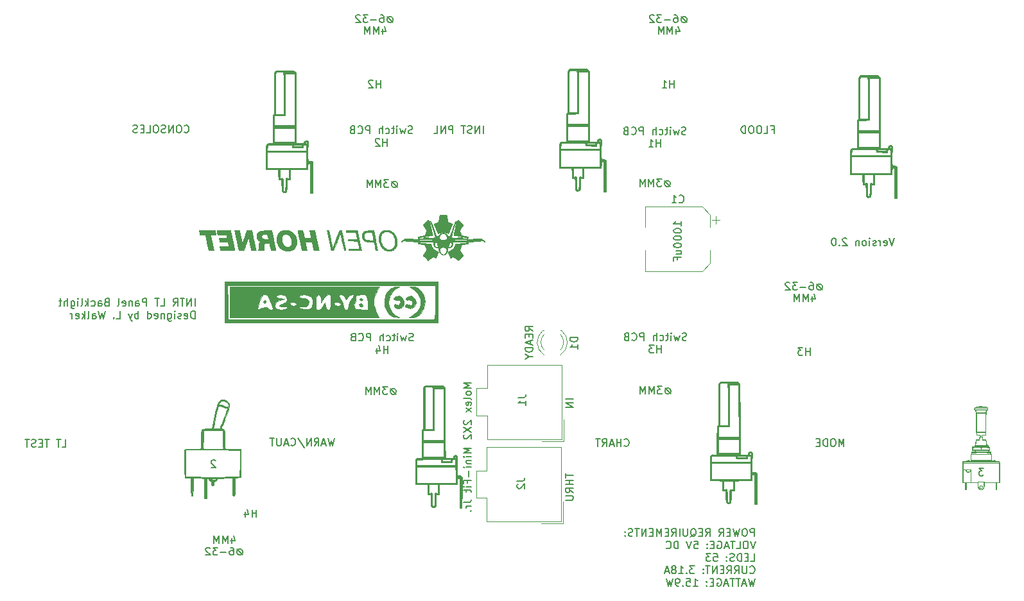
<source format=gbr>
G04 #@! TF.GenerationSoftware,KiCad,Pcbnew,(5.1.6)-1*
G04 #@! TF.CreationDate,2021-02-10T22:50:21+11:00*
G04 #@! TF.ProjectId,INTR LT Panel PCB V2,494e5452-204c-4542-9050-616e656c2050,rev?*
G04 #@! TF.SameCoordinates,Original*
G04 #@! TF.FileFunction,Legend,Bot*
G04 #@! TF.FilePolarity,Positive*
%FSLAX46Y46*%
G04 Gerber Fmt 4.6, Leading zero omitted, Abs format (unit mm)*
G04 Created by KiCad (PCBNEW (5.1.6)-1) date 2021-02-10 22:50:21*
%MOMM*%
%LPD*%
G01*
G04 APERTURE LIST*
%ADD10C,0.150000*%
%ADD11C,0.010000*%
%ADD12C,0.120000*%
%ADD13C,0.100000*%
G04 APERTURE END LIST*
D10*
X95567285Y-100858676D02*
X95376809Y-100858676D01*
X95186333Y-100953914D01*
X95091095Y-101144390D01*
X95091095Y-101334866D01*
X95186333Y-101525342D01*
X95376809Y-101620580D01*
X95567285Y-101620580D01*
X95757761Y-101525342D01*
X95853000Y-101334866D01*
X95853000Y-101144390D01*
X95757761Y-100953914D01*
X95567285Y-100858676D01*
X95091095Y-100858676D02*
X95853000Y-101620580D01*
X94710142Y-100620580D02*
X94091095Y-100620580D01*
X94424428Y-101001533D01*
X94281571Y-101001533D01*
X94186333Y-101049152D01*
X94138714Y-101096771D01*
X94091095Y-101192009D01*
X94091095Y-101430104D01*
X94138714Y-101525342D01*
X94186333Y-101572961D01*
X94281571Y-101620580D01*
X94567285Y-101620580D01*
X94662523Y-101572961D01*
X94710142Y-101525342D01*
X93662523Y-101620580D02*
X93662523Y-100620580D01*
X93329190Y-101334866D01*
X92995857Y-100620580D01*
X92995857Y-101620580D01*
X92519666Y-101620580D02*
X92519666Y-100620580D01*
X92186333Y-101334866D01*
X91853000Y-100620580D01*
X91853000Y-101620580D01*
X131762285Y-100833276D02*
X131571809Y-100833276D01*
X131381333Y-100928514D01*
X131286095Y-101118990D01*
X131286095Y-101309466D01*
X131381333Y-101499942D01*
X131571809Y-101595180D01*
X131762285Y-101595180D01*
X131952761Y-101499942D01*
X132048000Y-101309466D01*
X132048000Y-101118990D01*
X131952761Y-100928514D01*
X131762285Y-100833276D01*
X131286095Y-100833276D02*
X132048000Y-101595180D01*
X130905142Y-100595180D02*
X130286095Y-100595180D01*
X130619428Y-100976133D01*
X130476571Y-100976133D01*
X130381333Y-101023752D01*
X130333714Y-101071371D01*
X130286095Y-101166609D01*
X130286095Y-101404704D01*
X130333714Y-101499942D01*
X130381333Y-101547561D01*
X130476571Y-101595180D01*
X130762285Y-101595180D01*
X130857523Y-101547561D01*
X130905142Y-101499942D01*
X129857523Y-101595180D02*
X129857523Y-100595180D01*
X129524190Y-101309466D01*
X129190857Y-100595180D01*
X129190857Y-101595180D01*
X128714666Y-101595180D02*
X128714666Y-100595180D01*
X128381333Y-101309466D01*
X128048000Y-100595180D01*
X128048000Y-101595180D01*
X131711485Y-73426676D02*
X131521009Y-73426676D01*
X131330533Y-73521914D01*
X131235295Y-73712390D01*
X131235295Y-73902866D01*
X131330533Y-74093342D01*
X131521009Y-74188580D01*
X131711485Y-74188580D01*
X131901961Y-74093342D01*
X131997200Y-73902866D01*
X131997200Y-73712390D01*
X131901961Y-73521914D01*
X131711485Y-73426676D01*
X131235295Y-73426676D02*
X131997200Y-74188580D01*
X130854342Y-73188580D02*
X130235295Y-73188580D01*
X130568628Y-73569533D01*
X130425771Y-73569533D01*
X130330533Y-73617152D01*
X130282914Y-73664771D01*
X130235295Y-73760009D01*
X130235295Y-73998104D01*
X130282914Y-74093342D01*
X130330533Y-74140961D01*
X130425771Y-74188580D01*
X130711485Y-74188580D01*
X130806723Y-74140961D01*
X130854342Y-74093342D01*
X129806723Y-74188580D02*
X129806723Y-73188580D01*
X129473390Y-73902866D01*
X129140057Y-73188580D01*
X129140057Y-74188580D01*
X128663866Y-74188580D02*
X128663866Y-73188580D01*
X128330533Y-73902866D01*
X127997200Y-73188580D01*
X127997200Y-74188580D01*
X95719685Y-73553676D02*
X95529209Y-73553676D01*
X95338733Y-73648914D01*
X95243495Y-73839390D01*
X95243495Y-74029866D01*
X95338733Y-74220342D01*
X95529209Y-74315580D01*
X95719685Y-74315580D01*
X95910161Y-74220342D01*
X96005400Y-74029866D01*
X96005400Y-73839390D01*
X95910161Y-73648914D01*
X95719685Y-73553676D01*
X95243495Y-73553676D02*
X96005400Y-74315580D01*
X94862542Y-73315580D02*
X94243495Y-73315580D01*
X94576828Y-73696533D01*
X94433971Y-73696533D01*
X94338733Y-73744152D01*
X94291114Y-73791771D01*
X94243495Y-73887009D01*
X94243495Y-74125104D01*
X94291114Y-74220342D01*
X94338733Y-74267961D01*
X94433971Y-74315580D01*
X94719685Y-74315580D01*
X94814923Y-74267961D01*
X94862542Y-74220342D01*
X93814923Y-74315580D02*
X93814923Y-73315580D01*
X93481590Y-74029866D01*
X93148257Y-73315580D01*
X93148257Y-74315580D01*
X92672066Y-74315580D02*
X92672066Y-73315580D01*
X92338733Y-74029866D01*
X92005400Y-73315580D01*
X92005400Y-74315580D01*
X134143238Y-94474161D02*
X134000380Y-94521780D01*
X133762285Y-94521780D01*
X133667047Y-94474161D01*
X133619428Y-94426542D01*
X133571809Y-94331304D01*
X133571809Y-94236066D01*
X133619428Y-94140828D01*
X133667047Y-94093209D01*
X133762285Y-94045590D01*
X133952761Y-93997971D01*
X134048000Y-93950352D01*
X134095619Y-93902733D01*
X134143238Y-93807495D01*
X134143238Y-93712257D01*
X134095619Y-93617019D01*
X134048000Y-93569400D01*
X133952761Y-93521780D01*
X133714666Y-93521780D01*
X133571809Y-93569400D01*
X133238476Y-93855114D02*
X133048000Y-94521780D01*
X132857523Y-94045590D01*
X132667047Y-94521780D01*
X132476571Y-93855114D01*
X132095619Y-94521780D02*
X132095619Y-93855114D01*
X132095619Y-93521780D02*
X132143238Y-93569400D01*
X132095619Y-93617019D01*
X132048000Y-93569400D01*
X132095619Y-93521780D01*
X132095619Y-93617019D01*
X131762285Y-93855114D02*
X131381333Y-93855114D01*
X131619428Y-93521780D02*
X131619428Y-94378923D01*
X131571809Y-94474161D01*
X131476571Y-94521780D01*
X131381333Y-94521780D01*
X130619428Y-94474161D02*
X130714666Y-94521780D01*
X130905142Y-94521780D01*
X131000380Y-94474161D01*
X131048000Y-94426542D01*
X131095619Y-94331304D01*
X131095619Y-94045590D01*
X131048000Y-93950352D01*
X131000380Y-93902733D01*
X130905142Y-93855114D01*
X130714666Y-93855114D01*
X130619428Y-93902733D01*
X130190857Y-94521780D02*
X130190857Y-93521780D01*
X129762285Y-94521780D02*
X129762285Y-93997971D01*
X129809904Y-93902733D01*
X129905142Y-93855114D01*
X130048000Y-93855114D01*
X130143238Y-93902733D01*
X130190857Y-93950352D01*
X128524190Y-94521780D02*
X128524190Y-93521780D01*
X128143238Y-93521780D01*
X128048000Y-93569400D01*
X128000380Y-93617019D01*
X127952761Y-93712257D01*
X127952761Y-93855114D01*
X128000380Y-93950352D01*
X128048000Y-93997971D01*
X128143238Y-94045590D01*
X128524190Y-94045590D01*
X126952761Y-94426542D02*
X127000380Y-94474161D01*
X127143238Y-94521780D01*
X127238476Y-94521780D01*
X127381333Y-94474161D01*
X127476571Y-94378923D01*
X127524190Y-94283685D01*
X127571809Y-94093209D01*
X127571809Y-93950352D01*
X127524190Y-93759876D01*
X127476571Y-93664638D01*
X127381333Y-93569400D01*
X127238476Y-93521780D01*
X127143238Y-93521780D01*
X127000380Y-93569400D01*
X126952761Y-93617019D01*
X126190857Y-93997971D02*
X126048000Y-94045590D01*
X126000380Y-94093209D01*
X125952761Y-94188447D01*
X125952761Y-94331304D01*
X126000380Y-94426542D01*
X126048000Y-94474161D01*
X126143238Y-94521780D01*
X126524190Y-94521780D01*
X126524190Y-93521780D01*
X126190857Y-93521780D01*
X126095619Y-93569400D01*
X126048000Y-93617019D01*
X126000380Y-93712257D01*
X126000380Y-93807495D01*
X126048000Y-93902733D01*
X126095619Y-93950352D01*
X126190857Y-93997971D01*
X126524190Y-93997971D01*
X130809904Y-96171780D02*
X130809904Y-95171780D01*
X130809904Y-95647971D02*
X130238476Y-95647971D01*
X130238476Y-96171780D02*
X130238476Y-95171780D01*
X129857523Y-95171780D02*
X129238476Y-95171780D01*
X129571809Y-95552733D01*
X129428952Y-95552733D01*
X129333714Y-95600352D01*
X129286095Y-95647971D01*
X129238476Y-95743209D01*
X129238476Y-95981304D01*
X129286095Y-96076542D01*
X129333714Y-96124161D01*
X129428952Y-96171780D01*
X129714666Y-96171780D01*
X129809904Y-96124161D01*
X129857523Y-96076542D01*
X98100638Y-94524961D02*
X97957780Y-94572580D01*
X97719685Y-94572580D01*
X97624447Y-94524961D01*
X97576828Y-94477342D01*
X97529209Y-94382104D01*
X97529209Y-94286866D01*
X97576828Y-94191628D01*
X97624447Y-94144009D01*
X97719685Y-94096390D01*
X97910161Y-94048771D01*
X98005400Y-94001152D01*
X98053019Y-93953533D01*
X98100638Y-93858295D01*
X98100638Y-93763057D01*
X98053019Y-93667819D01*
X98005400Y-93620200D01*
X97910161Y-93572580D01*
X97672066Y-93572580D01*
X97529209Y-93620200D01*
X97195876Y-93905914D02*
X97005400Y-94572580D01*
X96814923Y-94096390D01*
X96624447Y-94572580D01*
X96433971Y-93905914D01*
X96053019Y-94572580D02*
X96053019Y-93905914D01*
X96053019Y-93572580D02*
X96100638Y-93620200D01*
X96053019Y-93667819D01*
X96005400Y-93620200D01*
X96053019Y-93572580D01*
X96053019Y-93667819D01*
X95719685Y-93905914D02*
X95338733Y-93905914D01*
X95576828Y-93572580D02*
X95576828Y-94429723D01*
X95529209Y-94524961D01*
X95433971Y-94572580D01*
X95338733Y-94572580D01*
X94576828Y-94524961D02*
X94672066Y-94572580D01*
X94862542Y-94572580D01*
X94957780Y-94524961D01*
X95005400Y-94477342D01*
X95053019Y-94382104D01*
X95053019Y-94096390D01*
X95005400Y-94001152D01*
X94957780Y-93953533D01*
X94862542Y-93905914D01*
X94672066Y-93905914D01*
X94576828Y-93953533D01*
X94148257Y-94572580D02*
X94148257Y-93572580D01*
X93719685Y-94572580D02*
X93719685Y-94048771D01*
X93767304Y-93953533D01*
X93862542Y-93905914D01*
X94005400Y-93905914D01*
X94100638Y-93953533D01*
X94148257Y-94001152D01*
X92481590Y-94572580D02*
X92481590Y-93572580D01*
X92100638Y-93572580D01*
X92005400Y-93620200D01*
X91957780Y-93667819D01*
X91910161Y-93763057D01*
X91910161Y-93905914D01*
X91957780Y-94001152D01*
X92005400Y-94048771D01*
X92100638Y-94096390D01*
X92481590Y-94096390D01*
X90910161Y-94477342D02*
X90957780Y-94524961D01*
X91100638Y-94572580D01*
X91195876Y-94572580D01*
X91338733Y-94524961D01*
X91433971Y-94429723D01*
X91481590Y-94334485D01*
X91529209Y-94144009D01*
X91529209Y-94001152D01*
X91481590Y-93810676D01*
X91433971Y-93715438D01*
X91338733Y-93620200D01*
X91195876Y-93572580D01*
X91100638Y-93572580D01*
X90957780Y-93620200D01*
X90910161Y-93667819D01*
X90148257Y-94048771D02*
X90005400Y-94096390D01*
X89957780Y-94144009D01*
X89910161Y-94239247D01*
X89910161Y-94382104D01*
X89957780Y-94477342D01*
X90005400Y-94524961D01*
X90100638Y-94572580D01*
X90481590Y-94572580D01*
X90481590Y-93572580D01*
X90148257Y-93572580D01*
X90053019Y-93620200D01*
X90005400Y-93667819D01*
X89957780Y-93763057D01*
X89957780Y-93858295D01*
X90005400Y-93953533D01*
X90053019Y-94001152D01*
X90148257Y-94048771D01*
X90481590Y-94048771D01*
X94767304Y-96222580D02*
X94767304Y-95222580D01*
X94767304Y-95698771D02*
X94195876Y-95698771D01*
X94195876Y-96222580D02*
X94195876Y-95222580D01*
X93291114Y-95555914D02*
X93291114Y-96222580D01*
X93529209Y-95174961D02*
X93767304Y-95889247D01*
X93148257Y-95889247D01*
X97999038Y-67169161D02*
X97856180Y-67216780D01*
X97618085Y-67216780D01*
X97522847Y-67169161D01*
X97475228Y-67121542D01*
X97427609Y-67026304D01*
X97427609Y-66931066D01*
X97475228Y-66835828D01*
X97522847Y-66788209D01*
X97618085Y-66740590D01*
X97808561Y-66692971D01*
X97903800Y-66645352D01*
X97951419Y-66597733D01*
X97999038Y-66502495D01*
X97999038Y-66407257D01*
X97951419Y-66312019D01*
X97903800Y-66264400D01*
X97808561Y-66216780D01*
X97570466Y-66216780D01*
X97427609Y-66264400D01*
X97094276Y-66550114D02*
X96903800Y-67216780D01*
X96713323Y-66740590D01*
X96522847Y-67216780D01*
X96332371Y-66550114D01*
X95951419Y-67216780D02*
X95951419Y-66550114D01*
X95951419Y-66216780D02*
X95999038Y-66264400D01*
X95951419Y-66312019D01*
X95903800Y-66264400D01*
X95951419Y-66216780D01*
X95951419Y-66312019D01*
X95618085Y-66550114D02*
X95237133Y-66550114D01*
X95475228Y-66216780D02*
X95475228Y-67073923D01*
X95427609Y-67169161D01*
X95332371Y-67216780D01*
X95237133Y-67216780D01*
X94475228Y-67169161D02*
X94570466Y-67216780D01*
X94760942Y-67216780D01*
X94856180Y-67169161D01*
X94903800Y-67121542D01*
X94951419Y-67026304D01*
X94951419Y-66740590D01*
X94903800Y-66645352D01*
X94856180Y-66597733D01*
X94760942Y-66550114D01*
X94570466Y-66550114D01*
X94475228Y-66597733D01*
X94046657Y-67216780D02*
X94046657Y-66216780D01*
X93618085Y-67216780D02*
X93618085Y-66692971D01*
X93665704Y-66597733D01*
X93760942Y-66550114D01*
X93903800Y-66550114D01*
X93999038Y-66597733D01*
X94046657Y-66645352D01*
X92379990Y-67216780D02*
X92379990Y-66216780D01*
X91999038Y-66216780D01*
X91903800Y-66264400D01*
X91856180Y-66312019D01*
X91808561Y-66407257D01*
X91808561Y-66550114D01*
X91856180Y-66645352D01*
X91903800Y-66692971D01*
X91999038Y-66740590D01*
X92379990Y-66740590D01*
X90808561Y-67121542D02*
X90856180Y-67169161D01*
X90999038Y-67216780D01*
X91094276Y-67216780D01*
X91237133Y-67169161D01*
X91332371Y-67073923D01*
X91379990Y-66978685D01*
X91427609Y-66788209D01*
X91427609Y-66645352D01*
X91379990Y-66454876D01*
X91332371Y-66359638D01*
X91237133Y-66264400D01*
X91094276Y-66216780D01*
X90999038Y-66216780D01*
X90856180Y-66264400D01*
X90808561Y-66312019D01*
X90046657Y-66692971D02*
X89903800Y-66740590D01*
X89856180Y-66788209D01*
X89808561Y-66883447D01*
X89808561Y-67026304D01*
X89856180Y-67121542D01*
X89903800Y-67169161D01*
X89999038Y-67216780D01*
X90379990Y-67216780D01*
X90379990Y-66216780D01*
X90046657Y-66216780D01*
X89951419Y-66264400D01*
X89903800Y-66312019D01*
X89856180Y-66407257D01*
X89856180Y-66502495D01*
X89903800Y-66597733D01*
X89951419Y-66645352D01*
X90046657Y-66692971D01*
X90379990Y-66692971D01*
X94665704Y-68866780D02*
X94665704Y-67866780D01*
X94665704Y-68342971D02*
X94094276Y-68342971D01*
X94094276Y-68866780D02*
X94094276Y-67866780D01*
X93665704Y-67962019D02*
X93618085Y-67914400D01*
X93522847Y-67866780D01*
X93284752Y-67866780D01*
X93189514Y-67914400D01*
X93141895Y-67962019D01*
X93094276Y-68057257D01*
X93094276Y-68152495D01*
X93141895Y-68295352D01*
X93713323Y-68866780D01*
X93094276Y-68866780D01*
X134067038Y-67296161D02*
X133924180Y-67343780D01*
X133686085Y-67343780D01*
X133590847Y-67296161D01*
X133543228Y-67248542D01*
X133495609Y-67153304D01*
X133495609Y-67058066D01*
X133543228Y-66962828D01*
X133590847Y-66915209D01*
X133686085Y-66867590D01*
X133876561Y-66819971D01*
X133971800Y-66772352D01*
X134019419Y-66724733D01*
X134067038Y-66629495D01*
X134067038Y-66534257D01*
X134019419Y-66439019D01*
X133971800Y-66391400D01*
X133876561Y-66343780D01*
X133638466Y-66343780D01*
X133495609Y-66391400D01*
X133162276Y-66677114D02*
X132971800Y-67343780D01*
X132781323Y-66867590D01*
X132590847Y-67343780D01*
X132400371Y-66677114D01*
X132019419Y-67343780D02*
X132019419Y-66677114D01*
X132019419Y-66343780D02*
X132067038Y-66391400D01*
X132019419Y-66439019D01*
X131971800Y-66391400D01*
X132019419Y-66343780D01*
X132019419Y-66439019D01*
X131686085Y-66677114D02*
X131305133Y-66677114D01*
X131543228Y-66343780D02*
X131543228Y-67200923D01*
X131495609Y-67296161D01*
X131400371Y-67343780D01*
X131305133Y-67343780D01*
X130543228Y-67296161D02*
X130638466Y-67343780D01*
X130828942Y-67343780D01*
X130924180Y-67296161D01*
X130971800Y-67248542D01*
X131019419Y-67153304D01*
X131019419Y-66867590D01*
X130971800Y-66772352D01*
X130924180Y-66724733D01*
X130828942Y-66677114D01*
X130638466Y-66677114D01*
X130543228Y-66724733D01*
X130114657Y-67343780D02*
X130114657Y-66343780D01*
X129686085Y-67343780D02*
X129686085Y-66819971D01*
X129733704Y-66724733D01*
X129828942Y-66677114D01*
X129971800Y-66677114D01*
X130067038Y-66724733D01*
X130114657Y-66772352D01*
X128447990Y-67343780D02*
X128447990Y-66343780D01*
X128067038Y-66343780D01*
X127971800Y-66391400D01*
X127924180Y-66439019D01*
X127876561Y-66534257D01*
X127876561Y-66677114D01*
X127924180Y-66772352D01*
X127971800Y-66819971D01*
X128067038Y-66867590D01*
X128447990Y-66867590D01*
X126876561Y-67248542D02*
X126924180Y-67296161D01*
X127067038Y-67343780D01*
X127162276Y-67343780D01*
X127305133Y-67296161D01*
X127400371Y-67200923D01*
X127447990Y-67105685D01*
X127495609Y-66915209D01*
X127495609Y-66772352D01*
X127447990Y-66581876D01*
X127400371Y-66486638D01*
X127305133Y-66391400D01*
X127162276Y-66343780D01*
X127067038Y-66343780D01*
X126924180Y-66391400D01*
X126876561Y-66439019D01*
X126114657Y-66819971D02*
X125971800Y-66867590D01*
X125924180Y-66915209D01*
X125876561Y-67010447D01*
X125876561Y-67153304D01*
X125924180Y-67248542D01*
X125971800Y-67296161D01*
X126067038Y-67343780D01*
X126447990Y-67343780D01*
X126447990Y-66343780D01*
X126114657Y-66343780D01*
X126019419Y-66391400D01*
X125971800Y-66439019D01*
X125924180Y-66534257D01*
X125924180Y-66629495D01*
X125971800Y-66724733D01*
X126019419Y-66772352D01*
X126114657Y-66819971D01*
X126447990Y-66819971D01*
X130733704Y-68993780D02*
X130733704Y-67993780D01*
X130733704Y-68469971D02*
X130162276Y-68469971D01*
X130162276Y-68993780D02*
X130162276Y-67993780D01*
X129162276Y-68993780D02*
X129733704Y-68993780D01*
X129447990Y-68993780D02*
X129447990Y-67993780D01*
X129543228Y-68136638D01*
X129638466Y-68231876D01*
X129733704Y-68279495D01*
X72010714Y-110397619D02*
X71963095Y-110350000D01*
X71867857Y-110302380D01*
X71629761Y-110302380D01*
X71534523Y-110350000D01*
X71486904Y-110397619D01*
X71439285Y-110492857D01*
X71439285Y-110588095D01*
X71486904Y-110730952D01*
X72058333Y-111302380D01*
X71439285Y-111302380D01*
X154895323Y-108503980D02*
X154895323Y-107503980D01*
X154561990Y-108218266D01*
X154228657Y-107503980D01*
X154228657Y-108503980D01*
X153561990Y-107503980D02*
X153371514Y-107503980D01*
X153276276Y-107551600D01*
X153181038Y-107646838D01*
X153133419Y-107837314D01*
X153133419Y-108170647D01*
X153181038Y-108361123D01*
X153276276Y-108456361D01*
X153371514Y-108503980D01*
X153561990Y-108503980D01*
X153657228Y-108456361D01*
X153752466Y-108361123D01*
X153800085Y-108170647D01*
X153800085Y-107837314D01*
X153752466Y-107646838D01*
X153657228Y-107551600D01*
X153561990Y-107503980D01*
X152704847Y-108503980D02*
X152704847Y-107503980D01*
X152466752Y-107503980D01*
X152323895Y-107551600D01*
X152228657Y-107646838D01*
X152181038Y-107742076D01*
X152133419Y-107932552D01*
X152133419Y-108075409D01*
X152181038Y-108265885D01*
X152228657Y-108361123D01*
X152323895Y-108456361D01*
X152466752Y-108503980D01*
X152704847Y-108503980D01*
X151704847Y-107980171D02*
X151371514Y-107980171D01*
X151228657Y-108503980D02*
X151704847Y-108503980D01*
X151704847Y-107503980D01*
X151228657Y-107503980D01*
X125933009Y-108408742D02*
X125980628Y-108456361D01*
X126123485Y-108503980D01*
X126218723Y-108503980D01*
X126361580Y-108456361D01*
X126456819Y-108361123D01*
X126504438Y-108265885D01*
X126552057Y-108075409D01*
X126552057Y-107932552D01*
X126504438Y-107742076D01*
X126456819Y-107646838D01*
X126361580Y-107551600D01*
X126218723Y-107503980D01*
X126123485Y-107503980D01*
X125980628Y-107551600D01*
X125933009Y-107599219D01*
X125504438Y-108503980D02*
X125504438Y-107503980D01*
X125504438Y-107980171D02*
X124933009Y-107980171D01*
X124933009Y-108503980D02*
X124933009Y-107503980D01*
X124504438Y-108218266D02*
X124028247Y-108218266D01*
X124599676Y-108503980D02*
X124266342Y-107503980D01*
X123933009Y-108503980D01*
X123028247Y-108503980D02*
X123361580Y-108027790D01*
X123599676Y-108503980D02*
X123599676Y-107503980D01*
X123218723Y-107503980D01*
X123123485Y-107551600D01*
X123075866Y-107599219D01*
X123028247Y-107694457D01*
X123028247Y-107837314D01*
X123075866Y-107932552D01*
X123123485Y-107980171D01*
X123218723Y-108027790D01*
X123599676Y-108027790D01*
X122742533Y-107503980D02*
X122171104Y-107503980D01*
X122456819Y-108503980D02*
X122456819Y-107503980D01*
X87727895Y-107427780D02*
X87489800Y-108427780D01*
X87299323Y-107713495D01*
X87108847Y-108427780D01*
X86870752Y-107427780D01*
X86537419Y-108142066D02*
X86061228Y-108142066D01*
X86632657Y-108427780D02*
X86299323Y-107427780D01*
X85965990Y-108427780D01*
X85061228Y-108427780D02*
X85394561Y-107951590D01*
X85632657Y-108427780D02*
X85632657Y-107427780D01*
X85251704Y-107427780D01*
X85156466Y-107475400D01*
X85108847Y-107523019D01*
X85061228Y-107618257D01*
X85061228Y-107761114D01*
X85108847Y-107856352D01*
X85156466Y-107903971D01*
X85251704Y-107951590D01*
X85632657Y-107951590D01*
X84632657Y-108427780D02*
X84632657Y-107427780D01*
X84061228Y-108427780D01*
X84061228Y-107427780D01*
X82870752Y-107380161D02*
X83727895Y-108665876D01*
X81965990Y-108332542D02*
X82013609Y-108380161D01*
X82156466Y-108427780D01*
X82251704Y-108427780D01*
X82394561Y-108380161D01*
X82489800Y-108284923D01*
X82537419Y-108189685D01*
X82585038Y-107999209D01*
X82585038Y-107856352D01*
X82537419Y-107665876D01*
X82489800Y-107570638D01*
X82394561Y-107475400D01*
X82251704Y-107427780D01*
X82156466Y-107427780D01*
X82013609Y-107475400D01*
X81965990Y-107523019D01*
X81585038Y-108142066D02*
X81108847Y-108142066D01*
X81680276Y-108427780D02*
X81346942Y-107427780D01*
X81013609Y-108427780D01*
X80680276Y-107427780D02*
X80680276Y-108237304D01*
X80632657Y-108332542D01*
X80585038Y-108380161D01*
X80489800Y-108427780D01*
X80299323Y-108427780D01*
X80204085Y-108380161D01*
X80156466Y-108332542D01*
X80108847Y-108237304D01*
X80108847Y-107427780D01*
X79775514Y-107427780D02*
X79204085Y-107427780D01*
X79489800Y-108427780D02*
X79489800Y-107427780D01*
X51799857Y-108580180D02*
X52276047Y-108580180D01*
X52276047Y-107580180D01*
X51609380Y-107580180D02*
X51037952Y-107580180D01*
X51323666Y-108580180D02*
X51323666Y-107580180D01*
X50085571Y-107580180D02*
X49514142Y-107580180D01*
X49799857Y-108580180D02*
X49799857Y-107580180D01*
X49180809Y-108056371D02*
X48847476Y-108056371D01*
X48704619Y-108580180D02*
X49180809Y-108580180D01*
X49180809Y-107580180D01*
X48704619Y-107580180D01*
X48323666Y-108532561D02*
X48180809Y-108580180D01*
X47942714Y-108580180D01*
X47847476Y-108532561D01*
X47799857Y-108484942D01*
X47752238Y-108389704D01*
X47752238Y-108294466D01*
X47799857Y-108199228D01*
X47847476Y-108151609D01*
X47942714Y-108103990D01*
X48133190Y-108056371D01*
X48228428Y-108008752D01*
X48276047Y-107961133D01*
X48323666Y-107865895D01*
X48323666Y-107770657D01*
X48276047Y-107675419D01*
X48228428Y-107627800D01*
X48133190Y-107580180D01*
X47895095Y-107580180D01*
X47752238Y-107627800D01*
X47466523Y-107580180D02*
X46895095Y-107580180D01*
X47180809Y-108580180D02*
X47180809Y-107580180D01*
X145344923Y-66654371D02*
X145678257Y-66654371D01*
X145678257Y-67178180D02*
X145678257Y-66178180D01*
X145202066Y-66178180D01*
X144344923Y-67178180D02*
X144821114Y-67178180D01*
X144821114Y-66178180D01*
X143821114Y-66178180D02*
X143630638Y-66178180D01*
X143535400Y-66225800D01*
X143440161Y-66321038D01*
X143392542Y-66511514D01*
X143392542Y-66844847D01*
X143440161Y-67035323D01*
X143535400Y-67130561D01*
X143630638Y-67178180D01*
X143821114Y-67178180D01*
X143916352Y-67130561D01*
X144011590Y-67035323D01*
X144059209Y-66844847D01*
X144059209Y-66511514D01*
X144011590Y-66321038D01*
X143916352Y-66225800D01*
X143821114Y-66178180D01*
X142773495Y-66178180D02*
X142583019Y-66178180D01*
X142487780Y-66225800D01*
X142392542Y-66321038D01*
X142344923Y-66511514D01*
X142344923Y-66844847D01*
X142392542Y-67035323D01*
X142487780Y-67130561D01*
X142583019Y-67178180D01*
X142773495Y-67178180D01*
X142868733Y-67130561D01*
X142963971Y-67035323D01*
X143011590Y-66844847D01*
X143011590Y-66511514D01*
X142963971Y-66321038D01*
X142868733Y-66225800D01*
X142773495Y-66178180D01*
X141916352Y-67178180D02*
X141916352Y-66178180D01*
X141678257Y-66178180D01*
X141535400Y-66225800D01*
X141440161Y-66321038D01*
X141392542Y-66416276D01*
X141344923Y-66606752D01*
X141344923Y-66749609D01*
X141392542Y-66940085D01*
X141440161Y-67035323D01*
X141535400Y-67130561D01*
X141678257Y-67178180D01*
X141916352Y-67178180D01*
X107330476Y-67178180D02*
X107330476Y-66178180D01*
X106854285Y-67178180D02*
X106854285Y-66178180D01*
X106282857Y-67178180D01*
X106282857Y-66178180D01*
X105854285Y-67130561D02*
X105711428Y-67178180D01*
X105473333Y-67178180D01*
X105378095Y-67130561D01*
X105330476Y-67082942D01*
X105282857Y-66987704D01*
X105282857Y-66892466D01*
X105330476Y-66797228D01*
X105378095Y-66749609D01*
X105473333Y-66701990D01*
X105663809Y-66654371D01*
X105759047Y-66606752D01*
X105806666Y-66559133D01*
X105854285Y-66463895D01*
X105854285Y-66368657D01*
X105806666Y-66273419D01*
X105759047Y-66225800D01*
X105663809Y-66178180D01*
X105425714Y-66178180D01*
X105282857Y-66225800D01*
X104997142Y-66178180D02*
X104425714Y-66178180D01*
X104711428Y-67178180D02*
X104711428Y-66178180D01*
X103330476Y-67178180D02*
X103330476Y-66178180D01*
X102949523Y-66178180D01*
X102854285Y-66225800D01*
X102806666Y-66273419D01*
X102759047Y-66368657D01*
X102759047Y-66511514D01*
X102806666Y-66606752D01*
X102854285Y-66654371D01*
X102949523Y-66701990D01*
X103330476Y-66701990D01*
X102330476Y-67178180D02*
X102330476Y-66178180D01*
X101759047Y-67178180D01*
X101759047Y-66178180D01*
X100806666Y-67178180D02*
X101282857Y-67178180D01*
X101282857Y-66178180D01*
X67917628Y-67006742D02*
X67965247Y-67054361D01*
X68108104Y-67101980D01*
X68203342Y-67101980D01*
X68346200Y-67054361D01*
X68441438Y-66959123D01*
X68489057Y-66863885D01*
X68536676Y-66673409D01*
X68536676Y-66530552D01*
X68489057Y-66340076D01*
X68441438Y-66244838D01*
X68346200Y-66149600D01*
X68203342Y-66101980D01*
X68108104Y-66101980D01*
X67965247Y-66149600D01*
X67917628Y-66197219D01*
X67298580Y-66101980D02*
X67108104Y-66101980D01*
X67012866Y-66149600D01*
X66917628Y-66244838D01*
X66870009Y-66435314D01*
X66870009Y-66768647D01*
X66917628Y-66959123D01*
X67012866Y-67054361D01*
X67108104Y-67101980D01*
X67298580Y-67101980D01*
X67393819Y-67054361D01*
X67489057Y-66959123D01*
X67536676Y-66768647D01*
X67536676Y-66435314D01*
X67489057Y-66244838D01*
X67393819Y-66149600D01*
X67298580Y-66101980D01*
X66441438Y-67101980D02*
X66441438Y-66101980D01*
X65870009Y-67101980D01*
X65870009Y-66101980D01*
X65441438Y-67054361D02*
X65298580Y-67101980D01*
X65060485Y-67101980D01*
X64965247Y-67054361D01*
X64917628Y-67006742D01*
X64870009Y-66911504D01*
X64870009Y-66816266D01*
X64917628Y-66721028D01*
X64965247Y-66673409D01*
X65060485Y-66625790D01*
X65250961Y-66578171D01*
X65346200Y-66530552D01*
X65393819Y-66482933D01*
X65441438Y-66387695D01*
X65441438Y-66292457D01*
X65393819Y-66197219D01*
X65346200Y-66149600D01*
X65250961Y-66101980D01*
X65012866Y-66101980D01*
X64870009Y-66149600D01*
X64250961Y-66101980D02*
X64060485Y-66101980D01*
X63965247Y-66149600D01*
X63870009Y-66244838D01*
X63822390Y-66435314D01*
X63822390Y-66768647D01*
X63870009Y-66959123D01*
X63965247Y-67054361D01*
X64060485Y-67101980D01*
X64250961Y-67101980D01*
X64346200Y-67054361D01*
X64441438Y-66959123D01*
X64489057Y-66768647D01*
X64489057Y-66435314D01*
X64441438Y-66244838D01*
X64346200Y-66149600D01*
X64250961Y-66101980D01*
X62917628Y-67101980D02*
X63393819Y-67101980D01*
X63393819Y-66101980D01*
X62584295Y-66578171D02*
X62250961Y-66578171D01*
X62108104Y-67101980D02*
X62584295Y-67101980D01*
X62584295Y-66101980D01*
X62108104Y-66101980D01*
X61727152Y-67054361D02*
X61584295Y-67101980D01*
X61346200Y-67101980D01*
X61250961Y-67054361D01*
X61203342Y-67006742D01*
X61155723Y-66911504D01*
X61155723Y-66816266D01*
X61203342Y-66721028D01*
X61250961Y-66673409D01*
X61346200Y-66625790D01*
X61536676Y-66578171D01*
X61631914Y-66530552D01*
X61679533Y-66482933D01*
X61727152Y-66387695D01*
X61727152Y-66292457D01*
X61679533Y-66197219D01*
X61631914Y-66149600D01*
X61536676Y-66101980D01*
X61298580Y-66101980D01*
X61155723Y-66149600D01*
X105752380Y-100107219D02*
X104752380Y-100107219D01*
X105466666Y-100440552D01*
X104752380Y-100773885D01*
X105752380Y-100773885D01*
X105752380Y-101392933D02*
X105704761Y-101297695D01*
X105657142Y-101250076D01*
X105561904Y-101202457D01*
X105276190Y-101202457D01*
X105180952Y-101250076D01*
X105133333Y-101297695D01*
X105085714Y-101392933D01*
X105085714Y-101535790D01*
X105133333Y-101631028D01*
X105180952Y-101678647D01*
X105276190Y-101726266D01*
X105561904Y-101726266D01*
X105657142Y-101678647D01*
X105704761Y-101631028D01*
X105752380Y-101535790D01*
X105752380Y-101392933D01*
X105752380Y-102297695D02*
X105704761Y-102202457D01*
X105609523Y-102154838D01*
X104752380Y-102154838D01*
X105704761Y-103059600D02*
X105752380Y-102964361D01*
X105752380Y-102773885D01*
X105704761Y-102678647D01*
X105609523Y-102631028D01*
X105228571Y-102631028D01*
X105133333Y-102678647D01*
X105085714Y-102773885D01*
X105085714Y-102964361D01*
X105133333Y-103059600D01*
X105228571Y-103107219D01*
X105323809Y-103107219D01*
X105419047Y-102631028D01*
X105752380Y-103440552D02*
X105085714Y-103964361D01*
X105085714Y-103440552D02*
X105752380Y-103964361D01*
X104847619Y-105059600D02*
X104800000Y-105107219D01*
X104752380Y-105202457D01*
X104752380Y-105440552D01*
X104800000Y-105535790D01*
X104847619Y-105583409D01*
X104942857Y-105631028D01*
X105038095Y-105631028D01*
X105180952Y-105583409D01*
X105752380Y-105011980D01*
X105752380Y-105631028D01*
X104752380Y-105964361D02*
X105752380Y-106631028D01*
X104752380Y-106631028D02*
X105752380Y-105964361D01*
X104847619Y-106964361D02*
X104800000Y-107011980D01*
X104752380Y-107107219D01*
X104752380Y-107345314D01*
X104800000Y-107440552D01*
X104847619Y-107488171D01*
X104942857Y-107535790D01*
X105038095Y-107535790D01*
X105180952Y-107488171D01*
X105752380Y-106916742D01*
X105752380Y-107535790D01*
X105752380Y-108726266D02*
X104752380Y-108726266D01*
X105466666Y-109059600D01*
X104752380Y-109392933D01*
X105752380Y-109392933D01*
X105752380Y-109869123D02*
X105085714Y-109869123D01*
X104752380Y-109869123D02*
X104800000Y-109821504D01*
X104847619Y-109869123D01*
X104800000Y-109916742D01*
X104752380Y-109869123D01*
X104847619Y-109869123D01*
X105085714Y-110345314D02*
X105752380Y-110345314D01*
X105180952Y-110345314D02*
X105133333Y-110392933D01*
X105085714Y-110488171D01*
X105085714Y-110631028D01*
X105133333Y-110726266D01*
X105228571Y-110773885D01*
X105752380Y-110773885D01*
X105752380Y-111250076D02*
X105085714Y-111250076D01*
X104752380Y-111250076D02*
X104800000Y-111202457D01*
X104847619Y-111250076D01*
X104800000Y-111297695D01*
X104752380Y-111250076D01*
X104847619Y-111250076D01*
X105371428Y-111726266D02*
X105371428Y-112488171D01*
X105228571Y-113297695D02*
X105228571Y-112964361D01*
X105752380Y-112964361D02*
X104752380Y-112964361D01*
X104752380Y-113440552D01*
X105752380Y-113821504D02*
X105085714Y-113821504D01*
X104752380Y-113821504D02*
X104800000Y-113773885D01*
X104847619Y-113821504D01*
X104800000Y-113869123D01*
X104752380Y-113821504D01*
X104847619Y-113821504D01*
X105085714Y-114154838D02*
X105085714Y-114535790D01*
X104752380Y-114297695D02*
X105609523Y-114297695D01*
X105704761Y-114345314D01*
X105752380Y-114440552D01*
X105752380Y-114535790D01*
X104752380Y-115916742D02*
X105466666Y-115916742D01*
X105609523Y-115869123D01*
X105704761Y-115773885D01*
X105752380Y-115631028D01*
X105752380Y-115535790D01*
X105752380Y-116392933D02*
X105085714Y-116392933D01*
X105276190Y-116392933D02*
X105180952Y-116440552D01*
X105133333Y-116488171D01*
X105085714Y-116583409D01*
X105085714Y-116678647D01*
X105657142Y-117011980D02*
X105704761Y-117059600D01*
X105752380Y-117011980D01*
X105704761Y-116964361D01*
X105657142Y-117011980D01*
X105752380Y-117011980D01*
X133446780Y-79383190D02*
X133446780Y-78811761D01*
X133446780Y-79097476D02*
X132446780Y-79097476D01*
X132589638Y-79002238D01*
X132684876Y-78907000D01*
X132732495Y-78811761D01*
X132446780Y-80002238D02*
X132446780Y-80097476D01*
X132494400Y-80192714D01*
X132542019Y-80240333D01*
X132637257Y-80287952D01*
X132827733Y-80335571D01*
X133065828Y-80335571D01*
X133256304Y-80287952D01*
X133351542Y-80240333D01*
X133399161Y-80192714D01*
X133446780Y-80097476D01*
X133446780Y-80002238D01*
X133399161Y-79907000D01*
X133351542Y-79859380D01*
X133256304Y-79811761D01*
X133065828Y-79764142D01*
X132827733Y-79764142D01*
X132637257Y-79811761D01*
X132542019Y-79859380D01*
X132494400Y-79907000D01*
X132446780Y-80002238D01*
X132446780Y-80954619D02*
X132446780Y-81049857D01*
X132494400Y-81145095D01*
X132542019Y-81192714D01*
X132637257Y-81240333D01*
X132827733Y-81287952D01*
X133065828Y-81287952D01*
X133256304Y-81240333D01*
X133351542Y-81192714D01*
X133399161Y-81145095D01*
X133446780Y-81049857D01*
X133446780Y-80954619D01*
X133399161Y-80859380D01*
X133351542Y-80811761D01*
X133256304Y-80764142D01*
X133065828Y-80716523D01*
X132827733Y-80716523D01*
X132637257Y-80764142D01*
X132542019Y-80811761D01*
X132494400Y-80859380D01*
X132446780Y-80954619D01*
X132446780Y-81907000D02*
X132446780Y-82002238D01*
X132494400Y-82097476D01*
X132542019Y-82145095D01*
X132637257Y-82192714D01*
X132827733Y-82240333D01*
X133065828Y-82240333D01*
X133256304Y-82192714D01*
X133351542Y-82145095D01*
X133399161Y-82097476D01*
X133446780Y-82002238D01*
X133446780Y-81907000D01*
X133399161Y-81811761D01*
X133351542Y-81764142D01*
X133256304Y-81716523D01*
X133065828Y-81668904D01*
X132827733Y-81668904D01*
X132637257Y-81716523D01*
X132542019Y-81764142D01*
X132494400Y-81811761D01*
X132446780Y-81907000D01*
X132780114Y-83097476D02*
X133446780Y-83097476D01*
X132780114Y-82668904D02*
X133303923Y-82668904D01*
X133399161Y-82716523D01*
X133446780Y-82811761D01*
X133446780Y-82954619D01*
X133399161Y-83049857D01*
X133351542Y-83097476D01*
X132922971Y-83907000D02*
X132922971Y-83573666D01*
X133446780Y-83573666D02*
X132446780Y-83573666D01*
X132446780Y-84049857D01*
X113863380Y-93292800D02*
X113387190Y-92959466D01*
X113863380Y-92721371D02*
X112863380Y-92721371D01*
X112863380Y-93102323D01*
X112911000Y-93197561D01*
X112958619Y-93245180D01*
X113053857Y-93292800D01*
X113196714Y-93292800D01*
X113291952Y-93245180D01*
X113339571Y-93197561D01*
X113387190Y-93102323D01*
X113387190Y-92721371D01*
X113339571Y-93721371D02*
X113339571Y-94054704D01*
X113863380Y-94197561D02*
X113863380Y-93721371D01*
X112863380Y-93721371D01*
X112863380Y-94197561D01*
X113577666Y-94578514D02*
X113577666Y-95054704D01*
X113863380Y-94483276D02*
X112863380Y-94816609D01*
X113863380Y-95149942D01*
X113863380Y-95483276D02*
X112863380Y-95483276D01*
X112863380Y-95721371D01*
X112911000Y-95864228D01*
X113006238Y-95959466D01*
X113101476Y-96007085D01*
X113291952Y-96054704D01*
X113434809Y-96054704D01*
X113625285Y-96007085D01*
X113720523Y-95959466D01*
X113815761Y-95864228D01*
X113863380Y-95721371D01*
X113863380Y-95483276D01*
X113387190Y-96673752D02*
X113863380Y-96673752D01*
X112863380Y-96340419D02*
X113387190Y-96673752D01*
X112863380Y-97007085D01*
X118202380Y-112066666D02*
X118202380Y-112638095D01*
X119202380Y-112352380D02*
X118202380Y-112352380D01*
X119202380Y-112971428D02*
X118202380Y-112971428D01*
X118678571Y-112971428D02*
X118678571Y-113542857D01*
X119202380Y-113542857D02*
X118202380Y-113542857D01*
X119202380Y-114590476D02*
X118726190Y-114257142D01*
X119202380Y-114019047D02*
X118202380Y-114019047D01*
X118202380Y-114400000D01*
X118250000Y-114495238D01*
X118297619Y-114542857D01*
X118392857Y-114590476D01*
X118535714Y-114590476D01*
X118630952Y-114542857D01*
X118678571Y-114495238D01*
X118726190Y-114400000D01*
X118726190Y-114019047D01*
X118202380Y-115019047D02*
X119011904Y-115019047D01*
X119107142Y-115066666D01*
X119154761Y-115114285D01*
X119202380Y-115209523D01*
X119202380Y-115400000D01*
X119154761Y-115495238D01*
X119107142Y-115542857D01*
X119011904Y-115590476D01*
X118202380Y-115590476D01*
X119202380Y-102276190D02*
X118202380Y-102276190D01*
X119202380Y-102752380D02*
X118202380Y-102752380D01*
X119202380Y-103323809D01*
X118202380Y-103323809D01*
X161565476Y-81002380D02*
X161232142Y-82002380D01*
X160898809Y-81002380D01*
X160184523Y-81954761D02*
X160279761Y-82002380D01*
X160470238Y-82002380D01*
X160565476Y-81954761D01*
X160613095Y-81859523D01*
X160613095Y-81478571D01*
X160565476Y-81383333D01*
X160470238Y-81335714D01*
X160279761Y-81335714D01*
X160184523Y-81383333D01*
X160136904Y-81478571D01*
X160136904Y-81573809D01*
X160613095Y-81669047D01*
X159708333Y-82002380D02*
X159708333Y-81335714D01*
X159708333Y-81526190D02*
X159660714Y-81430952D01*
X159613095Y-81383333D01*
X159517857Y-81335714D01*
X159422619Y-81335714D01*
X159136904Y-81954761D02*
X159041666Y-82002380D01*
X158851190Y-82002380D01*
X158755952Y-81954761D01*
X158708333Y-81859523D01*
X158708333Y-81811904D01*
X158755952Y-81716666D01*
X158851190Y-81669047D01*
X158994047Y-81669047D01*
X159089285Y-81621428D01*
X159136904Y-81526190D01*
X159136904Y-81478571D01*
X159089285Y-81383333D01*
X158994047Y-81335714D01*
X158851190Y-81335714D01*
X158755952Y-81383333D01*
X158279761Y-82002380D02*
X158279761Y-81335714D01*
X158279761Y-81002380D02*
X158327380Y-81050000D01*
X158279761Y-81097619D01*
X158232142Y-81050000D01*
X158279761Y-81002380D01*
X158279761Y-81097619D01*
X157660714Y-82002380D02*
X157755952Y-81954761D01*
X157803571Y-81907142D01*
X157851190Y-81811904D01*
X157851190Y-81526190D01*
X157803571Y-81430952D01*
X157755952Y-81383333D01*
X157660714Y-81335714D01*
X157517857Y-81335714D01*
X157422619Y-81383333D01*
X157375000Y-81430952D01*
X157327380Y-81526190D01*
X157327380Y-81811904D01*
X157375000Y-81907142D01*
X157422619Y-81954761D01*
X157517857Y-82002380D01*
X157660714Y-82002380D01*
X156898809Y-81335714D02*
X156898809Y-82002380D01*
X156898809Y-81430952D02*
X156851190Y-81383333D01*
X156755952Y-81335714D01*
X156613095Y-81335714D01*
X156517857Y-81383333D01*
X156470238Y-81478571D01*
X156470238Y-82002380D01*
X155279761Y-81097619D02*
X155232142Y-81050000D01*
X155136904Y-81002380D01*
X154898809Y-81002380D01*
X154803571Y-81050000D01*
X154755952Y-81097619D01*
X154708333Y-81192857D01*
X154708333Y-81288095D01*
X154755952Y-81430952D01*
X155327380Y-82002380D01*
X154708333Y-82002380D01*
X154279761Y-81907142D02*
X154232142Y-81954761D01*
X154279761Y-82002380D01*
X154327380Y-81954761D01*
X154279761Y-81907142D01*
X154279761Y-82002380D01*
X153613095Y-81002380D02*
X153517857Y-81002380D01*
X153422619Y-81050000D01*
X153375000Y-81097619D01*
X153327380Y-81192857D01*
X153279761Y-81383333D01*
X153279761Y-81621428D01*
X153327380Y-81811904D01*
X153375000Y-81907142D01*
X153422619Y-81954761D01*
X153517857Y-82002380D01*
X153613095Y-82002380D01*
X153708333Y-81954761D01*
X153755952Y-81907142D01*
X153803571Y-81811904D01*
X153851190Y-81621428D01*
X153851190Y-81383333D01*
X153803571Y-81192857D01*
X153755952Y-81097619D01*
X153708333Y-81050000D01*
X153613095Y-81002380D01*
X143089404Y-120352380D02*
X143089404Y-119352380D01*
X142708452Y-119352380D01*
X142613214Y-119400000D01*
X142565595Y-119447619D01*
X142517976Y-119542857D01*
X142517976Y-119685714D01*
X142565595Y-119780952D01*
X142613214Y-119828571D01*
X142708452Y-119876190D01*
X143089404Y-119876190D01*
X141898928Y-119352380D02*
X141708452Y-119352380D01*
X141613214Y-119400000D01*
X141517976Y-119495238D01*
X141470357Y-119685714D01*
X141470357Y-120019047D01*
X141517976Y-120209523D01*
X141613214Y-120304761D01*
X141708452Y-120352380D01*
X141898928Y-120352380D01*
X141994166Y-120304761D01*
X142089404Y-120209523D01*
X142137023Y-120019047D01*
X142137023Y-119685714D01*
X142089404Y-119495238D01*
X141994166Y-119400000D01*
X141898928Y-119352380D01*
X141137023Y-119352380D02*
X140898928Y-120352380D01*
X140708452Y-119638095D01*
X140517976Y-120352380D01*
X140279880Y-119352380D01*
X139898928Y-119828571D02*
X139565595Y-119828571D01*
X139422738Y-120352380D02*
X139898928Y-120352380D01*
X139898928Y-119352380D01*
X139422738Y-119352380D01*
X138422738Y-120352380D02*
X138756071Y-119876190D01*
X138994166Y-120352380D02*
X138994166Y-119352380D01*
X138613214Y-119352380D01*
X138517976Y-119400000D01*
X138470357Y-119447619D01*
X138422738Y-119542857D01*
X138422738Y-119685714D01*
X138470357Y-119780952D01*
X138517976Y-119828571D01*
X138613214Y-119876190D01*
X138994166Y-119876190D01*
X136660833Y-120352380D02*
X136994166Y-119876190D01*
X137232261Y-120352380D02*
X137232261Y-119352380D01*
X136851309Y-119352380D01*
X136756071Y-119400000D01*
X136708452Y-119447619D01*
X136660833Y-119542857D01*
X136660833Y-119685714D01*
X136708452Y-119780952D01*
X136756071Y-119828571D01*
X136851309Y-119876190D01*
X137232261Y-119876190D01*
X136232261Y-119828571D02*
X135898928Y-119828571D01*
X135756071Y-120352380D02*
X136232261Y-120352380D01*
X136232261Y-119352380D01*
X135756071Y-119352380D01*
X134660833Y-120447619D02*
X134756071Y-120400000D01*
X134851309Y-120304761D01*
X134994166Y-120161904D01*
X135089404Y-120114285D01*
X135184642Y-120114285D01*
X135137023Y-120352380D02*
X135232261Y-120304761D01*
X135327500Y-120209523D01*
X135375119Y-120019047D01*
X135375119Y-119685714D01*
X135327500Y-119495238D01*
X135232261Y-119400000D01*
X135137023Y-119352380D01*
X134946547Y-119352380D01*
X134851309Y-119400000D01*
X134756071Y-119495238D01*
X134708452Y-119685714D01*
X134708452Y-120019047D01*
X134756071Y-120209523D01*
X134851309Y-120304761D01*
X134946547Y-120352380D01*
X135137023Y-120352380D01*
X134279880Y-119352380D02*
X134279880Y-120161904D01*
X134232261Y-120257142D01*
X134184642Y-120304761D01*
X134089404Y-120352380D01*
X133898928Y-120352380D01*
X133803690Y-120304761D01*
X133756071Y-120257142D01*
X133708452Y-120161904D01*
X133708452Y-119352380D01*
X133232261Y-120352380D02*
X133232261Y-119352380D01*
X132184642Y-120352380D02*
X132517976Y-119876190D01*
X132756071Y-120352380D02*
X132756071Y-119352380D01*
X132375119Y-119352380D01*
X132279880Y-119400000D01*
X132232261Y-119447619D01*
X132184642Y-119542857D01*
X132184642Y-119685714D01*
X132232261Y-119780952D01*
X132279880Y-119828571D01*
X132375119Y-119876190D01*
X132756071Y-119876190D01*
X131756071Y-119828571D02*
X131422738Y-119828571D01*
X131279880Y-120352380D02*
X131756071Y-120352380D01*
X131756071Y-119352380D01*
X131279880Y-119352380D01*
X130851309Y-120352380D02*
X130851309Y-119352380D01*
X130517976Y-120066666D01*
X130184642Y-119352380D01*
X130184642Y-120352380D01*
X129708452Y-119828571D02*
X129375119Y-119828571D01*
X129232261Y-120352380D02*
X129708452Y-120352380D01*
X129708452Y-119352380D01*
X129232261Y-119352380D01*
X128803690Y-120352380D02*
X128803690Y-119352380D01*
X128232261Y-120352380D01*
X128232261Y-119352380D01*
X127898928Y-119352380D02*
X127327500Y-119352380D01*
X127613214Y-120352380D02*
X127613214Y-119352380D01*
X127041785Y-120304761D02*
X126898928Y-120352380D01*
X126660833Y-120352380D01*
X126565595Y-120304761D01*
X126517976Y-120257142D01*
X126470357Y-120161904D01*
X126470357Y-120066666D01*
X126517976Y-119971428D01*
X126565595Y-119923809D01*
X126660833Y-119876190D01*
X126851309Y-119828571D01*
X126946547Y-119780952D01*
X126994166Y-119733333D01*
X127041785Y-119638095D01*
X127041785Y-119542857D01*
X126994166Y-119447619D01*
X126946547Y-119400000D01*
X126851309Y-119352380D01*
X126613214Y-119352380D01*
X126470357Y-119400000D01*
X126041785Y-120257142D02*
X125994166Y-120304761D01*
X126041785Y-120352380D01*
X126089404Y-120304761D01*
X126041785Y-120257142D01*
X126041785Y-120352380D01*
X126041785Y-119733333D02*
X125994166Y-119780952D01*
X126041785Y-119828571D01*
X126089404Y-119780952D01*
X126041785Y-119733333D01*
X126041785Y-119828571D01*
X143232261Y-121002380D02*
X142898928Y-122002380D01*
X142565595Y-121002380D01*
X142041785Y-121002380D02*
X141851309Y-121002380D01*
X141756071Y-121050000D01*
X141660833Y-121145238D01*
X141613214Y-121335714D01*
X141613214Y-121669047D01*
X141660833Y-121859523D01*
X141756071Y-121954761D01*
X141851309Y-122002380D01*
X142041785Y-122002380D01*
X142137023Y-121954761D01*
X142232261Y-121859523D01*
X142279880Y-121669047D01*
X142279880Y-121335714D01*
X142232261Y-121145238D01*
X142137023Y-121050000D01*
X142041785Y-121002380D01*
X140708452Y-122002380D02*
X141184642Y-122002380D01*
X141184642Y-121002380D01*
X140517976Y-121002380D02*
X139946547Y-121002380D01*
X140232261Y-122002380D02*
X140232261Y-121002380D01*
X139660833Y-121716666D02*
X139184642Y-121716666D01*
X139756071Y-122002380D02*
X139422738Y-121002380D01*
X139089404Y-122002380D01*
X138232261Y-121050000D02*
X138327500Y-121002380D01*
X138470357Y-121002380D01*
X138613214Y-121050000D01*
X138708452Y-121145238D01*
X138756071Y-121240476D01*
X138803690Y-121430952D01*
X138803690Y-121573809D01*
X138756071Y-121764285D01*
X138708452Y-121859523D01*
X138613214Y-121954761D01*
X138470357Y-122002380D01*
X138375119Y-122002380D01*
X138232261Y-121954761D01*
X138184642Y-121907142D01*
X138184642Y-121573809D01*
X138375119Y-121573809D01*
X137756071Y-121478571D02*
X137422738Y-121478571D01*
X137279880Y-122002380D02*
X137756071Y-122002380D01*
X137756071Y-121002380D01*
X137279880Y-121002380D01*
X136851309Y-121907142D02*
X136803690Y-121954761D01*
X136851309Y-122002380D01*
X136898928Y-121954761D01*
X136851309Y-121907142D01*
X136851309Y-122002380D01*
X136851309Y-121383333D02*
X136803690Y-121430952D01*
X136851309Y-121478571D01*
X136898928Y-121430952D01*
X136851309Y-121383333D01*
X136851309Y-121478571D01*
X135137023Y-121002380D02*
X135613214Y-121002380D01*
X135660833Y-121478571D01*
X135613214Y-121430952D01*
X135517976Y-121383333D01*
X135279880Y-121383333D01*
X135184642Y-121430952D01*
X135137023Y-121478571D01*
X135089404Y-121573809D01*
X135089404Y-121811904D01*
X135137023Y-121907142D01*
X135184642Y-121954761D01*
X135279880Y-122002380D01*
X135517976Y-122002380D01*
X135613214Y-121954761D01*
X135660833Y-121907142D01*
X134803690Y-121002380D02*
X134470357Y-122002380D01*
X134137023Y-121002380D01*
X133041785Y-122002380D02*
X133041785Y-121002380D01*
X132803690Y-121002380D01*
X132660833Y-121050000D01*
X132565595Y-121145238D01*
X132517976Y-121240476D01*
X132470357Y-121430952D01*
X132470357Y-121573809D01*
X132517976Y-121764285D01*
X132565595Y-121859523D01*
X132660833Y-121954761D01*
X132803690Y-122002380D01*
X133041785Y-122002380D01*
X131470357Y-121907142D02*
X131517976Y-121954761D01*
X131660833Y-122002380D01*
X131756071Y-122002380D01*
X131898928Y-121954761D01*
X131994166Y-121859523D01*
X132041785Y-121764285D01*
X132089404Y-121573809D01*
X132089404Y-121430952D01*
X132041785Y-121240476D01*
X131994166Y-121145238D01*
X131898928Y-121050000D01*
X131756071Y-121002380D01*
X131660833Y-121002380D01*
X131517976Y-121050000D01*
X131470357Y-121097619D01*
X142613214Y-123652380D02*
X143089404Y-123652380D01*
X143089404Y-122652380D01*
X142279880Y-123128571D02*
X141946547Y-123128571D01*
X141803690Y-123652380D02*
X142279880Y-123652380D01*
X142279880Y-122652380D01*
X141803690Y-122652380D01*
X141375119Y-123652380D02*
X141375119Y-122652380D01*
X141137023Y-122652380D01*
X140994166Y-122700000D01*
X140898928Y-122795238D01*
X140851309Y-122890476D01*
X140803690Y-123080952D01*
X140803690Y-123223809D01*
X140851309Y-123414285D01*
X140898928Y-123509523D01*
X140994166Y-123604761D01*
X141137023Y-123652380D01*
X141375119Y-123652380D01*
X140422738Y-123604761D02*
X140279880Y-123652380D01*
X140041785Y-123652380D01*
X139946547Y-123604761D01*
X139898928Y-123557142D01*
X139851309Y-123461904D01*
X139851309Y-123366666D01*
X139898928Y-123271428D01*
X139946547Y-123223809D01*
X140041785Y-123176190D01*
X140232261Y-123128571D01*
X140327500Y-123080952D01*
X140375119Y-123033333D01*
X140422738Y-122938095D01*
X140422738Y-122842857D01*
X140375119Y-122747619D01*
X140327500Y-122700000D01*
X140232261Y-122652380D01*
X139994166Y-122652380D01*
X139851309Y-122700000D01*
X139422738Y-123557142D02*
X139375119Y-123604761D01*
X139422738Y-123652380D01*
X139470357Y-123604761D01*
X139422738Y-123557142D01*
X139422738Y-123652380D01*
X139422738Y-123033333D02*
X139375119Y-123080952D01*
X139422738Y-123128571D01*
X139470357Y-123080952D01*
X139422738Y-123033333D01*
X139422738Y-123128571D01*
X137708452Y-122652380D02*
X138184642Y-122652380D01*
X138232261Y-123128571D01*
X138184642Y-123080952D01*
X138089404Y-123033333D01*
X137851309Y-123033333D01*
X137756071Y-123080952D01*
X137708452Y-123128571D01*
X137660833Y-123223809D01*
X137660833Y-123461904D01*
X137708452Y-123557142D01*
X137756071Y-123604761D01*
X137851309Y-123652380D01*
X138089404Y-123652380D01*
X138184642Y-123604761D01*
X138232261Y-123557142D01*
X137327500Y-122652380D02*
X136708452Y-122652380D01*
X137041785Y-123033333D01*
X136898928Y-123033333D01*
X136803690Y-123080952D01*
X136756071Y-123128571D01*
X136708452Y-123223809D01*
X136708452Y-123461904D01*
X136756071Y-123557142D01*
X136803690Y-123604761D01*
X136898928Y-123652380D01*
X137184642Y-123652380D01*
X137279880Y-123604761D01*
X137327500Y-123557142D01*
X142517976Y-125207142D02*
X142565595Y-125254761D01*
X142708452Y-125302380D01*
X142803690Y-125302380D01*
X142946547Y-125254761D01*
X143041785Y-125159523D01*
X143089404Y-125064285D01*
X143137023Y-124873809D01*
X143137023Y-124730952D01*
X143089404Y-124540476D01*
X143041785Y-124445238D01*
X142946547Y-124350000D01*
X142803690Y-124302380D01*
X142708452Y-124302380D01*
X142565595Y-124350000D01*
X142517976Y-124397619D01*
X142089404Y-124302380D02*
X142089404Y-125111904D01*
X142041785Y-125207142D01*
X141994166Y-125254761D01*
X141898928Y-125302380D01*
X141708452Y-125302380D01*
X141613214Y-125254761D01*
X141565595Y-125207142D01*
X141517976Y-125111904D01*
X141517976Y-124302380D01*
X140470357Y-125302380D02*
X140803690Y-124826190D01*
X141041785Y-125302380D02*
X141041785Y-124302380D01*
X140660833Y-124302380D01*
X140565595Y-124350000D01*
X140517976Y-124397619D01*
X140470357Y-124492857D01*
X140470357Y-124635714D01*
X140517976Y-124730952D01*
X140565595Y-124778571D01*
X140660833Y-124826190D01*
X141041785Y-124826190D01*
X139470357Y-125302380D02*
X139803690Y-124826190D01*
X140041785Y-125302380D02*
X140041785Y-124302380D01*
X139660833Y-124302380D01*
X139565595Y-124350000D01*
X139517976Y-124397619D01*
X139470357Y-124492857D01*
X139470357Y-124635714D01*
X139517976Y-124730952D01*
X139565595Y-124778571D01*
X139660833Y-124826190D01*
X140041785Y-124826190D01*
X139041785Y-124778571D02*
X138708452Y-124778571D01*
X138565595Y-125302380D02*
X139041785Y-125302380D01*
X139041785Y-124302380D01*
X138565595Y-124302380D01*
X138137023Y-125302380D02*
X138137023Y-124302380D01*
X137565595Y-125302380D01*
X137565595Y-124302380D01*
X137232261Y-124302380D02*
X136660833Y-124302380D01*
X136946547Y-125302380D02*
X136946547Y-124302380D01*
X136327500Y-125207142D02*
X136279880Y-125254761D01*
X136327500Y-125302380D01*
X136375119Y-125254761D01*
X136327500Y-125207142D01*
X136327500Y-125302380D01*
X136327500Y-124683333D02*
X136279880Y-124730952D01*
X136327500Y-124778571D01*
X136375119Y-124730952D01*
X136327500Y-124683333D01*
X136327500Y-124778571D01*
X135184642Y-124302380D02*
X134565595Y-124302380D01*
X134898928Y-124683333D01*
X134756071Y-124683333D01*
X134660833Y-124730952D01*
X134613214Y-124778571D01*
X134565595Y-124873809D01*
X134565595Y-125111904D01*
X134613214Y-125207142D01*
X134660833Y-125254761D01*
X134756071Y-125302380D01*
X135041785Y-125302380D01*
X135137023Y-125254761D01*
X135184642Y-125207142D01*
X134137023Y-125207142D02*
X134089404Y-125254761D01*
X134137023Y-125302380D01*
X134184642Y-125254761D01*
X134137023Y-125207142D01*
X134137023Y-125302380D01*
X133137023Y-125302380D02*
X133708452Y-125302380D01*
X133422738Y-125302380D02*
X133422738Y-124302380D01*
X133517976Y-124445238D01*
X133613214Y-124540476D01*
X133708452Y-124588095D01*
X132565595Y-124730952D02*
X132660833Y-124683333D01*
X132708452Y-124635714D01*
X132756071Y-124540476D01*
X132756071Y-124492857D01*
X132708452Y-124397619D01*
X132660833Y-124350000D01*
X132565595Y-124302380D01*
X132375119Y-124302380D01*
X132279880Y-124350000D01*
X132232261Y-124397619D01*
X132184642Y-124492857D01*
X132184642Y-124540476D01*
X132232261Y-124635714D01*
X132279880Y-124683333D01*
X132375119Y-124730952D01*
X132565595Y-124730952D01*
X132660833Y-124778571D01*
X132708452Y-124826190D01*
X132756071Y-124921428D01*
X132756071Y-125111904D01*
X132708452Y-125207142D01*
X132660833Y-125254761D01*
X132565595Y-125302380D01*
X132375119Y-125302380D01*
X132279880Y-125254761D01*
X132232261Y-125207142D01*
X132184642Y-125111904D01*
X132184642Y-124921428D01*
X132232261Y-124826190D01*
X132279880Y-124778571D01*
X132375119Y-124730952D01*
X131803690Y-125016666D02*
X131327500Y-125016666D01*
X131898928Y-125302380D02*
X131565595Y-124302380D01*
X131232261Y-125302380D01*
X143184642Y-125952380D02*
X142946547Y-126952380D01*
X142756071Y-126238095D01*
X142565595Y-126952380D01*
X142327500Y-125952380D01*
X141994166Y-126666666D02*
X141517976Y-126666666D01*
X142089404Y-126952380D02*
X141756071Y-125952380D01*
X141422738Y-126952380D01*
X141232261Y-125952380D02*
X140660833Y-125952380D01*
X140946547Y-126952380D02*
X140946547Y-125952380D01*
X140470357Y-125952380D02*
X139898928Y-125952380D01*
X140184642Y-126952380D02*
X140184642Y-125952380D01*
X139613214Y-126666666D02*
X139137023Y-126666666D01*
X139708452Y-126952380D02*
X139375119Y-125952380D01*
X139041785Y-126952380D01*
X138184642Y-126000000D02*
X138279880Y-125952380D01*
X138422738Y-125952380D01*
X138565595Y-126000000D01*
X138660833Y-126095238D01*
X138708452Y-126190476D01*
X138756071Y-126380952D01*
X138756071Y-126523809D01*
X138708452Y-126714285D01*
X138660833Y-126809523D01*
X138565595Y-126904761D01*
X138422738Y-126952380D01*
X138327500Y-126952380D01*
X138184642Y-126904761D01*
X138137023Y-126857142D01*
X138137023Y-126523809D01*
X138327500Y-126523809D01*
X137708452Y-126428571D02*
X137375119Y-126428571D01*
X137232261Y-126952380D02*
X137708452Y-126952380D01*
X137708452Y-125952380D01*
X137232261Y-125952380D01*
X136803690Y-126857142D02*
X136756071Y-126904761D01*
X136803690Y-126952380D01*
X136851309Y-126904761D01*
X136803690Y-126857142D01*
X136803690Y-126952380D01*
X136803690Y-126333333D02*
X136756071Y-126380952D01*
X136803690Y-126428571D01*
X136851309Y-126380952D01*
X136803690Y-126333333D01*
X136803690Y-126428571D01*
X135041785Y-126952380D02*
X135613214Y-126952380D01*
X135327500Y-126952380D02*
X135327500Y-125952380D01*
X135422738Y-126095238D01*
X135517976Y-126190476D01*
X135613214Y-126238095D01*
X134137023Y-125952380D02*
X134613214Y-125952380D01*
X134660833Y-126428571D01*
X134613214Y-126380952D01*
X134517976Y-126333333D01*
X134279880Y-126333333D01*
X134184642Y-126380952D01*
X134137023Y-126428571D01*
X134089404Y-126523809D01*
X134089404Y-126761904D01*
X134137023Y-126857142D01*
X134184642Y-126904761D01*
X134279880Y-126952380D01*
X134517976Y-126952380D01*
X134613214Y-126904761D01*
X134660833Y-126857142D01*
X133660833Y-126857142D02*
X133613214Y-126904761D01*
X133660833Y-126952380D01*
X133708452Y-126904761D01*
X133660833Y-126857142D01*
X133660833Y-126952380D01*
X133137023Y-126952380D02*
X132946547Y-126952380D01*
X132851309Y-126904761D01*
X132803690Y-126857142D01*
X132708452Y-126714285D01*
X132660833Y-126523809D01*
X132660833Y-126142857D01*
X132708452Y-126047619D01*
X132756071Y-126000000D01*
X132851309Y-125952380D01*
X133041785Y-125952380D01*
X133137023Y-126000000D01*
X133184642Y-126047619D01*
X133232261Y-126142857D01*
X133232261Y-126380952D01*
X133184642Y-126476190D01*
X133137023Y-126523809D01*
X133041785Y-126571428D01*
X132851309Y-126571428D01*
X132756071Y-126523809D01*
X132708452Y-126476190D01*
X132660833Y-126380952D01*
X132327500Y-125952380D02*
X132089404Y-126952380D01*
X131898928Y-126238095D01*
X131708452Y-126952380D01*
X131470357Y-125952380D01*
X69314404Y-89977380D02*
X69314404Y-88977380D01*
X68838214Y-89977380D02*
X68838214Y-88977380D01*
X68266785Y-89977380D01*
X68266785Y-88977380D01*
X67933452Y-88977380D02*
X67362023Y-88977380D01*
X67647738Y-89977380D02*
X67647738Y-88977380D01*
X66457261Y-89977380D02*
X66790595Y-89501190D01*
X67028690Y-89977380D02*
X67028690Y-88977380D01*
X66647738Y-88977380D01*
X66552500Y-89025000D01*
X66504880Y-89072619D01*
X66457261Y-89167857D01*
X66457261Y-89310714D01*
X66504880Y-89405952D01*
X66552500Y-89453571D01*
X66647738Y-89501190D01*
X67028690Y-89501190D01*
X64790595Y-89977380D02*
X65266785Y-89977380D01*
X65266785Y-88977380D01*
X64600119Y-88977380D02*
X64028690Y-88977380D01*
X64314404Y-89977380D02*
X64314404Y-88977380D01*
X62933452Y-89977380D02*
X62933452Y-88977380D01*
X62552500Y-88977380D01*
X62457261Y-89025000D01*
X62409642Y-89072619D01*
X62362023Y-89167857D01*
X62362023Y-89310714D01*
X62409642Y-89405952D01*
X62457261Y-89453571D01*
X62552500Y-89501190D01*
X62933452Y-89501190D01*
X61504880Y-89977380D02*
X61504880Y-89453571D01*
X61552500Y-89358333D01*
X61647738Y-89310714D01*
X61838214Y-89310714D01*
X61933452Y-89358333D01*
X61504880Y-89929761D02*
X61600119Y-89977380D01*
X61838214Y-89977380D01*
X61933452Y-89929761D01*
X61981071Y-89834523D01*
X61981071Y-89739285D01*
X61933452Y-89644047D01*
X61838214Y-89596428D01*
X61600119Y-89596428D01*
X61504880Y-89548809D01*
X61028690Y-89310714D02*
X61028690Y-89977380D01*
X61028690Y-89405952D02*
X60981071Y-89358333D01*
X60885833Y-89310714D01*
X60742976Y-89310714D01*
X60647738Y-89358333D01*
X60600119Y-89453571D01*
X60600119Y-89977380D01*
X59742976Y-89929761D02*
X59838214Y-89977380D01*
X60028690Y-89977380D01*
X60123928Y-89929761D01*
X60171547Y-89834523D01*
X60171547Y-89453571D01*
X60123928Y-89358333D01*
X60028690Y-89310714D01*
X59838214Y-89310714D01*
X59742976Y-89358333D01*
X59695357Y-89453571D01*
X59695357Y-89548809D01*
X60171547Y-89644047D01*
X59123928Y-89977380D02*
X59219166Y-89929761D01*
X59266785Y-89834523D01*
X59266785Y-88977380D01*
X57647738Y-89453571D02*
X57504880Y-89501190D01*
X57457261Y-89548809D01*
X57409642Y-89644047D01*
X57409642Y-89786904D01*
X57457261Y-89882142D01*
X57504880Y-89929761D01*
X57600119Y-89977380D01*
X57981071Y-89977380D01*
X57981071Y-88977380D01*
X57647738Y-88977380D01*
X57552500Y-89025000D01*
X57504880Y-89072619D01*
X57457261Y-89167857D01*
X57457261Y-89263095D01*
X57504880Y-89358333D01*
X57552500Y-89405952D01*
X57647738Y-89453571D01*
X57981071Y-89453571D01*
X56552500Y-89977380D02*
X56552500Y-89453571D01*
X56600119Y-89358333D01*
X56695357Y-89310714D01*
X56885833Y-89310714D01*
X56981071Y-89358333D01*
X56552500Y-89929761D02*
X56647738Y-89977380D01*
X56885833Y-89977380D01*
X56981071Y-89929761D01*
X57028690Y-89834523D01*
X57028690Y-89739285D01*
X56981071Y-89644047D01*
X56885833Y-89596428D01*
X56647738Y-89596428D01*
X56552500Y-89548809D01*
X55647738Y-89929761D02*
X55742976Y-89977380D01*
X55933452Y-89977380D01*
X56028690Y-89929761D01*
X56076309Y-89882142D01*
X56123928Y-89786904D01*
X56123928Y-89501190D01*
X56076309Y-89405952D01*
X56028690Y-89358333D01*
X55933452Y-89310714D01*
X55742976Y-89310714D01*
X55647738Y-89358333D01*
X55219166Y-89977380D02*
X55219166Y-88977380D01*
X55123928Y-89596428D02*
X54838214Y-89977380D01*
X54838214Y-89310714D02*
X55219166Y-89691666D01*
X54266785Y-89977380D02*
X54362023Y-89929761D01*
X54409642Y-89834523D01*
X54409642Y-88977380D01*
X53885833Y-89977380D02*
X53885833Y-89310714D01*
X53885833Y-88977380D02*
X53933452Y-89025000D01*
X53885833Y-89072619D01*
X53838214Y-89025000D01*
X53885833Y-88977380D01*
X53885833Y-89072619D01*
X52981071Y-89310714D02*
X52981071Y-90120238D01*
X53028690Y-90215476D01*
X53076309Y-90263095D01*
X53171547Y-90310714D01*
X53314404Y-90310714D01*
X53409642Y-90263095D01*
X52981071Y-89929761D02*
X53076309Y-89977380D01*
X53266785Y-89977380D01*
X53362023Y-89929761D01*
X53409642Y-89882142D01*
X53457261Y-89786904D01*
X53457261Y-89501190D01*
X53409642Y-89405952D01*
X53362023Y-89358333D01*
X53266785Y-89310714D01*
X53076309Y-89310714D01*
X52981071Y-89358333D01*
X52504880Y-89977380D02*
X52504880Y-88977380D01*
X52076309Y-89977380D02*
X52076309Y-89453571D01*
X52123928Y-89358333D01*
X52219166Y-89310714D01*
X52362023Y-89310714D01*
X52457261Y-89358333D01*
X52504880Y-89405952D01*
X51742976Y-89310714D02*
X51362023Y-89310714D01*
X51600119Y-88977380D02*
X51600119Y-89834523D01*
X51552500Y-89929761D01*
X51457261Y-89977380D01*
X51362023Y-89977380D01*
X69314404Y-91627380D02*
X69314404Y-90627380D01*
X69076309Y-90627380D01*
X68933452Y-90675000D01*
X68838214Y-90770238D01*
X68790595Y-90865476D01*
X68742976Y-91055952D01*
X68742976Y-91198809D01*
X68790595Y-91389285D01*
X68838214Y-91484523D01*
X68933452Y-91579761D01*
X69076309Y-91627380D01*
X69314404Y-91627380D01*
X67933452Y-91579761D02*
X68028690Y-91627380D01*
X68219166Y-91627380D01*
X68314404Y-91579761D01*
X68362023Y-91484523D01*
X68362023Y-91103571D01*
X68314404Y-91008333D01*
X68219166Y-90960714D01*
X68028690Y-90960714D01*
X67933452Y-91008333D01*
X67885833Y-91103571D01*
X67885833Y-91198809D01*
X68362023Y-91294047D01*
X67504880Y-91579761D02*
X67409642Y-91627380D01*
X67219166Y-91627380D01*
X67123928Y-91579761D01*
X67076309Y-91484523D01*
X67076309Y-91436904D01*
X67123928Y-91341666D01*
X67219166Y-91294047D01*
X67362023Y-91294047D01*
X67457261Y-91246428D01*
X67504880Y-91151190D01*
X67504880Y-91103571D01*
X67457261Y-91008333D01*
X67362023Y-90960714D01*
X67219166Y-90960714D01*
X67123928Y-91008333D01*
X66647738Y-91627380D02*
X66647738Y-90960714D01*
X66647738Y-90627380D02*
X66695357Y-90675000D01*
X66647738Y-90722619D01*
X66600119Y-90675000D01*
X66647738Y-90627380D01*
X66647738Y-90722619D01*
X65742976Y-90960714D02*
X65742976Y-91770238D01*
X65790595Y-91865476D01*
X65838214Y-91913095D01*
X65933452Y-91960714D01*
X66076309Y-91960714D01*
X66171547Y-91913095D01*
X65742976Y-91579761D02*
X65838214Y-91627380D01*
X66028690Y-91627380D01*
X66123928Y-91579761D01*
X66171547Y-91532142D01*
X66219166Y-91436904D01*
X66219166Y-91151190D01*
X66171547Y-91055952D01*
X66123928Y-91008333D01*
X66028690Y-90960714D01*
X65838214Y-90960714D01*
X65742976Y-91008333D01*
X65266785Y-90960714D02*
X65266785Y-91627380D01*
X65266785Y-91055952D02*
X65219166Y-91008333D01*
X65123928Y-90960714D01*
X64981071Y-90960714D01*
X64885833Y-91008333D01*
X64838214Y-91103571D01*
X64838214Y-91627380D01*
X63981071Y-91579761D02*
X64076309Y-91627380D01*
X64266785Y-91627380D01*
X64362023Y-91579761D01*
X64409642Y-91484523D01*
X64409642Y-91103571D01*
X64362023Y-91008333D01*
X64266785Y-90960714D01*
X64076309Y-90960714D01*
X63981071Y-91008333D01*
X63933452Y-91103571D01*
X63933452Y-91198809D01*
X64409642Y-91294047D01*
X63076309Y-91627380D02*
X63076309Y-90627380D01*
X63076309Y-91579761D02*
X63171547Y-91627380D01*
X63362023Y-91627380D01*
X63457261Y-91579761D01*
X63504880Y-91532142D01*
X63552500Y-91436904D01*
X63552500Y-91151190D01*
X63504880Y-91055952D01*
X63457261Y-91008333D01*
X63362023Y-90960714D01*
X63171547Y-90960714D01*
X63076309Y-91008333D01*
X61838214Y-91627380D02*
X61838214Y-90627380D01*
X61838214Y-91008333D02*
X61742976Y-90960714D01*
X61552500Y-90960714D01*
X61457261Y-91008333D01*
X61409642Y-91055952D01*
X61362023Y-91151190D01*
X61362023Y-91436904D01*
X61409642Y-91532142D01*
X61457261Y-91579761D01*
X61552500Y-91627380D01*
X61742976Y-91627380D01*
X61838214Y-91579761D01*
X61028690Y-90960714D02*
X60790595Y-91627380D01*
X60552500Y-90960714D02*
X60790595Y-91627380D01*
X60885833Y-91865476D01*
X60933452Y-91913095D01*
X61028690Y-91960714D01*
X58933452Y-91627380D02*
X59409642Y-91627380D01*
X59409642Y-90627380D01*
X58600119Y-91532142D02*
X58552500Y-91579761D01*
X58600119Y-91627380D01*
X58647738Y-91579761D01*
X58600119Y-91532142D01*
X58600119Y-91627380D01*
X57457261Y-90627380D02*
X57219166Y-91627380D01*
X57028690Y-90913095D01*
X56838214Y-91627380D01*
X56600119Y-90627380D01*
X55790595Y-91627380D02*
X55790595Y-91103571D01*
X55838214Y-91008333D01*
X55933452Y-90960714D01*
X56123928Y-90960714D01*
X56219166Y-91008333D01*
X55790595Y-91579761D02*
X55885833Y-91627380D01*
X56123928Y-91627380D01*
X56219166Y-91579761D01*
X56266785Y-91484523D01*
X56266785Y-91389285D01*
X56219166Y-91294047D01*
X56123928Y-91246428D01*
X55885833Y-91246428D01*
X55790595Y-91198809D01*
X55171547Y-91627380D02*
X55266785Y-91579761D01*
X55314404Y-91484523D01*
X55314404Y-90627380D01*
X54790595Y-91627380D02*
X54790595Y-90627380D01*
X54695357Y-91246428D02*
X54409642Y-91627380D01*
X54409642Y-90960714D02*
X54790595Y-91341666D01*
X53600119Y-91579761D02*
X53695357Y-91627380D01*
X53885833Y-91627380D01*
X53981071Y-91579761D01*
X54028690Y-91484523D01*
X54028690Y-91103571D01*
X53981071Y-91008333D01*
X53885833Y-90960714D01*
X53695357Y-90960714D01*
X53600119Y-91008333D01*
X53552500Y-91103571D01*
X53552500Y-91198809D01*
X54028690Y-91294047D01*
X53123928Y-91627380D02*
X53123928Y-90960714D01*
X53123928Y-91151190D02*
X53076309Y-91055952D01*
X53028690Y-91008333D01*
X52933452Y-90960714D01*
X52838214Y-90960714D01*
G04 #@! TO.C,G\u002A\u002A\u002A*
G36*
X156970825Y-59749527D02*
G01*
X156885734Y-59884321D01*
X156885734Y-65367568D01*
X156792600Y-65378284D01*
X156699467Y-65389000D01*
X156690721Y-67310933D01*
X156681975Y-69232867D01*
X156309721Y-69232867D01*
X156196163Y-69230809D01*
X156100713Y-69228213D01*
X156021838Y-69230448D01*
X155958011Y-69242882D01*
X155907700Y-69270882D01*
X155869376Y-69319816D01*
X155841510Y-69395053D01*
X155822570Y-69501960D01*
X155811028Y-69645906D01*
X155805354Y-69832258D01*
X155804017Y-70066385D01*
X155805488Y-70353653D01*
X155808237Y-70699433D01*
X155810139Y-70985795D01*
X155818934Y-72602600D01*
X156622553Y-72611678D01*
X157426173Y-72620756D01*
X157435353Y-73289011D01*
X157444534Y-73957267D01*
X157636474Y-73967340D01*
X157748714Y-73969821D01*
X157810555Y-73959514D01*
X157838773Y-73932319D01*
X157844213Y-73916540D01*
X157848919Y-73930745D01*
X157853416Y-74004058D01*
X157857455Y-74127853D01*
X157860788Y-74293505D01*
X157863169Y-74492390D01*
X157863939Y-74604146D01*
X157867176Y-74872818D01*
X157873648Y-75100731D01*
X157883005Y-75280833D01*
X157894899Y-75406072D01*
X157906317Y-75462923D01*
X157973372Y-75568441D01*
X158073530Y-75629262D01*
X158189001Y-75645387D01*
X158301995Y-75616815D01*
X158394722Y-75543547D01*
X158439018Y-75462923D01*
X158452735Y-75387997D01*
X158464201Y-75252417D01*
X158473067Y-75063236D01*
X158478985Y-74827508D01*
X158481396Y-74604146D01*
X158483194Y-74391601D01*
X158486071Y-74207877D01*
X158489780Y-74061600D01*
X158494074Y-73961394D01*
X158498704Y-73915885D01*
X158501122Y-73916540D01*
X158520895Y-73951303D01*
X158567856Y-73967603D01*
X158658780Y-73969542D01*
X158708860Y-73967340D01*
X158900800Y-73957267D01*
X158909982Y-73288844D01*
X158919163Y-72620421D01*
X159034564Y-72619534D01*
X158816134Y-72619534D01*
X158816134Y-73872600D01*
X158697600Y-73872600D01*
X158619241Y-73865001D01*
X158580086Y-73846317D01*
X158579067Y-73842357D01*
X158551670Y-73802975D01*
X158490970Y-73787663D01*
X158429209Y-73803402D01*
X158422375Y-73808429D01*
X158406600Y-73834880D01*
X158394626Y-73889686D01*
X158386012Y-73980402D01*
X158380315Y-74114586D01*
X158377092Y-74299794D01*
X158375901Y-74543582D01*
X158375867Y-74602676D01*
X158374723Y-74879393D01*
X158370630Y-75095847D01*
X158362596Y-75259482D01*
X158349630Y-75377740D01*
X158330742Y-75458063D01*
X158304939Y-75507895D01*
X158271231Y-75534677D01*
X158250790Y-75541830D01*
X158148677Y-75544791D01*
X158050672Y-75514101D01*
X158020267Y-75492764D01*
X158009230Y-75449462D01*
X157999063Y-75345523D01*
X157990139Y-75188042D01*
X157982829Y-74984116D01*
X157977505Y-74740837D01*
X157976241Y-74652646D01*
X157971941Y-74381377D01*
X157966396Y-74171202D01*
X157959174Y-74015487D01*
X157949843Y-73907598D01*
X157937973Y-73840901D01*
X157923132Y-73808762D01*
X157921267Y-73807024D01*
X157862650Y-73787420D01*
X157800247Y-73799679D01*
X157766785Y-73836342D01*
X157766267Y-73842357D01*
X157736484Y-73862350D01*
X157663254Y-73872340D01*
X157647734Y-73872600D01*
X157529200Y-73872600D01*
X157529200Y-72619534D01*
X158816134Y-72619534D01*
X159034564Y-72619534D01*
X160078382Y-72611511D01*
X161237600Y-72602600D01*
X161239630Y-72517934D01*
X161152934Y-72517934D01*
X155903600Y-72517934D01*
X155903600Y-70282734D01*
X161108718Y-70282734D01*
X161130672Y-70663734D01*
X161137474Y-70817963D01*
X161143434Y-71022209D01*
X161148203Y-71258757D01*
X161151430Y-71509891D01*
X161152764Y-71757897D01*
X161152780Y-71781334D01*
X161152934Y-72517934D01*
X161239630Y-72517934D01*
X161247142Y-72204667D01*
X161256683Y-71806734D01*
X161660934Y-71806734D01*
X161660934Y-75735267D01*
X161756889Y-75735267D01*
X161834453Y-75728014D01*
X161875423Y-75712689D01*
X161879497Y-75675649D01*
X161883335Y-75576854D01*
X161886870Y-75422283D01*
X161890036Y-75217914D01*
X161892766Y-74969727D01*
X161894994Y-74683699D01*
X161896653Y-74365809D01*
X161897677Y-74022036D01*
X161898000Y-73683147D01*
X161898000Y-73063299D01*
X161790149Y-73063299D01*
X161789140Y-73473668D01*
X161788347Y-73684640D01*
X161780294Y-75650600D01*
X161762947Y-73686333D01*
X161745600Y-71722067D01*
X161500067Y-71712116D01*
X161380906Y-71703191D01*
X161293634Y-71688846D01*
X161255088Y-71671985D01*
X161254534Y-71669783D01*
X161284815Y-71651336D01*
X161362310Y-71640740D01*
X161466994Y-71637667D01*
X161578845Y-71641785D01*
X161677836Y-71652766D01*
X161743946Y-71670280D01*
X161755761Y-71678040D01*
X161764786Y-71703632D01*
X161772333Y-71763471D01*
X161778465Y-71861515D01*
X161783246Y-72001720D01*
X161786740Y-72188044D01*
X161789013Y-72424444D01*
X161790128Y-72714876D01*
X161790149Y-73063299D01*
X161898000Y-73063299D01*
X161898000Y-71676183D01*
X161808767Y-71605992D01*
X161739017Y-71564761D01*
X161648935Y-71543008D01*
X161516736Y-71535902D01*
X161492352Y-71535800D01*
X161265171Y-71535800D01*
X161242919Y-70971591D01*
X161230559Y-70615273D01*
X161223515Y-70310392D01*
X161221762Y-70059946D01*
X161225274Y-69866929D01*
X161228939Y-69811370D01*
X161119067Y-69811370D01*
X161119067Y-70181134D01*
X155901516Y-70181134D01*
X155920534Y-69351400D01*
X157553874Y-69342609D01*
X159187214Y-69333817D01*
X159204054Y-69410342D01*
X159219912Y-69502787D01*
X159230181Y-69588467D01*
X159239467Y-69690067D01*
X160611067Y-69708403D01*
X160611067Y-69586942D01*
X160621052Y-69459722D01*
X160659257Y-69382997D01*
X160672677Y-69376548D01*
X160532606Y-69376548D01*
X160530024Y-69388037D01*
X160513484Y-69464551D01*
X160509467Y-69523503D01*
X160509467Y-69605400D01*
X159331248Y-69605400D01*
X159318329Y-69469934D01*
X159305411Y-69334467D01*
X159927996Y-69334467D01*
X160148417Y-69335004D01*
X160309625Y-69337122D01*
X160420133Y-69341578D01*
X160488456Y-69349129D01*
X160523109Y-69360533D01*
X160532606Y-69376548D01*
X160672677Y-69376548D01*
X160738054Y-69345133D01*
X160869817Y-69334493D01*
X160879569Y-69334467D01*
X161001650Y-69339632D01*
X161070398Y-69357376D01*
X161098510Y-69388037D01*
X161106925Y-69442553D01*
X161113673Y-69548298D01*
X161117955Y-69688775D01*
X161119067Y-69811370D01*
X161228939Y-69811370D01*
X161234023Y-69734336D01*
X161247983Y-69665164D01*
X161254534Y-69656200D01*
X161268995Y-69615061D01*
X161280257Y-69520454D01*
X161287025Y-69386617D01*
X161288401Y-69284087D01*
X161284871Y-69098964D01*
X161270738Y-68971109D01*
X161254740Y-68928067D01*
X161186800Y-68928067D01*
X161186800Y-69136516D01*
X161185586Y-69249312D01*
X161178888Y-69305663D01*
X161162120Y-69316850D01*
X161130697Y-69294155D01*
X161124867Y-69288916D01*
X161046336Y-69244274D01*
X160989400Y-69232867D01*
X160943734Y-69224476D01*
X160922108Y-69187503D01*
X160915984Y-69104244D01*
X160915867Y-69080467D01*
X160915867Y-68928067D01*
X161186800Y-68928067D01*
X161254740Y-68928067D01*
X161240688Y-68890265D01*
X161189408Y-68846173D01*
X161111583Y-68828576D01*
X161051334Y-68826467D01*
X160927163Y-68845189D01*
X160851424Y-68906071D01*
X160817576Y-69016190D01*
X160814267Y-69082886D01*
X160814267Y-69232867D01*
X159705456Y-69232867D01*
X159705191Y-69182067D01*
X159595067Y-69182067D01*
X159588319Y-69194684D01*
X159564189Y-69205063D01*
X159516844Y-69213415D01*
X159440455Y-69219952D01*
X159329191Y-69224884D01*
X159177221Y-69228421D01*
X158978715Y-69230774D01*
X158727841Y-69232155D01*
X158418768Y-69232774D01*
X158189601Y-69232867D01*
X157840539Y-69232623D01*
X157553379Y-69231751D01*
X157322290Y-69230039D01*
X157141440Y-69227278D01*
X157005000Y-69223257D01*
X156907137Y-69217764D01*
X156842023Y-69210589D01*
X156803825Y-69201521D01*
X156786713Y-69190350D01*
X156784134Y-69182067D01*
X156790882Y-69169450D01*
X156815012Y-69159071D01*
X156862357Y-69150718D01*
X156938746Y-69144182D01*
X157050010Y-69139250D01*
X157201980Y-69135713D01*
X157400486Y-69133359D01*
X157651360Y-69131979D01*
X157960433Y-69131360D01*
X158189601Y-69131267D01*
X158538662Y-69131511D01*
X158825822Y-69132383D01*
X159056911Y-69134094D01*
X159237761Y-69136855D01*
X159374201Y-69140877D01*
X159472064Y-69146370D01*
X159537178Y-69153545D01*
X159575376Y-69162612D01*
X159592488Y-69173784D01*
X159595067Y-69182067D01*
X159705191Y-69182067D01*
X159694471Y-67133133D01*
X159595067Y-67133133D01*
X159595067Y-69029667D01*
X156784134Y-69029667D01*
X156784134Y-67133133D01*
X159595067Y-67133133D01*
X159694471Y-67133133D01*
X159693763Y-66997667D01*
X159595067Y-66997667D01*
X159561444Y-67006979D01*
X159461518Y-67014850D01*
X159296705Y-67021247D01*
X159068422Y-67026134D01*
X158778084Y-67029478D01*
X158427108Y-67031245D01*
X158189601Y-67031533D01*
X157803148Y-67030723D01*
X157476489Y-67028315D01*
X157211041Y-67024344D01*
X157008219Y-67018843D01*
X156869439Y-67011847D01*
X156796118Y-67003390D01*
X156784134Y-66997667D01*
X156817757Y-66988355D01*
X156917683Y-66980483D01*
X157082496Y-66974087D01*
X157310779Y-66969200D01*
X157601117Y-66965856D01*
X157952093Y-66964089D01*
X158189601Y-66963800D01*
X158576053Y-66964610D01*
X158902712Y-66967018D01*
X159168160Y-66970990D01*
X159370982Y-66976490D01*
X159509762Y-66983487D01*
X159583083Y-66991944D01*
X159595067Y-66997667D01*
X159693763Y-66997667D01*
X159693053Y-66862200D01*
X159606147Y-66862200D01*
X156784134Y-66862200D01*
X156784134Y-65475014D01*
X157503800Y-65465874D01*
X158223467Y-65456734D01*
X158232260Y-62664669D01*
X158138801Y-62664669D01*
X158138801Y-65372067D01*
X156987334Y-65372067D01*
X156987334Y-62642559D01*
X156987416Y-62146323D01*
X156987722Y-61713340D01*
X156988345Y-61339127D01*
X156989378Y-61019203D01*
X156990911Y-60749087D01*
X156993038Y-60524298D01*
X156995849Y-60340354D01*
X156999438Y-60192775D01*
X157003897Y-60077077D01*
X157009316Y-59988782D01*
X157015790Y-59923406D01*
X157023408Y-59876469D01*
X157032265Y-59843490D01*
X157042451Y-59819986D01*
X157045436Y-59814692D01*
X157103538Y-59716334D01*
X157996643Y-59716334D01*
X158067722Y-59836803D01*
X158080623Y-59859631D01*
X158091861Y-59884481D01*
X158101549Y-59915923D01*
X158109804Y-59958526D01*
X158116739Y-60016860D01*
X158122469Y-60095497D01*
X158127110Y-60199006D01*
X158130776Y-60331956D01*
X158133583Y-60498919D01*
X158135645Y-60704465D01*
X158137076Y-60953163D01*
X158137992Y-61249583D01*
X158138508Y-61598296D01*
X158138739Y-62003872D01*
X158138799Y-62470881D01*
X158138801Y-62664669D01*
X158232260Y-62664669D01*
X158240799Y-59953400D01*
X159561200Y-59953400D01*
X159561235Y-61604400D01*
X159561753Y-61995446D01*
X159563220Y-62437478D01*
X159565527Y-62913759D01*
X159568564Y-63407551D01*
X159572223Y-63902115D01*
X159576396Y-64380714D01*
X159580972Y-64826609D01*
X159583708Y-65058800D01*
X159606147Y-66862200D01*
X159693053Y-66862200D01*
X159681047Y-64567734D01*
X159656638Y-59902600D01*
X159581421Y-59824957D01*
X159433366Y-59824957D01*
X159415268Y-59837038D01*
X159366082Y-59844810D01*
X159277678Y-59849223D01*
X159141931Y-59851229D01*
X158950712Y-59851776D01*
X158829529Y-59851800D01*
X158605669Y-59851409D01*
X158439952Y-59849602D01*
X158322789Y-59845427D01*
X158244592Y-59837934D01*
X158195770Y-59826172D01*
X158166736Y-59809188D01*
X158147901Y-59786033D01*
X158146660Y-59784067D01*
X158133757Y-59760214D01*
X158134900Y-59742743D01*
X158158582Y-59730659D01*
X158213294Y-59722970D01*
X158307530Y-59718684D01*
X158449781Y-59716806D01*
X158648539Y-59716344D01*
X158725931Y-59716334D01*
X158946738Y-59716798D01*
X159109869Y-59718858D01*
X159225378Y-59723510D01*
X159303321Y-59731751D01*
X159353752Y-59744580D01*
X159386726Y-59762992D01*
X159408800Y-59784067D01*
X159428501Y-59807616D01*
X159433366Y-59824957D01*
X159581421Y-59824957D01*
X159517201Y-59758667D01*
X159377765Y-59614734D01*
X157055917Y-59614734D01*
X156970825Y-59749527D01*
G37*
X156970825Y-59749527D02*
X156885734Y-59884321D01*
X156885734Y-65367568D01*
X156792600Y-65378284D01*
X156699467Y-65389000D01*
X156690721Y-67310933D01*
X156681975Y-69232867D01*
X156309721Y-69232867D01*
X156196163Y-69230809D01*
X156100713Y-69228213D01*
X156021838Y-69230448D01*
X155958011Y-69242882D01*
X155907700Y-69270882D01*
X155869376Y-69319816D01*
X155841510Y-69395053D01*
X155822570Y-69501960D01*
X155811028Y-69645906D01*
X155805354Y-69832258D01*
X155804017Y-70066385D01*
X155805488Y-70353653D01*
X155808237Y-70699433D01*
X155810139Y-70985795D01*
X155818934Y-72602600D01*
X156622553Y-72611678D01*
X157426173Y-72620756D01*
X157435353Y-73289011D01*
X157444534Y-73957267D01*
X157636474Y-73967340D01*
X157748714Y-73969821D01*
X157810555Y-73959514D01*
X157838773Y-73932319D01*
X157844213Y-73916540D01*
X157848919Y-73930745D01*
X157853416Y-74004058D01*
X157857455Y-74127853D01*
X157860788Y-74293505D01*
X157863169Y-74492390D01*
X157863939Y-74604146D01*
X157867176Y-74872818D01*
X157873648Y-75100731D01*
X157883005Y-75280833D01*
X157894899Y-75406072D01*
X157906317Y-75462923D01*
X157973372Y-75568441D01*
X158073530Y-75629262D01*
X158189001Y-75645387D01*
X158301995Y-75616815D01*
X158394722Y-75543547D01*
X158439018Y-75462923D01*
X158452735Y-75387997D01*
X158464201Y-75252417D01*
X158473067Y-75063236D01*
X158478985Y-74827508D01*
X158481396Y-74604146D01*
X158483194Y-74391601D01*
X158486071Y-74207877D01*
X158489780Y-74061600D01*
X158494074Y-73961394D01*
X158498704Y-73915885D01*
X158501122Y-73916540D01*
X158520895Y-73951303D01*
X158567856Y-73967603D01*
X158658780Y-73969542D01*
X158708860Y-73967340D01*
X158900800Y-73957267D01*
X158909982Y-73288844D01*
X158919163Y-72620421D01*
X159034564Y-72619534D01*
X158816134Y-72619534D01*
X158816134Y-73872600D01*
X158697600Y-73872600D01*
X158619241Y-73865001D01*
X158580086Y-73846317D01*
X158579067Y-73842357D01*
X158551670Y-73802975D01*
X158490970Y-73787663D01*
X158429209Y-73803402D01*
X158422375Y-73808429D01*
X158406600Y-73834880D01*
X158394626Y-73889686D01*
X158386012Y-73980402D01*
X158380315Y-74114586D01*
X158377092Y-74299794D01*
X158375901Y-74543582D01*
X158375867Y-74602676D01*
X158374723Y-74879393D01*
X158370630Y-75095847D01*
X158362596Y-75259482D01*
X158349630Y-75377740D01*
X158330742Y-75458063D01*
X158304939Y-75507895D01*
X158271231Y-75534677D01*
X158250790Y-75541830D01*
X158148677Y-75544791D01*
X158050672Y-75514101D01*
X158020267Y-75492764D01*
X158009230Y-75449462D01*
X157999063Y-75345523D01*
X157990139Y-75188042D01*
X157982829Y-74984116D01*
X157977505Y-74740837D01*
X157976241Y-74652646D01*
X157971941Y-74381377D01*
X157966396Y-74171202D01*
X157959174Y-74015487D01*
X157949843Y-73907598D01*
X157937973Y-73840901D01*
X157923132Y-73808762D01*
X157921267Y-73807024D01*
X157862650Y-73787420D01*
X157800247Y-73799679D01*
X157766785Y-73836342D01*
X157766267Y-73842357D01*
X157736484Y-73862350D01*
X157663254Y-73872340D01*
X157647734Y-73872600D01*
X157529200Y-73872600D01*
X157529200Y-72619534D01*
X158816134Y-72619534D01*
X159034564Y-72619534D01*
X160078382Y-72611511D01*
X161237600Y-72602600D01*
X161239630Y-72517934D01*
X161152934Y-72517934D01*
X155903600Y-72517934D01*
X155903600Y-70282734D01*
X161108718Y-70282734D01*
X161130672Y-70663734D01*
X161137474Y-70817963D01*
X161143434Y-71022209D01*
X161148203Y-71258757D01*
X161151430Y-71509891D01*
X161152764Y-71757897D01*
X161152780Y-71781334D01*
X161152934Y-72517934D01*
X161239630Y-72517934D01*
X161247142Y-72204667D01*
X161256683Y-71806734D01*
X161660934Y-71806734D01*
X161660934Y-75735267D01*
X161756889Y-75735267D01*
X161834453Y-75728014D01*
X161875423Y-75712689D01*
X161879497Y-75675649D01*
X161883335Y-75576854D01*
X161886870Y-75422283D01*
X161890036Y-75217914D01*
X161892766Y-74969727D01*
X161894994Y-74683699D01*
X161896653Y-74365809D01*
X161897677Y-74022036D01*
X161898000Y-73683147D01*
X161898000Y-73063299D01*
X161790149Y-73063299D01*
X161789140Y-73473668D01*
X161788347Y-73684640D01*
X161780294Y-75650600D01*
X161762947Y-73686333D01*
X161745600Y-71722067D01*
X161500067Y-71712116D01*
X161380906Y-71703191D01*
X161293634Y-71688846D01*
X161255088Y-71671985D01*
X161254534Y-71669783D01*
X161284815Y-71651336D01*
X161362310Y-71640740D01*
X161466994Y-71637667D01*
X161578845Y-71641785D01*
X161677836Y-71652766D01*
X161743946Y-71670280D01*
X161755761Y-71678040D01*
X161764786Y-71703632D01*
X161772333Y-71763471D01*
X161778465Y-71861515D01*
X161783246Y-72001720D01*
X161786740Y-72188044D01*
X161789013Y-72424444D01*
X161790128Y-72714876D01*
X161790149Y-73063299D01*
X161898000Y-73063299D01*
X161898000Y-71676183D01*
X161808767Y-71605992D01*
X161739017Y-71564761D01*
X161648935Y-71543008D01*
X161516736Y-71535902D01*
X161492352Y-71535800D01*
X161265171Y-71535800D01*
X161242919Y-70971591D01*
X161230559Y-70615273D01*
X161223515Y-70310392D01*
X161221762Y-70059946D01*
X161225274Y-69866929D01*
X161228939Y-69811370D01*
X161119067Y-69811370D01*
X161119067Y-70181134D01*
X155901516Y-70181134D01*
X155920534Y-69351400D01*
X157553874Y-69342609D01*
X159187214Y-69333817D01*
X159204054Y-69410342D01*
X159219912Y-69502787D01*
X159230181Y-69588467D01*
X159239467Y-69690067D01*
X160611067Y-69708403D01*
X160611067Y-69586942D01*
X160621052Y-69459722D01*
X160659257Y-69382997D01*
X160672677Y-69376548D01*
X160532606Y-69376548D01*
X160530024Y-69388037D01*
X160513484Y-69464551D01*
X160509467Y-69523503D01*
X160509467Y-69605400D01*
X159331248Y-69605400D01*
X159318329Y-69469934D01*
X159305411Y-69334467D01*
X159927996Y-69334467D01*
X160148417Y-69335004D01*
X160309625Y-69337122D01*
X160420133Y-69341578D01*
X160488456Y-69349129D01*
X160523109Y-69360533D01*
X160532606Y-69376548D01*
X160672677Y-69376548D01*
X160738054Y-69345133D01*
X160869817Y-69334493D01*
X160879569Y-69334467D01*
X161001650Y-69339632D01*
X161070398Y-69357376D01*
X161098510Y-69388037D01*
X161106925Y-69442553D01*
X161113673Y-69548298D01*
X161117955Y-69688775D01*
X161119067Y-69811370D01*
X161228939Y-69811370D01*
X161234023Y-69734336D01*
X161247983Y-69665164D01*
X161254534Y-69656200D01*
X161268995Y-69615061D01*
X161280257Y-69520454D01*
X161287025Y-69386617D01*
X161288401Y-69284087D01*
X161284871Y-69098964D01*
X161270738Y-68971109D01*
X161254740Y-68928067D01*
X161186800Y-68928067D01*
X161186800Y-69136516D01*
X161185586Y-69249312D01*
X161178888Y-69305663D01*
X161162120Y-69316850D01*
X161130697Y-69294155D01*
X161124867Y-69288916D01*
X161046336Y-69244274D01*
X160989400Y-69232867D01*
X160943734Y-69224476D01*
X160922108Y-69187503D01*
X160915984Y-69104244D01*
X160915867Y-69080467D01*
X160915867Y-68928067D01*
X161186800Y-68928067D01*
X161254740Y-68928067D01*
X161240688Y-68890265D01*
X161189408Y-68846173D01*
X161111583Y-68828576D01*
X161051334Y-68826467D01*
X160927163Y-68845189D01*
X160851424Y-68906071D01*
X160817576Y-69016190D01*
X160814267Y-69082886D01*
X160814267Y-69232867D01*
X159705456Y-69232867D01*
X159705191Y-69182067D01*
X159595067Y-69182067D01*
X159588319Y-69194684D01*
X159564189Y-69205063D01*
X159516844Y-69213415D01*
X159440455Y-69219952D01*
X159329191Y-69224884D01*
X159177221Y-69228421D01*
X158978715Y-69230774D01*
X158727841Y-69232155D01*
X158418768Y-69232774D01*
X158189601Y-69232867D01*
X157840539Y-69232623D01*
X157553379Y-69231751D01*
X157322290Y-69230039D01*
X157141440Y-69227278D01*
X157005000Y-69223257D01*
X156907137Y-69217764D01*
X156842023Y-69210589D01*
X156803825Y-69201521D01*
X156786713Y-69190350D01*
X156784134Y-69182067D01*
X156790882Y-69169450D01*
X156815012Y-69159071D01*
X156862357Y-69150718D01*
X156938746Y-69144182D01*
X157050010Y-69139250D01*
X157201980Y-69135713D01*
X157400486Y-69133359D01*
X157651360Y-69131979D01*
X157960433Y-69131360D01*
X158189601Y-69131267D01*
X158538662Y-69131511D01*
X158825822Y-69132383D01*
X159056911Y-69134094D01*
X159237761Y-69136855D01*
X159374201Y-69140877D01*
X159472064Y-69146370D01*
X159537178Y-69153545D01*
X159575376Y-69162612D01*
X159592488Y-69173784D01*
X159595067Y-69182067D01*
X159705191Y-69182067D01*
X159694471Y-67133133D01*
X159595067Y-67133133D01*
X159595067Y-69029667D01*
X156784134Y-69029667D01*
X156784134Y-67133133D01*
X159595067Y-67133133D01*
X159694471Y-67133133D01*
X159693763Y-66997667D01*
X159595067Y-66997667D01*
X159561444Y-67006979D01*
X159461518Y-67014850D01*
X159296705Y-67021247D01*
X159068422Y-67026134D01*
X158778084Y-67029478D01*
X158427108Y-67031245D01*
X158189601Y-67031533D01*
X157803148Y-67030723D01*
X157476489Y-67028315D01*
X157211041Y-67024344D01*
X157008219Y-67018843D01*
X156869439Y-67011847D01*
X156796118Y-67003390D01*
X156784134Y-66997667D01*
X156817757Y-66988355D01*
X156917683Y-66980483D01*
X157082496Y-66974087D01*
X157310779Y-66969200D01*
X157601117Y-66965856D01*
X157952093Y-66964089D01*
X158189601Y-66963800D01*
X158576053Y-66964610D01*
X158902712Y-66967018D01*
X159168160Y-66970990D01*
X159370982Y-66976490D01*
X159509762Y-66983487D01*
X159583083Y-66991944D01*
X159595067Y-66997667D01*
X159693763Y-66997667D01*
X159693053Y-66862200D01*
X159606147Y-66862200D01*
X156784134Y-66862200D01*
X156784134Y-65475014D01*
X157503800Y-65465874D01*
X158223467Y-65456734D01*
X158232260Y-62664669D01*
X158138801Y-62664669D01*
X158138801Y-65372067D01*
X156987334Y-65372067D01*
X156987334Y-62642559D01*
X156987416Y-62146323D01*
X156987722Y-61713340D01*
X156988345Y-61339127D01*
X156989378Y-61019203D01*
X156990911Y-60749087D01*
X156993038Y-60524298D01*
X156995849Y-60340354D01*
X156999438Y-60192775D01*
X157003897Y-60077077D01*
X157009316Y-59988782D01*
X157015790Y-59923406D01*
X157023408Y-59876469D01*
X157032265Y-59843490D01*
X157042451Y-59819986D01*
X157045436Y-59814692D01*
X157103538Y-59716334D01*
X157996643Y-59716334D01*
X158067722Y-59836803D01*
X158080623Y-59859631D01*
X158091861Y-59884481D01*
X158101549Y-59915923D01*
X158109804Y-59958526D01*
X158116739Y-60016860D01*
X158122469Y-60095497D01*
X158127110Y-60199006D01*
X158130776Y-60331956D01*
X158133583Y-60498919D01*
X158135645Y-60704465D01*
X158137076Y-60953163D01*
X158137992Y-61249583D01*
X158138508Y-61598296D01*
X158138739Y-62003872D01*
X158138799Y-62470881D01*
X158138801Y-62664669D01*
X158232260Y-62664669D01*
X158240799Y-59953400D01*
X159561200Y-59953400D01*
X159561235Y-61604400D01*
X159561753Y-61995446D01*
X159563220Y-62437478D01*
X159565527Y-62913759D01*
X159568564Y-63407551D01*
X159572223Y-63902115D01*
X159576396Y-64380714D01*
X159580972Y-64826609D01*
X159583708Y-65058800D01*
X159606147Y-66862200D01*
X159693053Y-66862200D01*
X159681047Y-64567734D01*
X159656638Y-59902600D01*
X159581421Y-59824957D01*
X159433366Y-59824957D01*
X159415268Y-59837038D01*
X159366082Y-59844810D01*
X159277678Y-59849223D01*
X159141931Y-59851229D01*
X158950712Y-59851776D01*
X158829529Y-59851800D01*
X158605669Y-59851409D01*
X158439952Y-59849602D01*
X158322789Y-59845427D01*
X158244592Y-59837934D01*
X158195770Y-59826172D01*
X158166736Y-59809188D01*
X158147901Y-59786033D01*
X158146660Y-59784067D01*
X158133757Y-59760214D01*
X158134900Y-59742743D01*
X158158582Y-59730659D01*
X158213294Y-59722970D01*
X158307530Y-59718684D01*
X158449781Y-59716806D01*
X158648539Y-59716344D01*
X158725931Y-59716334D01*
X158946738Y-59716798D01*
X159109869Y-59718858D01*
X159225378Y-59723510D01*
X159303321Y-59731751D01*
X159353752Y-59744580D01*
X159386726Y-59762992D01*
X159408800Y-59784067D01*
X159428501Y-59807616D01*
X159433366Y-59824957D01*
X159581421Y-59824957D01*
X159517201Y-59758667D01*
X159377765Y-59614734D01*
X157055917Y-59614734D01*
X156970825Y-59749527D01*
G36*
X118620825Y-58899527D02*
G01*
X118535734Y-59034321D01*
X118535734Y-64517568D01*
X118442600Y-64528284D01*
X118349467Y-64539000D01*
X118340721Y-66460933D01*
X118331975Y-68382867D01*
X117959721Y-68382867D01*
X117846163Y-68380809D01*
X117750713Y-68378213D01*
X117671838Y-68380448D01*
X117608011Y-68392882D01*
X117557700Y-68420882D01*
X117519376Y-68469816D01*
X117491510Y-68545053D01*
X117472570Y-68651960D01*
X117461028Y-68795906D01*
X117455354Y-68982258D01*
X117454017Y-69216385D01*
X117455488Y-69503653D01*
X117458237Y-69849433D01*
X117460139Y-70135795D01*
X117468934Y-71752600D01*
X118272553Y-71761678D01*
X119076173Y-71770756D01*
X119085353Y-72439011D01*
X119094534Y-73107267D01*
X119286474Y-73117340D01*
X119398714Y-73119821D01*
X119460555Y-73109514D01*
X119488773Y-73082319D01*
X119494213Y-73066540D01*
X119498919Y-73080745D01*
X119503416Y-73154058D01*
X119507455Y-73277853D01*
X119510788Y-73443505D01*
X119513169Y-73642390D01*
X119513939Y-73754146D01*
X119517176Y-74022818D01*
X119523648Y-74250731D01*
X119533005Y-74430833D01*
X119544899Y-74556072D01*
X119556317Y-74612923D01*
X119623372Y-74718441D01*
X119723530Y-74779262D01*
X119839001Y-74795387D01*
X119951995Y-74766815D01*
X120044722Y-74693547D01*
X120089018Y-74612923D01*
X120102735Y-74537997D01*
X120114201Y-74402417D01*
X120123067Y-74213236D01*
X120128985Y-73977508D01*
X120131396Y-73754146D01*
X120133194Y-73541601D01*
X120136071Y-73357877D01*
X120139780Y-73211600D01*
X120144074Y-73111394D01*
X120148704Y-73065885D01*
X120151122Y-73066540D01*
X120170895Y-73101303D01*
X120217856Y-73117603D01*
X120308780Y-73119542D01*
X120358860Y-73117340D01*
X120550800Y-73107267D01*
X120559982Y-72438844D01*
X120569163Y-71770421D01*
X120684564Y-71769534D01*
X120466134Y-71769534D01*
X120466134Y-73022600D01*
X120347600Y-73022600D01*
X120269241Y-73015001D01*
X120230086Y-72996317D01*
X120229067Y-72992357D01*
X120201670Y-72952975D01*
X120140970Y-72937663D01*
X120079209Y-72953402D01*
X120072375Y-72958429D01*
X120056600Y-72984880D01*
X120044626Y-73039686D01*
X120036012Y-73130402D01*
X120030315Y-73264586D01*
X120027092Y-73449794D01*
X120025901Y-73693582D01*
X120025867Y-73752676D01*
X120024723Y-74029393D01*
X120020630Y-74245847D01*
X120012596Y-74409482D01*
X119999630Y-74527740D01*
X119980742Y-74608063D01*
X119954939Y-74657895D01*
X119921231Y-74684677D01*
X119900790Y-74691830D01*
X119798677Y-74694791D01*
X119700672Y-74664101D01*
X119670267Y-74642764D01*
X119659230Y-74599462D01*
X119649063Y-74495523D01*
X119640139Y-74338042D01*
X119632829Y-74134116D01*
X119627505Y-73890837D01*
X119626241Y-73802646D01*
X119621941Y-73531377D01*
X119616396Y-73321202D01*
X119609174Y-73165487D01*
X119599843Y-73057598D01*
X119587973Y-72990901D01*
X119573132Y-72958762D01*
X119571267Y-72957024D01*
X119512650Y-72937420D01*
X119450247Y-72949679D01*
X119416785Y-72986342D01*
X119416267Y-72992357D01*
X119386484Y-73012350D01*
X119313254Y-73022340D01*
X119297734Y-73022600D01*
X119179200Y-73022600D01*
X119179200Y-71769534D01*
X120466134Y-71769534D01*
X120684564Y-71769534D01*
X121728382Y-71761511D01*
X122887600Y-71752600D01*
X122889630Y-71667934D01*
X122802934Y-71667934D01*
X117553600Y-71667934D01*
X117553600Y-69432734D01*
X122758718Y-69432734D01*
X122780672Y-69813734D01*
X122787474Y-69967963D01*
X122793434Y-70172209D01*
X122798203Y-70408757D01*
X122801430Y-70659891D01*
X122802764Y-70907897D01*
X122802780Y-70931334D01*
X122802934Y-71667934D01*
X122889630Y-71667934D01*
X122897142Y-71354667D01*
X122906683Y-70956734D01*
X123310934Y-70956734D01*
X123310934Y-74885267D01*
X123406889Y-74885267D01*
X123484453Y-74878014D01*
X123525423Y-74862689D01*
X123529497Y-74825649D01*
X123533335Y-74726854D01*
X123536870Y-74572283D01*
X123540036Y-74367914D01*
X123542766Y-74119727D01*
X123544994Y-73833699D01*
X123546653Y-73515809D01*
X123547677Y-73172036D01*
X123548000Y-72833147D01*
X123548000Y-72213299D01*
X123440149Y-72213299D01*
X123439140Y-72623668D01*
X123438347Y-72834640D01*
X123430294Y-74800600D01*
X123412947Y-72836333D01*
X123395600Y-70872067D01*
X123150067Y-70862116D01*
X123030906Y-70853191D01*
X122943634Y-70838846D01*
X122905088Y-70821985D01*
X122904534Y-70819783D01*
X122934815Y-70801336D01*
X123012310Y-70790740D01*
X123116994Y-70787667D01*
X123228845Y-70791785D01*
X123327836Y-70802766D01*
X123393946Y-70820280D01*
X123405761Y-70828040D01*
X123414786Y-70853632D01*
X123422333Y-70913471D01*
X123428465Y-71011515D01*
X123433246Y-71151720D01*
X123436740Y-71338044D01*
X123439013Y-71574444D01*
X123440128Y-71864876D01*
X123440149Y-72213299D01*
X123548000Y-72213299D01*
X123548000Y-70826183D01*
X123458767Y-70755992D01*
X123389017Y-70714761D01*
X123298935Y-70693008D01*
X123166736Y-70685902D01*
X123142352Y-70685800D01*
X122915171Y-70685800D01*
X122892919Y-70121591D01*
X122880559Y-69765273D01*
X122873515Y-69460392D01*
X122871762Y-69209946D01*
X122875274Y-69016929D01*
X122878939Y-68961370D01*
X122769067Y-68961370D01*
X122769067Y-69331134D01*
X117551516Y-69331134D01*
X117570534Y-68501400D01*
X119203874Y-68492609D01*
X120837214Y-68483817D01*
X120854054Y-68560342D01*
X120869912Y-68652787D01*
X120880181Y-68738467D01*
X120889467Y-68840067D01*
X122261067Y-68858403D01*
X122261067Y-68736942D01*
X122271052Y-68609722D01*
X122309257Y-68532997D01*
X122322677Y-68526548D01*
X122182606Y-68526548D01*
X122180024Y-68538037D01*
X122163484Y-68614551D01*
X122159467Y-68673503D01*
X122159467Y-68755400D01*
X120981248Y-68755400D01*
X120968329Y-68619934D01*
X120955411Y-68484467D01*
X121577996Y-68484467D01*
X121798417Y-68485004D01*
X121959625Y-68487122D01*
X122070133Y-68491578D01*
X122138456Y-68499129D01*
X122173109Y-68510533D01*
X122182606Y-68526548D01*
X122322677Y-68526548D01*
X122388054Y-68495133D01*
X122519817Y-68484493D01*
X122529569Y-68484467D01*
X122651650Y-68489632D01*
X122720398Y-68507376D01*
X122748510Y-68538037D01*
X122756925Y-68592553D01*
X122763673Y-68698298D01*
X122767955Y-68838775D01*
X122769067Y-68961370D01*
X122878939Y-68961370D01*
X122884023Y-68884336D01*
X122897983Y-68815164D01*
X122904534Y-68806200D01*
X122918995Y-68765061D01*
X122930257Y-68670454D01*
X122937025Y-68536617D01*
X122938401Y-68434087D01*
X122934871Y-68248964D01*
X122920738Y-68121109D01*
X122904740Y-68078067D01*
X122836800Y-68078067D01*
X122836800Y-68286516D01*
X122835586Y-68399312D01*
X122828888Y-68455663D01*
X122812120Y-68466850D01*
X122780697Y-68444155D01*
X122774867Y-68438916D01*
X122696336Y-68394274D01*
X122639400Y-68382867D01*
X122593734Y-68374476D01*
X122572108Y-68337503D01*
X122565984Y-68254244D01*
X122565867Y-68230467D01*
X122565867Y-68078067D01*
X122836800Y-68078067D01*
X122904740Y-68078067D01*
X122890688Y-68040265D01*
X122839408Y-67996173D01*
X122761583Y-67978576D01*
X122701334Y-67976467D01*
X122577163Y-67995189D01*
X122501424Y-68056071D01*
X122467576Y-68166190D01*
X122464267Y-68232886D01*
X122464267Y-68382867D01*
X121355456Y-68382867D01*
X121355191Y-68332067D01*
X121245067Y-68332067D01*
X121238319Y-68344684D01*
X121214189Y-68355063D01*
X121166844Y-68363415D01*
X121090455Y-68369952D01*
X120979191Y-68374884D01*
X120827221Y-68378421D01*
X120628715Y-68380774D01*
X120377841Y-68382155D01*
X120068768Y-68382774D01*
X119839601Y-68382867D01*
X119490539Y-68382623D01*
X119203379Y-68381751D01*
X118972290Y-68380039D01*
X118791440Y-68377278D01*
X118655000Y-68373257D01*
X118557137Y-68367764D01*
X118492023Y-68360589D01*
X118453825Y-68351521D01*
X118436713Y-68340350D01*
X118434134Y-68332067D01*
X118440882Y-68319450D01*
X118465012Y-68309071D01*
X118512357Y-68300718D01*
X118588746Y-68294182D01*
X118700010Y-68289250D01*
X118851980Y-68285713D01*
X119050486Y-68283359D01*
X119301360Y-68281979D01*
X119610433Y-68281360D01*
X119839601Y-68281267D01*
X120188662Y-68281511D01*
X120475822Y-68282383D01*
X120706911Y-68284094D01*
X120887761Y-68286855D01*
X121024201Y-68290877D01*
X121122064Y-68296370D01*
X121187178Y-68303545D01*
X121225376Y-68312612D01*
X121242488Y-68323784D01*
X121245067Y-68332067D01*
X121355191Y-68332067D01*
X121344471Y-66283133D01*
X121245067Y-66283133D01*
X121245067Y-68179667D01*
X118434134Y-68179667D01*
X118434134Y-66283133D01*
X121245067Y-66283133D01*
X121344471Y-66283133D01*
X121343763Y-66147667D01*
X121245067Y-66147667D01*
X121211444Y-66156979D01*
X121111518Y-66164850D01*
X120946705Y-66171247D01*
X120718422Y-66176134D01*
X120428084Y-66179478D01*
X120077108Y-66181245D01*
X119839601Y-66181533D01*
X119453148Y-66180723D01*
X119126489Y-66178315D01*
X118861041Y-66174344D01*
X118658219Y-66168843D01*
X118519439Y-66161847D01*
X118446118Y-66153390D01*
X118434134Y-66147667D01*
X118467757Y-66138355D01*
X118567683Y-66130483D01*
X118732496Y-66124087D01*
X118960779Y-66119200D01*
X119251117Y-66115856D01*
X119602093Y-66114089D01*
X119839601Y-66113800D01*
X120226053Y-66114610D01*
X120552712Y-66117018D01*
X120818160Y-66120990D01*
X121020982Y-66126490D01*
X121159762Y-66133487D01*
X121233083Y-66141944D01*
X121245067Y-66147667D01*
X121343763Y-66147667D01*
X121343053Y-66012200D01*
X121256147Y-66012200D01*
X118434134Y-66012200D01*
X118434134Y-64625014D01*
X119153800Y-64615874D01*
X119873467Y-64606734D01*
X119882260Y-61814669D01*
X119788801Y-61814669D01*
X119788801Y-64522067D01*
X118637334Y-64522067D01*
X118637334Y-61792559D01*
X118637416Y-61296323D01*
X118637722Y-60863340D01*
X118638345Y-60489127D01*
X118639378Y-60169203D01*
X118640911Y-59899087D01*
X118643038Y-59674298D01*
X118645849Y-59490354D01*
X118649438Y-59342775D01*
X118653897Y-59227077D01*
X118659316Y-59138782D01*
X118665790Y-59073406D01*
X118673408Y-59026469D01*
X118682265Y-58993490D01*
X118692451Y-58969986D01*
X118695436Y-58964692D01*
X118753538Y-58866334D01*
X119646643Y-58866334D01*
X119717722Y-58986803D01*
X119730623Y-59009631D01*
X119741861Y-59034481D01*
X119751549Y-59065923D01*
X119759804Y-59108526D01*
X119766739Y-59166860D01*
X119772469Y-59245497D01*
X119777110Y-59349006D01*
X119780776Y-59481956D01*
X119783583Y-59648919D01*
X119785645Y-59854465D01*
X119787076Y-60103163D01*
X119787992Y-60399583D01*
X119788508Y-60748296D01*
X119788739Y-61153872D01*
X119788799Y-61620881D01*
X119788801Y-61814669D01*
X119882260Y-61814669D01*
X119890799Y-59103400D01*
X121211200Y-59103400D01*
X121211235Y-60754400D01*
X121211753Y-61145446D01*
X121213220Y-61587478D01*
X121215527Y-62063759D01*
X121218564Y-62557551D01*
X121222223Y-63052115D01*
X121226396Y-63530714D01*
X121230972Y-63976609D01*
X121233708Y-64208800D01*
X121256147Y-66012200D01*
X121343053Y-66012200D01*
X121331047Y-63717734D01*
X121306638Y-59052600D01*
X121231421Y-58974957D01*
X121083366Y-58974957D01*
X121065268Y-58987038D01*
X121016082Y-58994810D01*
X120927678Y-58999223D01*
X120791931Y-59001229D01*
X120600712Y-59001776D01*
X120479529Y-59001800D01*
X120255669Y-59001409D01*
X120089952Y-58999602D01*
X119972789Y-58995427D01*
X119894592Y-58987934D01*
X119845770Y-58976172D01*
X119816736Y-58959188D01*
X119797901Y-58936033D01*
X119796660Y-58934067D01*
X119783757Y-58910214D01*
X119784900Y-58892743D01*
X119808582Y-58880659D01*
X119863294Y-58872970D01*
X119957530Y-58868684D01*
X120099781Y-58866806D01*
X120298539Y-58866344D01*
X120375931Y-58866334D01*
X120596738Y-58866798D01*
X120759869Y-58868858D01*
X120875378Y-58873510D01*
X120953321Y-58881751D01*
X121003752Y-58894580D01*
X121036726Y-58912992D01*
X121058800Y-58934067D01*
X121078501Y-58957616D01*
X121083366Y-58974957D01*
X121231421Y-58974957D01*
X121167201Y-58908667D01*
X121027765Y-58764734D01*
X118705917Y-58764734D01*
X118620825Y-58899527D01*
G37*
X118620825Y-58899527D02*
X118535734Y-59034321D01*
X118535734Y-64517568D01*
X118442600Y-64528284D01*
X118349467Y-64539000D01*
X118340721Y-66460933D01*
X118331975Y-68382867D01*
X117959721Y-68382867D01*
X117846163Y-68380809D01*
X117750713Y-68378213D01*
X117671838Y-68380448D01*
X117608011Y-68392882D01*
X117557700Y-68420882D01*
X117519376Y-68469816D01*
X117491510Y-68545053D01*
X117472570Y-68651960D01*
X117461028Y-68795906D01*
X117455354Y-68982258D01*
X117454017Y-69216385D01*
X117455488Y-69503653D01*
X117458237Y-69849433D01*
X117460139Y-70135795D01*
X117468934Y-71752600D01*
X118272553Y-71761678D01*
X119076173Y-71770756D01*
X119085353Y-72439011D01*
X119094534Y-73107267D01*
X119286474Y-73117340D01*
X119398714Y-73119821D01*
X119460555Y-73109514D01*
X119488773Y-73082319D01*
X119494213Y-73066540D01*
X119498919Y-73080745D01*
X119503416Y-73154058D01*
X119507455Y-73277853D01*
X119510788Y-73443505D01*
X119513169Y-73642390D01*
X119513939Y-73754146D01*
X119517176Y-74022818D01*
X119523648Y-74250731D01*
X119533005Y-74430833D01*
X119544899Y-74556072D01*
X119556317Y-74612923D01*
X119623372Y-74718441D01*
X119723530Y-74779262D01*
X119839001Y-74795387D01*
X119951995Y-74766815D01*
X120044722Y-74693547D01*
X120089018Y-74612923D01*
X120102735Y-74537997D01*
X120114201Y-74402417D01*
X120123067Y-74213236D01*
X120128985Y-73977508D01*
X120131396Y-73754146D01*
X120133194Y-73541601D01*
X120136071Y-73357877D01*
X120139780Y-73211600D01*
X120144074Y-73111394D01*
X120148704Y-73065885D01*
X120151122Y-73066540D01*
X120170895Y-73101303D01*
X120217856Y-73117603D01*
X120308780Y-73119542D01*
X120358860Y-73117340D01*
X120550800Y-73107267D01*
X120559982Y-72438844D01*
X120569163Y-71770421D01*
X120684564Y-71769534D01*
X120466134Y-71769534D01*
X120466134Y-73022600D01*
X120347600Y-73022600D01*
X120269241Y-73015001D01*
X120230086Y-72996317D01*
X120229067Y-72992357D01*
X120201670Y-72952975D01*
X120140970Y-72937663D01*
X120079209Y-72953402D01*
X120072375Y-72958429D01*
X120056600Y-72984880D01*
X120044626Y-73039686D01*
X120036012Y-73130402D01*
X120030315Y-73264586D01*
X120027092Y-73449794D01*
X120025901Y-73693582D01*
X120025867Y-73752676D01*
X120024723Y-74029393D01*
X120020630Y-74245847D01*
X120012596Y-74409482D01*
X119999630Y-74527740D01*
X119980742Y-74608063D01*
X119954939Y-74657895D01*
X119921231Y-74684677D01*
X119900790Y-74691830D01*
X119798677Y-74694791D01*
X119700672Y-74664101D01*
X119670267Y-74642764D01*
X119659230Y-74599462D01*
X119649063Y-74495523D01*
X119640139Y-74338042D01*
X119632829Y-74134116D01*
X119627505Y-73890837D01*
X119626241Y-73802646D01*
X119621941Y-73531377D01*
X119616396Y-73321202D01*
X119609174Y-73165487D01*
X119599843Y-73057598D01*
X119587973Y-72990901D01*
X119573132Y-72958762D01*
X119571267Y-72957024D01*
X119512650Y-72937420D01*
X119450247Y-72949679D01*
X119416785Y-72986342D01*
X119416267Y-72992357D01*
X119386484Y-73012350D01*
X119313254Y-73022340D01*
X119297734Y-73022600D01*
X119179200Y-73022600D01*
X119179200Y-71769534D01*
X120466134Y-71769534D01*
X120684564Y-71769534D01*
X121728382Y-71761511D01*
X122887600Y-71752600D01*
X122889630Y-71667934D01*
X122802934Y-71667934D01*
X117553600Y-71667934D01*
X117553600Y-69432734D01*
X122758718Y-69432734D01*
X122780672Y-69813734D01*
X122787474Y-69967963D01*
X122793434Y-70172209D01*
X122798203Y-70408757D01*
X122801430Y-70659891D01*
X122802764Y-70907897D01*
X122802780Y-70931334D01*
X122802934Y-71667934D01*
X122889630Y-71667934D01*
X122897142Y-71354667D01*
X122906683Y-70956734D01*
X123310934Y-70956734D01*
X123310934Y-74885267D01*
X123406889Y-74885267D01*
X123484453Y-74878014D01*
X123525423Y-74862689D01*
X123529497Y-74825649D01*
X123533335Y-74726854D01*
X123536870Y-74572283D01*
X123540036Y-74367914D01*
X123542766Y-74119727D01*
X123544994Y-73833699D01*
X123546653Y-73515809D01*
X123547677Y-73172036D01*
X123548000Y-72833147D01*
X123548000Y-72213299D01*
X123440149Y-72213299D01*
X123439140Y-72623668D01*
X123438347Y-72834640D01*
X123430294Y-74800600D01*
X123412947Y-72836333D01*
X123395600Y-70872067D01*
X123150067Y-70862116D01*
X123030906Y-70853191D01*
X122943634Y-70838846D01*
X122905088Y-70821985D01*
X122904534Y-70819783D01*
X122934815Y-70801336D01*
X123012310Y-70790740D01*
X123116994Y-70787667D01*
X123228845Y-70791785D01*
X123327836Y-70802766D01*
X123393946Y-70820280D01*
X123405761Y-70828040D01*
X123414786Y-70853632D01*
X123422333Y-70913471D01*
X123428465Y-71011515D01*
X123433246Y-71151720D01*
X123436740Y-71338044D01*
X123439013Y-71574444D01*
X123440128Y-71864876D01*
X123440149Y-72213299D01*
X123548000Y-72213299D01*
X123548000Y-70826183D01*
X123458767Y-70755992D01*
X123389017Y-70714761D01*
X123298935Y-70693008D01*
X123166736Y-70685902D01*
X123142352Y-70685800D01*
X122915171Y-70685800D01*
X122892919Y-70121591D01*
X122880559Y-69765273D01*
X122873515Y-69460392D01*
X122871762Y-69209946D01*
X122875274Y-69016929D01*
X122878939Y-68961370D01*
X122769067Y-68961370D01*
X122769067Y-69331134D01*
X117551516Y-69331134D01*
X117570534Y-68501400D01*
X119203874Y-68492609D01*
X120837214Y-68483817D01*
X120854054Y-68560342D01*
X120869912Y-68652787D01*
X120880181Y-68738467D01*
X120889467Y-68840067D01*
X122261067Y-68858403D01*
X122261067Y-68736942D01*
X122271052Y-68609722D01*
X122309257Y-68532997D01*
X122322677Y-68526548D01*
X122182606Y-68526548D01*
X122180024Y-68538037D01*
X122163484Y-68614551D01*
X122159467Y-68673503D01*
X122159467Y-68755400D01*
X120981248Y-68755400D01*
X120968329Y-68619934D01*
X120955411Y-68484467D01*
X121577996Y-68484467D01*
X121798417Y-68485004D01*
X121959625Y-68487122D01*
X122070133Y-68491578D01*
X122138456Y-68499129D01*
X122173109Y-68510533D01*
X122182606Y-68526548D01*
X122322677Y-68526548D01*
X122388054Y-68495133D01*
X122519817Y-68484493D01*
X122529569Y-68484467D01*
X122651650Y-68489632D01*
X122720398Y-68507376D01*
X122748510Y-68538037D01*
X122756925Y-68592553D01*
X122763673Y-68698298D01*
X122767955Y-68838775D01*
X122769067Y-68961370D01*
X122878939Y-68961370D01*
X122884023Y-68884336D01*
X122897983Y-68815164D01*
X122904534Y-68806200D01*
X122918995Y-68765061D01*
X122930257Y-68670454D01*
X122937025Y-68536617D01*
X122938401Y-68434087D01*
X122934871Y-68248964D01*
X122920738Y-68121109D01*
X122904740Y-68078067D01*
X122836800Y-68078067D01*
X122836800Y-68286516D01*
X122835586Y-68399312D01*
X122828888Y-68455663D01*
X122812120Y-68466850D01*
X122780697Y-68444155D01*
X122774867Y-68438916D01*
X122696336Y-68394274D01*
X122639400Y-68382867D01*
X122593734Y-68374476D01*
X122572108Y-68337503D01*
X122565984Y-68254244D01*
X122565867Y-68230467D01*
X122565867Y-68078067D01*
X122836800Y-68078067D01*
X122904740Y-68078067D01*
X122890688Y-68040265D01*
X122839408Y-67996173D01*
X122761583Y-67978576D01*
X122701334Y-67976467D01*
X122577163Y-67995189D01*
X122501424Y-68056071D01*
X122467576Y-68166190D01*
X122464267Y-68232886D01*
X122464267Y-68382867D01*
X121355456Y-68382867D01*
X121355191Y-68332067D01*
X121245067Y-68332067D01*
X121238319Y-68344684D01*
X121214189Y-68355063D01*
X121166844Y-68363415D01*
X121090455Y-68369952D01*
X120979191Y-68374884D01*
X120827221Y-68378421D01*
X120628715Y-68380774D01*
X120377841Y-68382155D01*
X120068768Y-68382774D01*
X119839601Y-68382867D01*
X119490539Y-68382623D01*
X119203379Y-68381751D01*
X118972290Y-68380039D01*
X118791440Y-68377278D01*
X118655000Y-68373257D01*
X118557137Y-68367764D01*
X118492023Y-68360589D01*
X118453825Y-68351521D01*
X118436713Y-68340350D01*
X118434134Y-68332067D01*
X118440882Y-68319450D01*
X118465012Y-68309071D01*
X118512357Y-68300718D01*
X118588746Y-68294182D01*
X118700010Y-68289250D01*
X118851980Y-68285713D01*
X119050486Y-68283359D01*
X119301360Y-68281979D01*
X119610433Y-68281360D01*
X119839601Y-68281267D01*
X120188662Y-68281511D01*
X120475822Y-68282383D01*
X120706911Y-68284094D01*
X120887761Y-68286855D01*
X121024201Y-68290877D01*
X121122064Y-68296370D01*
X121187178Y-68303545D01*
X121225376Y-68312612D01*
X121242488Y-68323784D01*
X121245067Y-68332067D01*
X121355191Y-68332067D01*
X121344471Y-66283133D01*
X121245067Y-66283133D01*
X121245067Y-68179667D01*
X118434134Y-68179667D01*
X118434134Y-66283133D01*
X121245067Y-66283133D01*
X121344471Y-66283133D01*
X121343763Y-66147667D01*
X121245067Y-66147667D01*
X121211444Y-66156979D01*
X121111518Y-66164850D01*
X120946705Y-66171247D01*
X120718422Y-66176134D01*
X120428084Y-66179478D01*
X120077108Y-66181245D01*
X119839601Y-66181533D01*
X119453148Y-66180723D01*
X119126489Y-66178315D01*
X118861041Y-66174344D01*
X118658219Y-66168843D01*
X118519439Y-66161847D01*
X118446118Y-66153390D01*
X118434134Y-66147667D01*
X118467757Y-66138355D01*
X118567683Y-66130483D01*
X118732496Y-66124087D01*
X118960779Y-66119200D01*
X119251117Y-66115856D01*
X119602093Y-66114089D01*
X119839601Y-66113800D01*
X120226053Y-66114610D01*
X120552712Y-66117018D01*
X120818160Y-66120990D01*
X121020982Y-66126490D01*
X121159762Y-66133487D01*
X121233083Y-66141944D01*
X121245067Y-66147667D01*
X121343763Y-66147667D01*
X121343053Y-66012200D01*
X121256147Y-66012200D01*
X118434134Y-66012200D01*
X118434134Y-64625014D01*
X119153800Y-64615874D01*
X119873467Y-64606734D01*
X119882260Y-61814669D01*
X119788801Y-61814669D01*
X119788801Y-64522067D01*
X118637334Y-64522067D01*
X118637334Y-61792559D01*
X118637416Y-61296323D01*
X118637722Y-60863340D01*
X118638345Y-60489127D01*
X118639378Y-60169203D01*
X118640911Y-59899087D01*
X118643038Y-59674298D01*
X118645849Y-59490354D01*
X118649438Y-59342775D01*
X118653897Y-59227077D01*
X118659316Y-59138782D01*
X118665790Y-59073406D01*
X118673408Y-59026469D01*
X118682265Y-58993490D01*
X118692451Y-58969986D01*
X118695436Y-58964692D01*
X118753538Y-58866334D01*
X119646643Y-58866334D01*
X119717722Y-58986803D01*
X119730623Y-59009631D01*
X119741861Y-59034481D01*
X119751549Y-59065923D01*
X119759804Y-59108526D01*
X119766739Y-59166860D01*
X119772469Y-59245497D01*
X119777110Y-59349006D01*
X119780776Y-59481956D01*
X119783583Y-59648919D01*
X119785645Y-59854465D01*
X119787076Y-60103163D01*
X119787992Y-60399583D01*
X119788508Y-60748296D01*
X119788739Y-61153872D01*
X119788799Y-61620881D01*
X119788801Y-61814669D01*
X119882260Y-61814669D01*
X119890799Y-59103400D01*
X121211200Y-59103400D01*
X121211235Y-60754400D01*
X121211753Y-61145446D01*
X121213220Y-61587478D01*
X121215527Y-62063759D01*
X121218564Y-62557551D01*
X121222223Y-63052115D01*
X121226396Y-63530714D01*
X121230972Y-63976609D01*
X121233708Y-64208800D01*
X121256147Y-66012200D01*
X121343053Y-66012200D01*
X121331047Y-63717734D01*
X121306638Y-59052600D01*
X121231421Y-58974957D01*
X121083366Y-58974957D01*
X121065268Y-58987038D01*
X121016082Y-58994810D01*
X120927678Y-58999223D01*
X120791931Y-59001229D01*
X120600712Y-59001776D01*
X120479529Y-59001800D01*
X120255669Y-59001409D01*
X120089952Y-58999602D01*
X119972789Y-58995427D01*
X119894592Y-58987934D01*
X119845770Y-58976172D01*
X119816736Y-58959188D01*
X119797901Y-58936033D01*
X119796660Y-58934067D01*
X119783757Y-58910214D01*
X119784900Y-58892743D01*
X119808582Y-58880659D01*
X119863294Y-58872970D01*
X119957530Y-58868684D01*
X120099781Y-58866806D01*
X120298539Y-58866344D01*
X120375931Y-58866334D01*
X120596738Y-58866798D01*
X120759869Y-58868858D01*
X120875378Y-58873510D01*
X120953321Y-58881751D01*
X121003752Y-58894580D01*
X121036726Y-58912992D01*
X121058800Y-58934067D01*
X121078501Y-58957616D01*
X121083366Y-58974957D01*
X121231421Y-58974957D01*
X121167201Y-58908667D01*
X121027765Y-58764734D01*
X118705917Y-58764734D01*
X118620825Y-58899527D01*
G36*
X79920825Y-59099527D02*
G01*
X79835734Y-59234321D01*
X79835734Y-64717568D01*
X79742600Y-64728284D01*
X79649467Y-64739000D01*
X79640721Y-66660933D01*
X79631975Y-68582867D01*
X79259721Y-68582867D01*
X79146163Y-68580809D01*
X79050713Y-68578213D01*
X78971838Y-68580448D01*
X78908011Y-68592882D01*
X78857700Y-68620882D01*
X78819376Y-68669816D01*
X78791510Y-68745053D01*
X78772570Y-68851960D01*
X78761028Y-68995906D01*
X78755354Y-69182258D01*
X78754017Y-69416385D01*
X78755488Y-69703653D01*
X78758237Y-70049433D01*
X78760139Y-70335795D01*
X78768934Y-71952600D01*
X79572553Y-71961678D01*
X80376173Y-71970756D01*
X80385353Y-72639011D01*
X80394534Y-73307267D01*
X80586474Y-73317340D01*
X80698714Y-73319821D01*
X80760555Y-73309514D01*
X80788773Y-73282319D01*
X80794213Y-73266540D01*
X80798919Y-73280745D01*
X80803416Y-73354058D01*
X80807455Y-73477853D01*
X80810788Y-73643505D01*
X80813169Y-73842390D01*
X80813939Y-73954146D01*
X80817176Y-74222818D01*
X80823648Y-74450731D01*
X80833005Y-74630833D01*
X80844899Y-74756072D01*
X80856317Y-74812923D01*
X80923372Y-74918441D01*
X81023530Y-74979262D01*
X81139001Y-74995387D01*
X81251995Y-74966815D01*
X81344722Y-74893547D01*
X81389018Y-74812923D01*
X81402735Y-74737997D01*
X81414201Y-74602417D01*
X81423067Y-74413236D01*
X81428985Y-74177508D01*
X81431396Y-73954146D01*
X81433194Y-73741601D01*
X81436071Y-73557877D01*
X81439780Y-73411600D01*
X81444074Y-73311394D01*
X81448704Y-73265885D01*
X81451122Y-73266540D01*
X81470895Y-73301303D01*
X81517856Y-73317603D01*
X81608780Y-73319542D01*
X81658860Y-73317340D01*
X81850800Y-73307267D01*
X81859982Y-72638844D01*
X81869163Y-71970421D01*
X81984564Y-71969534D01*
X81766134Y-71969534D01*
X81766134Y-73222600D01*
X81647600Y-73222600D01*
X81569241Y-73215001D01*
X81530086Y-73196317D01*
X81529067Y-73192357D01*
X81501670Y-73152975D01*
X81440970Y-73137663D01*
X81379209Y-73153402D01*
X81372375Y-73158429D01*
X81356600Y-73184880D01*
X81344626Y-73239686D01*
X81336012Y-73330402D01*
X81330315Y-73464586D01*
X81327092Y-73649794D01*
X81325901Y-73893582D01*
X81325867Y-73952676D01*
X81324723Y-74229393D01*
X81320630Y-74445847D01*
X81312596Y-74609482D01*
X81299630Y-74727740D01*
X81280742Y-74808063D01*
X81254939Y-74857895D01*
X81221231Y-74884677D01*
X81200790Y-74891830D01*
X81098677Y-74894791D01*
X81000672Y-74864101D01*
X80970267Y-74842764D01*
X80959230Y-74799462D01*
X80949063Y-74695523D01*
X80940139Y-74538042D01*
X80932829Y-74334116D01*
X80927505Y-74090837D01*
X80926241Y-74002646D01*
X80921941Y-73731377D01*
X80916396Y-73521202D01*
X80909174Y-73365487D01*
X80899843Y-73257598D01*
X80887973Y-73190901D01*
X80873132Y-73158762D01*
X80871267Y-73157024D01*
X80812650Y-73137420D01*
X80750247Y-73149679D01*
X80716785Y-73186342D01*
X80716267Y-73192357D01*
X80686484Y-73212350D01*
X80613254Y-73222340D01*
X80597734Y-73222600D01*
X80479200Y-73222600D01*
X80479200Y-71969534D01*
X81766134Y-71969534D01*
X81984564Y-71969534D01*
X83028382Y-71961511D01*
X84187600Y-71952600D01*
X84189630Y-71867934D01*
X84102934Y-71867934D01*
X78853600Y-71867934D01*
X78853600Y-69632734D01*
X84058718Y-69632734D01*
X84080672Y-70013734D01*
X84087474Y-70167963D01*
X84093434Y-70372209D01*
X84098203Y-70608757D01*
X84101430Y-70859891D01*
X84102764Y-71107897D01*
X84102780Y-71131334D01*
X84102934Y-71867934D01*
X84189630Y-71867934D01*
X84197142Y-71554667D01*
X84206683Y-71156734D01*
X84610934Y-71156734D01*
X84610934Y-75085267D01*
X84706889Y-75085267D01*
X84784453Y-75078014D01*
X84825423Y-75062689D01*
X84829497Y-75025649D01*
X84833335Y-74926854D01*
X84836870Y-74772283D01*
X84840036Y-74567914D01*
X84842766Y-74319727D01*
X84844994Y-74033699D01*
X84846653Y-73715809D01*
X84847677Y-73372036D01*
X84848000Y-73033147D01*
X84848000Y-72413299D01*
X84740149Y-72413299D01*
X84739140Y-72823668D01*
X84738347Y-73034640D01*
X84730294Y-75000600D01*
X84712947Y-73036333D01*
X84695600Y-71072067D01*
X84450067Y-71062116D01*
X84330906Y-71053191D01*
X84243634Y-71038846D01*
X84205088Y-71021985D01*
X84204534Y-71019783D01*
X84234815Y-71001336D01*
X84312310Y-70990740D01*
X84416994Y-70987667D01*
X84528845Y-70991785D01*
X84627836Y-71002766D01*
X84693946Y-71020280D01*
X84705761Y-71028040D01*
X84714786Y-71053632D01*
X84722333Y-71113471D01*
X84728465Y-71211515D01*
X84733246Y-71351720D01*
X84736740Y-71538044D01*
X84739013Y-71774444D01*
X84740128Y-72064876D01*
X84740149Y-72413299D01*
X84848000Y-72413299D01*
X84848000Y-71026183D01*
X84758767Y-70955992D01*
X84689017Y-70914761D01*
X84598935Y-70893008D01*
X84466736Y-70885902D01*
X84442352Y-70885800D01*
X84215171Y-70885800D01*
X84192919Y-70321591D01*
X84180559Y-69965273D01*
X84173515Y-69660392D01*
X84171762Y-69409946D01*
X84175274Y-69216929D01*
X84178939Y-69161370D01*
X84069067Y-69161370D01*
X84069067Y-69531134D01*
X78851516Y-69531134D01*
X78870534Y-68701400D01*
X80503874Y-68692609D01*
X82137214Y-68683817D01*
X82154054Y-68760342D01*
X82169912Y-68852787D01*
X82180181Y-68938467D01*
X82189467Y-69040067D01*
X83561067Y-69058403D01*
X83561067Y-68936942D01*
X83571052Y-68809722D01*
X83609257Y-68732997D01*
X83622677Y-68726548D01*
X83482606Y-68726548D01*
X83480024Y-68738037D01*
X83463484Y-68814551D01*
X83459467Y-68873503D01*
X83459467Y-68955400D01*
X82281248Y-68955400D01*
X82268329Y-68819934D01*
X82255411Y-68684467D01*
X82877996Y-68684467D01*
X83098417Y-68685004D01*
X83259625Y-68687122D01*
X83370133Y-68691578D01*
X83438456Y-68699129D01*
X83473109Y-68710533D01*
X83482606Y-68726548D01*
X83622677Y-68726548D01*
X83688054Y-68695133D01*
X83819817Y-68684493D01*
X83829569Y-68684467D01*
X83951650Y-68689632D01*
X84020398Y-68707376D01*
X84048510Y-68738037D01*
X84056925Y-68792553D01*
X84063673Y-68898298D01*
X84067955Y-69038775D01*
X84069067Y-69161370D01*
X84178939Y-69161370D01*
X84184023Y-69084336D01*
X84197983Y-69015164D01*
X84204534Y-69006200D01*
X84218995Y-68965061D01*
X84230257Y-68870454D01*
X84237025Y-68736617D01*
X84238401Y-68634087D01*
X84234871Y-68448964D01*
X84220738Y-68321109D01*
X84204740Y-68278067D01*
X84136800Y-68278067D01*
X84136800Y-68486516D01*
X84135586Y-68599312D01*
X84128888Y-68655663D01*
X84112120Y-68666850D01*
X84080697Y-68644155D01*
X84074867Y-68638916D01*
X83996336Y-68594274D01*
X83939400Y-68582867D01*
X83893734Y-68574476D01*
X83872108Y-68537503D01*
X83865984Y-68454244D01*
X83865867Y-68430467D01*
X83865867Y-68278067D01*
X84136800Y-68278067D01*
X84204740Y-68278067D01*
X84190688Y-68240265D01*
X84139408Y-68196173D01*
X84061583Y-68178576D01*
X84001334Y-68176467D01*
X83877163Y-68195189D01*
X83801424Y-68256071D01*
X83767576Y-68366190D01*
X83764267Y-68432886D01*
X83764267Y-68582867D01*
X82655456Y-68582867D01*
X82655191Y-68532067D01*
X82545067Y-68532067D01*
X82538319Y-68544684D01*
X82514189Y-68555063D01*
X82466844Y-68563415D01*
X82390455Y-68569952D01*
X82279191Y-68574884D01*
X82127221Y-68578421D01*
X81928715Y-68580774D01*
X81677841Y-68582155D01*
X81368768Y-68582774D01*
X81139601Y-68582867D01*
X80790539Y-68582623D01*
X80503379Y-68581751D01*
X80272290Y-68580039D01*
X80091440Y-68577278D01*
X79955000Y-68573257D01*
X79857137Y-68567764D01*
X79792023Y-68560589D01*
X79753825Y-68551521D01*
X79736713Y-68540350D01*
X79734134Y-68532067D01*
X79740882Y-68519450D01*
X79765012Y-68509071D01*
X79812357Y-68500718D01*
X79888746Y-68494182D01*
X80000010Y-68489250D01*
X80151980Y-68485713D01*
X80350486Y-68483359D01*
X80601360Y-68481979D01*
X80910433Y-68481360D01*
X81139601Y-68481267D01*
X81488662Y-68481511D01*
X81775822Y-68482383D01*
X82006911Y-68484094D01*
X82187761Y-68486855D01*
X82324201Y-68490877D01*
X82422064Y-68496370D01*
X82487178Y-68503545D01*
X82525376Y-68512612D01*
X82542488Y-68523784D01*
X82545067Y-68532067D01*
X82655191Y-68532067D01*
X82644471Y-66483133D01*
X82545067Y-66483133D01*
X82545067Y-68379667D01*
X79734134Y-68379667D01*
X79734134Y-66483133D01*
X82545067Y-66483133D01*
X82644471Y-66483133D01*
X82643763Y-66347667D01*
X82545067Y-66347667D01*
X82511444Y-66356979D01*
X82411518Y-66364850D01*
X82246705Y-66371247D01*
X82018422Y-66376134D01*
X81728084Y-66379478D01*
X81377108Y-66381245D01*
X81139601Y-66381533D01*
X80753148Y-66380723D01*
X80426489Y-66378315D01*
X80161041Y-66374344D01*
X79958219Y-66368843D01*
X79819439Y-66361847D01*
X79746118Y-66353390D01*
X79734134Y-66347667D01*
X79767757Y-66338355D01*
X79867683Y-66330483D01*
X80032496Y-66324087D01*
X80260779Y-66319200D01*
X80551117Y-66315856D01*
X80902093Y-66314089D01*
X81139601Y-66313800D01*
X81526053Y-66314610D01*
X81852712Y-66317018D01*
X82118160Y-66320990D01*
X82320982Y-66326490D01*
X82459762Y-66333487D01*
X82533083Y-66341944D01*
X82545067Y-66347667D01*
X82643763Y-66347667D01*
X82643053Y-66212200D01*
X82556147Y-66212200D01*
X79734134Y-66212200D01*
X79734134Y-64825014D01*
X80453800Y-64815874D01*
X81173467Y-64806734D01*
X81182260Y-62014669D01*
X81088801Y-62014669D01*
X81088801Y-64722067D01*
X79937334Y-64722067D01*
X79937334Y-61992559D01*
X79937416Y-61496323D01*
X79937722Y-61063340D01*
X79938345Y-60689127D01*
X79939378Y-60369203D01*
X79940911Y-60099087D01*
X79943038Y-59874298D01*
X79945849Y-59690354D01*
X79949438Y-59542775D01*
X79953897Y-59427077D01*
X79959316Y-59338782D01*
X79965790Y-59273406D01*
X79973408Y-59226469D01*
X79982265Y-59193490D01*
X79992451Y-59169986D01*
X79995436Y-59164692D01*
X80053538Y-59066334D01*
X80946643Y-59066334D01*
X81017722Y-59186803D01*
X81030623Y-59209631D01*
X81041861Y-59234481D01*
X81051549Y-59265923D01*
X81059804Y-59308526D01*
X81066739Y-59366860D01*
X81072469Y-59445497D01*
X81077110Y-59549006D01*
X81080776Y-59681956D01*
X81083583Y-59848919D01*
X81085645Y-60054465D01*
X81087076Y-60303163D01*
X81087992Y-60599583D01*
X81088508Y-60948296D01*
X81088739Y-61353872D01*
X81088799Y-61820881D01*
X81088801Y-62014669D01*
X81182260Y-62014669D01*
X81190799Y-59303400D01*
X82511200Y-59303400D01*
X82511235Y-60954400D01*
X82511753Y-61345446D01*
X82513220Y-61787478D01*
X82515527Y-62263759D01*
X82518564Y-62757551D01*
X82522223Y-63252115D01*
X82526396Y-63730714D01*
X82530972Y-64176609D01*
X82533708Y-64408800D01*
X82556147Y-66212200D01*
X82643053Y-66212200D01*
X82631047Y-63917734D01*
X82606638Y-59252600D01*
X82531421Y-59174957D01*
X82383366Y-59174957D01*
X82365268Y-59187038D01*
X82316082Y-59194810D01*
X82227678Y-59199223D01*
X82091931Y-59201229D01*
X81900712Y-59201776D01*
X81779529Y-59201800D01*
X81555669Y-59201409D01*
X81389952Y-59199602D01*
X81272789Y-59195427D01*
X81194592Y-59187934D01*
X81145770Y-59176172D01*
X81116736Y-59159188D01*
X81097901Y-59136033D01*
X81096660Y-59134067D01*
X81083757Y-59110214D01*
X81084900Y-59092743D01*
X81108582Y-59080659D01*
X81163294Y-59072970D01*
X81257530Y-59068684D01*
X81399781Y-59066806D01*
X81598539Y-59066344D01*
X81675931Y-59066334D01*
X81896738Y-59066798D01*
X82059869Y-59068858D01*
X82175378Y-59073510D01*
X82253321Y-59081751D01*
X82303752Y-59094580D01*
X82336726Y-59112992D01*
X82358800Y-59134067D01*
X82378501Y-59157616D01*
X82383366Y-59174957D01*
X82531421Y-59174957D01*
X82467201Y-59108667D01*
X82327765Y-58964734D01*
X80005917Y-58964734D01*
X79920825Y-59099527D01*
G37*
X79920825Y-59099527D02*
X79835734Y-59234321D01*
X79835734Y-64717568D01*
X79742600Y-64728284D01*
X79649467Y-64739000D01*
X79640721Y-66660933D01*
X79631975Y-68582867D01*
X79259721Y-68582867D01*
X79146163Y-68580809D01*
X79050713Y-68578213D01*
X78971838Y-68580448D01*
X78908011Y-68592882D01*
X78857700Y-68620882D01*
X78819376Y-68669816D01*
X78791510Y-68745053D01*
X78772570Y-68851960D01*
X78761028Y-68995906D01*
X78755354Y-69182258D01*
X78754017Y-69416385D01*
X78755488Y-69703653D01*
X78758237Y-70049433D01*
X78760139Y-70335795D01*
X78768934Y-71952600D01*
X79572553Y-71961678D01*
X80376173Y-71970756D01*
X80385353Y-72639011D01*
X80394534Y-73307267D01*
X80586474Y-73317340D01*
X80698714Y-73319821D01*
X80760555Y-73309514D01*
X80788773Y-73282319D01*
X80794213Y-73266540D01*
X80798919Y-73280745D01*
X80803416Y-73354058D01*
X80807455Y-73477853D01*
X80810788Y-73643505D01*
X80813169Y-73842390D01*
X80813939Y-73954146D01*
X80817176Y-74222818D01*
X80823648Y-74450731D01*
X80833005Y-74630833D01*
X80844899Y-74756072D01*
X80856317Y-74812923D01*
X80923372Y-74918441D01*
X81023530Y-74979262D01*
X81139001Y-74995387D01*
X81251995Y-74966815D01*
X81344722Y-74893547D01*
X81389018Y-74812923D01*
X81402735Y-74737997D01*
X81414201Y-74602417D01*
X81423067Y-74413236D01*
X81428985Y-74177508D01*
X81431396Y-73954146D01*
X81433194Y-73741601D01*
X81436071Y-73557877D01*
X81439780Y-73411600D01*
X81444074Y-73311394D01*
X81448704Y-73265885D01*
X81451122Y-73266540D01*
X81470895Y-73301303D01*
X81517856Y-73317603D01*
X81608780Y-73319542D01*
X81658860Y-73317340D01*
X81850800Y-73307267D01*
X81859982Y-72638844D01*
X81869163Y-71970421D01*
X81984564Y-71969534D01*
X81766134Y-71969534D01*
X81766134Y-73222600D01*
X81647600Y-73222600D01*
X81569241Y-73215001D01*
X81530086Y-73196317D01*
X81529067Y-73192357D01*
X81501670Y-73152975D01*
X81440970Y-73137663D01*
X81379209Y-73153402D01*
X81372375Y-73158429D01*
X81356600Y-73184880D01*
X81344626Y-73239686D01*
X81336012Y-73330402D01*
X81330315Y-73464586D01*
X81327092Y-73649794D01*
X81325901Y-73893582D01*
X81325867Y-73952676D01*
X81324723Y-74229393D01*
X81320630Y-74445847D01*
X81312596Y-74609482D01*
X81299630Y-74727740D01*
X81280742Y-74808063D01*
X81254939Y-74857895D01*
X81221231Y-74884677D01*
X81200790Y-74891830D01*
X81098677Y-74894791D01*
X81000672Y-74864101D01*
X80970267Y-74842764D01*
X80959230Y-74799462D01*
X80949063Y-74695523D01*
X80940139Y-74538042D01*
X80932829Y-74334116D01*
X80927505Y-74090837D01*
X80926241Y-74002646D01*
X80921941Y-73731377D01*
X80916396Y-73521202D01*
X80909174Y-73365487D01*
X80899843Y-73257598D01*
X80887973Y-73190901D01*
X80873132Y-73158762D01*
X80871267Y-73157024D01*
X80812650Y-73137420D01*
X80750247Y-73149679D01*
X80716785Y-73186342D01*
X80716267Y-73192357D01*
X80686484Y-73212350D01*
X80613254Y-73222340D01*
X80597734Y-73222600D01*
X80479200Y-73222600D01*
X80479200Y-71969534D01*
X81766134Y-71969534D01*
X81984564Y-71969534D01*
X83028382Y-71961511D01*
X84187600Y-71952600D01*
X84189630Y-71867934D01*
X84102934Y-71867934D01*
X78853600Y-71867934D01*
X78853600Y-69632734D01*
X84058718Y-69632734D01*
X84080672Y-70013734D01*
X84087474Y-70167963D01*
X84093434Y-70372209D01*
X84098203Y-70608757D01*
X84101430Y-70859891D01*
X84102764Y-71107897D01*
X84102780Y-71131334D01*
X84102934Y-71867934D01*
X84189630Y-71867934D01*
X84197142Y-71554667D01*
X84206683Y-71156734D01*
X84610934Y-71156734D01*
X84610934Y-75085267D01*
X84706889Y-75085267D01*
X84784453Y-75078014D01*
X84825423Y-75062689D01*
X84829497Y-75025649D01*
X84833335Y-74926854D01*
X84836870Y-74772283D01*
X84840036Y-74567914D01*
X84842766Y-74319727D01*
X84844994Y-74033699D01*
X84846653Y-73715809D01*
X84847677Y-73372036D01*
X84848000Y-73033147D01*
X84848000Y-72413299D01*
X84740149Y-72413299D01*
X84739140Y-72823668D01*
X84738347Y-73034640D01*
X84730294Y-75000600D01*
X84712947Y-73036333D01*
X84695600Y-71072067D01*
X84450067Y-71062116D01*
X84330906Y-71053191D01*
X84243634Y-71038846D01*
X84205088Y-71021985D01*
X84204534Y-71019783D01*
X84234815Y-71001336D01*
X84312310Y-70990740D01*
X84416994Y-70987667D01*
X84528845Y-70991785D01*
X84627836Y-71002766D01*
X84693946Y-71020280D01*
X84705761Y-71028040D01*
X84714786Y-71053632D01*
X84722333Y-71113471D01*
X84728465Y-71211515D01*
X84733246Y-71351720D01*
X84736740Y-71538044D01*
X84739013Y-71774444D01*
X84740128Y-72064876D01*
X84740149Y-72413299D01*
X84848000Y-72413299D01*
X84848000Y-71026183D01*
X84758767Y-70955992D01*
X84689017Y-70914761D01*
X84598935Y-70893008D01*
X84466736Y-70885902D01*
X84442352Y-70885800D01*
X84215171Y-70885800D01*
X84192919Y-70321591D01*
X84180559Y-69965273D01*
X84173515Y-69660392D01*
X84171762Y-69409946D01*
X84175274Y-69216929D01*
X84178939Y-69161370D01*
X84069067Y-69161370D01*
X84069067Y-69531134D01*
X78851516Y-69531134D01*
X78870534Y-68701400D01*
X80503874Y-68692609D01*
X82137214Y-68683817D01*
X82154054Y-68760342D01*
X82169912Y-68852787D01*
X82180181Y-68938467D01*
X82189467Y-69040067D01*
X83561067Y-69058403D01*
X83561067Y-68936942D01*
X83571052Y-68809722D01*
X83609257Y-68732997D01*
X83622677Y-68726548D01*
X83482606Y-68726548D01*
X83480024Y-68738037D01*
X83463484Y-68814551D01*
X83459467Y-68873503D01*
X83459467Y-68955400D01*
X82281248Y-68955400D01*
X82268329Y-68819934D01*
X82255411Y-68684467D01*
X82877996Y-68684467D01*
X83098417Y-68685004D01*
X83259625Y-68687122D01*
X83370133Y-68691578D01*
X83438456Y-68699129D01*
X83473109Y-68710533D01*
X83482606Y-68726548D01*
X83622677Y-68726548D01*
X83688054Y-68695133D01*
X83819817Y-68684493D01*
X83829569Y-68684467D01*
X83951650Y-68689632D01*
X84020398Y-68707376D01*
X84048510Y-68738037D01*
X84056925Y-68792553D01*
X84063673Y-68898298D01*
X84067955Y-69038775D01*
X84069067Y-69161370D01*
X84178939Y-69161370D01*
X84184023Y-69084336D01*
X84197983Y-69015164D01*
X84204534Y-69006200D01*
X84218995Y-68965061D01*
X84230257Y-68870454D01*
X84237025Y-68736617D01*
X84238401Y-68634087D01*
X84234871Y-68448964D01*
X84220738Y-68321109D01*
X84204740Y-68278067D01*
X84136800Y-68278067D01*
X84136800Y-68486516D01*
X84135586Y-68599312D01*
X84128888Y-68655663D01*
X84112120Y-68666850D01*
X84080697Y-68644155D01*
X84074867Y-68638916D01*
X83996336Y-68594274D01*
X83939400Y-68582867D01*
X83893734Y-68574476D01*
X83872108Y-68537503D01*
X83865984Y-68454244D01*
X83865867Y-68430467D01*
X83865867Y-68278067D01*
X84136800Y-68278067D01*
X84204740Y-68278067D01*
X84190688Y-68240265D01*
X84139408Y-68196173D01*
X84061583Y-68178576D01*
X84001334Y-68176467D01*
X83877163Y-68195189D01*
X83801424Y-68256071D01*
X83767576Y-68366190D01*
X83764267Y-68432886D01*
X83764267Y-68582867D01*
X82655456Y-68582867D01*
X82655191Y-68532067D01*
X82545067Y-68532067D01*
X82538319Y-68544684D01*
X82514189Y-68555063D01*
X82466844Y-68563415D01*
X82390455Y-68569952D01*
X82279191Y-68574884D01*
X82127221Y-68578421D01*
X81928715Y-68580774D01*
X81677841Y-68582155D01*
X81368768Y-68582774D01*
X81139601Y-68582867D01*
X80790539Y-68582623D01*
X80503379Y-68581751D01*
X80272290Y-68580039D01*
X80091440Y-68577278D01*
X79955000Y-68573257D01*
X79857137Y-68567764D01*
X79792023Y-68560589D01*
X79753825Y-68551521D01*
X79736713Y-68540350D01*
X79734134Y-68532067D01*
X79740882Y-68519450D01*
X79765012Y-68509071D01*
X79812357Y-68500718D01*
X79888746Y-68494182D01*
X80000010Y-68489250D01*
X80151980Y-68485713D01*
X80350486Y-68483359D01*
X80601360Y-68481979D01*
X80910433Y-68481360D01*
X81139601Y-68481267D01*
X81488662Y-68481511D01*
X81775822Y-68482383D01*
X82006911Y-68484094D01*
X82187761Y-68486855D01*
X82324201Y-68490877D01*
X82422064Y-68496370D01*
X82487178Y-68503545D01*
X82525376Y-68512612D01*
X82542488Y-68523784D01*
X82545067Y-68532067D01*
X82655191Y-68532067D01*
X82644471Y-66483133D01*
X82545067Y-66483133D01*
X82545067Y-68379667D01*
X79734134Y-68379667D01*
X79734134Y-66483133D01*
X82545067Y-66483133D01*
X82644471Y-66483133D01*
X82643763Y-66347667D01*
X82545067Y-66347667D01*
X82511444Y-66356979D01*
X82411518Y-66364850D01*
X82246705Y-66371247D01*
X82018422Y-66376134D01*
X81728084Y-66379478D01*
X81377108Y-66381245D01*
X81139601Y-66381533D01*
X80753148Y-66380723D01*
X80426489Y-66378315D01*
X80161041Y-66374344D01*
X79958219Y-66368843D01*
X79819439Y-66361847D01*
X79746118Y-66353390D01*
X79734134Y-66347667D01*
X79767757Y-66338355D01*
X79867683Y-66330483D01*
X80032496Y-66324087D01*
X80260779Y-66319200D01*
X80551117Y-66315856D01*
X80902093Y-66314089D01*
X81139601Y-66313800D01*
X81526053Y-66314610D01*
X81852712Y-66317018D01*
X82118160Y-66320990D01*
X82320982Y-66326490D01*
X82459762Y-66333487D01*
X82533083Y-66341944D01*
X82545067Y-66347667D01*
X82643763Y-66347667D01*
X82643053Y-66212200D01*
X82556147Y-66212200D01*
X79734134Y-66212200D01*
X79734134Y-64825014D01*
X80453800Y-64815874D01*
X81173467Y-64806734D01*
X81182260Y-62014669D01*
X81088801Y-62014669D01*
X81088801Y-64722067D01*
X79937334Y-64722067D01*
X79937334Y-61992559D01*
X79937416Y-61496323D01*
X79937722Y-61063340D01*
X79938345Y-60689127D01*
X79939378Y-60369203D01*
X79940911Y-60099087D01*
X79943038Y-59874298D01*
X79945849Y-59690354D01*
X79949438Y-59542775D01*
X79953897Y-59427077D01*
X79959316Y-59338782D01*
X79965790Y-59273406D01*
X79973408Y-59226469D01*
X79982265Y-59193490D01*
X79992451Y-59169986D01*
X79995436Y-59164692D01*
X80053538Y-59066334D01*
X80946643Y-59066334D01*
X81017722Y-59186803D01*
X81030623Y-59209631D01*
X81041861Y-59234481D01*
X81051549Y-59265923D01*
X81059804Y-59308526D01*
X81066739Y-59366860D01*
X81072469Y-59445497D01*
X81077110Y-59549006D01*
X81080776Y-59681956D01*
X81083583Y-59848919D01*
X81085645Y-60054465D01*
X81087076Y-60303163D01*
X81087992Y-60599583D01*
X81088508Y-60948296D01*
X81088739Y-61353872D01*
X81088799Y-61820881D01*
X81088801Y-62014669D01*
X81182260Y-62014669D01*
X81190799Y-59303400D01*
X82511200Y-59303400D01*
X82511235Y-60954400D01*
X82511753Y-61345446D01*
X82513220Y-61787478D01*
X82515527Y-62263759D01*
X82518564Y-62757551D01*
X82522223Y-63252115D01*
X82526396Y-63730714D01*
X82530972Y-64176609D01*
X82533708Y-64408800D01*
X82556147Y-66212200D01*
X82643053Y-66212200D01*
X82631047Y-63917734D01*
X82606638Y-59252600D01*
X82531421Y-59174957D01*
X82383366Y-59174957D01*
X82365268Y-59187038D01*
X82316082Y-59194810D01*
X82227678Y-59199223D01*
X82091931Y-59201229D01*
X81900712Y-59201776D01*
X81779529Y-59201800D01*
X81555669Y-59201409D01*
X81389952Y-59199602D01*
X81272789Y-59195427D01*
X81194592Y-59187934D01*
X81145770Y-59176172D01*
X81116736Y-59159188D01*
X81097901Y-59136033D01*
X81096660Y-59134067D01*
X81083757Y-59110214D01*
X81084900Y-59092743D01*
X81108582Y-59080659D01*
X81163294Y-59072970D01*
X81257530Y-59068684D01*
X81399781Y-59066806D01*
X81598539Y-59066344D01*
X81675931Y-59066334D01*
X81896738Y-59066798D01*
X82059869Y-59068858D01*
X82175378Y-59073510D01*
X82253321Y-59081751D01*
X82303752Y-59094580D01*
X82336726Y-59112992D01*
X82358800Y-59134067D01*
X82378501Y-59157616D01*
X82383366Y-59174957D01*
X82531421Y-59174957D01*
X82467201Y-59108667D01*
X82327765Y-58964734D01*
X80005917Y-58964734D01*
X79920825Y-59099527D01*
G36*
X99595825Y-100649527D02*
G01*
X99510734Y-100784321D01*
X99510734Y-106267568D01*
X99417600Y-106278284D01*
X99324467Y-106289000D01*
X99315721Y-108210933D01*
X99306975Y-110132867D01*
X98934721Y-110132867D01*
X98821163Y-110130809D01*
X98725713Y-110128213D01*
X98646838Y-110130448D01*
X98583011Y-110142882D01*
X98532700Y-110170882D01*
X98494376Y-110219816D01*
X98466510Y-110295053D01*
X98447570Y-110401960D01*
X98436028Y-110545906D01*
X98430354Y-110732258D01*
X98429017Y-110966385D01*
X98430488Y-111253653D01*
X98433237Y-111599433D01*
X98435139Y-111885795D01*
X98443934Y-113502600D01*
X99247553Y-113511678D01*
X100051173Y-113520756D01*
X100060353Y-114189011D01*
X100069534Y-114857267D01*
X100261474Y-114867340D01*
X100373714Y-114869821D01*
X100435555Y-114859514D01*
X100463773Y-114832319D01*
X100469213Y-114816540D01*
X100473919Y-114830745D01*
X100478416Y-114904058D01*
X100482455Y-115027853D01*
X100485788Y-115193505D01*
X100488169Y-115392390D01*
X100488939Y-115504146D01*
X100492176Y-115772818D01*
X100498648Y-116000731D01*
X100508005Y-116180833D01*
X100519899Y-116306072D01*
X100531317Y-116362923D01*
X100598372Y-116468441D01*
X100698530Y-116529262D01*
X100814001Y-116545387D01*
X100926995Y-116516815D01*
X101019722Y-116443547D01*
X101064018Y-116362923D01*
X101077735Y-116287997D01*
X101089201Y-116152417D01*
X101098067Y-115963236D01*
X101103985Y-115727508D01*
X101106396Y-115504146D01*
X101108194Y-115291601D01*
X101111071Y-115107877D01*
X101114780Y-114961600D01*
X101119074Y-114861394D01*
X101123704Y-114815885D01*
X101126122Y-114816540D01*
X101145895Y-114851303D01*
X101192856Y-114867603D01*
X101283780Y-114869542D01*
X101333860Y-114867340D01*
X101525800Y-114857267D01*
X101534982Y-114188844D01*
X101544163Y-113520421D01*
X101659564Y-113519534D01*
X101441134Y-113519534D01*
X101441134Y-114772600D01*
X101322600Y-114772600D01*
X101244241Y-114765001D01*
X101205086Y-114746317D01*
X101204067Y-114742357D01*
X101176670Y-114702975D01*
X101115970Y-114687663D01*
X101054209Y-114703402D01*
X101047375Y-114708429D01*
X101031600Y-114734880D01*
X101019626Y-114789686D01*
X101011012Y-114880402D01*
X101005315Y-115014586D01*
X101002092Y-115199794D01*
X101000901Y-115443582D01*
X101000867Y-115502676D01*
X100999723Y-115779393D01*
X100995630Y-115995847D01*
X100987596Y-116159482D01*
X100974630Y-116277740D01*
X100955742Y-116358063D01*
X100929939Y-116407895D01*
X100896231Y-116434677D01*
X100875790Y-116441830D01*
X100773677Y-116444791D01*
X100675672Y-116414101D01*
X100645267Y-116392764D01*
X100634230Y-116349462D01*
X100624063Y-116245523D01*
X100615139Y-116088042D01*
X100607829Y-115884116D01*
X100602505Y-115640837D01*
X100601241Y-115552646D01*
X100596941Y-115281377D01*
X100591396Y-115071202D01*
X100584174Y-114915487D01*
X100574843Y-114807598D01*
X100562973Y-114740901D01*
X100548132Y-114708762D01*
X100546267Y-114707024D01*
X100487650Y-114687420D01*
X100425247Y-114699679D01*
X100391785Y-114736342D01*
X100391267Y-114742357D01*
X100361484Y-114762350D01*
X100288254Y-114772340D01*
X100272734Y-114772600D01*
X100154200Y-114772600D01*
X100154200Y-113519534D01*
X101441134Y-113519534D01*
X101659564Y-113519534D01*
X102703382Y-113511511D01*
X103862600Y-113502600D01*
X103864630Y-113417934D01*
X103777934Y-113417934D01*
X98528600Y-113417934D01*
X98528600Y-111182734D01*
X103733718Y-111182734D01*
X103755672Y-111563734D01*
X103762474Y-111717963D01*
X103768434Y-111922209D01*
X103773203Y-112158757D01*
X103776430Y-112409891D01*
X103777764Y-112657897D01*
X103777780Y-112681334D01*
X103777934Y-113417934D01*
X103864630Y-113417934D01*
X103872142Y-113104667D01*
X103881683Y-112706734D01*
X104285934Y-112706734D01*
X104285934Y-116635267D01*
X104381889Y-116635267D01*
X104459453Y-116628014D01*
X104500423Y-116612689D01*
X104504497Y-116575649D01*
X104508335Y-116476854D01*
X104511870Y-116322283D01*
X104515036Y-116117914D01*
X104517766Y-115869727D01*
X104519994Y-115583699D01*
X104521653Y-115265809D01*
X104522677Y-114922036D01*
X104523000Y-114583147D01*
X104523000Y-113963299D01*
X104415149Y-113963299D01*
X104414140Y-114373668D01*
X104413347Y-114584640D01*
X104405294Y-116550600D01*
X104387947Y-114586333D01*
X104370600Y-112622067D01*
X104125067Y-112612116D01*
X104005906Y-112603191D01*
X103918634Y-112588846D01*
X103880088Y-112571985D01*
X103879534Y-112569783D01*
X103909815Y-112551336D01*
X103987310Y-112540740D01*
X104091994Y-112537667D01*
X104203845Y-112541785D01*
X104302836Y-112552766D01*
X104368946Y-112570280D01*
X104380761Y-112578040D01*
X104389786Y-112603632D01*
X104397333Y-112663471D01*
X104403465Y-112761515D01*
X104408246Y-112901720D01*
X104411740Y-113088044D01*
X104414013Y-113324444D01*
X104415128Y-113614876D01*
X104415149Y-113963299D01*
X104523000Y-113963299D01*
X104523000Y-112576183D01*
X104433767Y-112505992D01*
X104364017Y-112464761D01*
X104273935Y-112443008D01*
X104141736Y-112435902D01*
X104117352Y-112435800D01*
X103890171Y-112435800D01*
X103867919Y-111871591D01*
X103855559Y-111515273D01*
X103848515Y-111210392D01*
X103846762Y-110959946D01*
X103850274Y-110766929D01*
X103853939Y-110711370D01*
X103744067Y-110711370D01*
X103744067Y-111081134D01*
X98526516Y-111081134D01*
X98545534Y-110251400D01*
X100178874Y-110242609D01*
X101812214Y-110233817D01*
X101829054Y-110310342D01*
X101844912Y-110402787D01*
X101855181Y-110488467D01*
X101864467Y-110590067D01*
X103236067Y-110608403D01*
X103236067Y-110486942D01*
X103246052Y-110359722D01*
X103284257Y-110282997D01*
X103297677Y-110276548D01*
X103157606Y-110276548D01*
X103155024Y-110288037D01*
X103138484Y-110364551D01*
X103134467Y-110423503D01*
X103134467Y-110505400D01*
X101956248Y-110505400D01*
X101943329Y-110369934D01*
X101930411Y-110234467D01*
X102552996Y-110234467D01*
X102773417Y-110235004D01*
X102934625Y-110237122D01*
X103045133Y-110241578D01*
X103113456Y-110249129D01*
X103148109Y-110260533D01*
X103157606Y-110276548D01*
X103297677Y-110276548D01*
X103363054Y-110245133D01*
X103494817Y-110234493D01*
X103504569Y-110234467D01*
X103626650Y-110239632D01*
X103695398Y-110257376D01*
X103723510Y-110288037D01*
X103731925Y-110342553D01*
X103738673Y-110448298D01*
X103742955Y-110588775D01*
X103744067Y-110711370D01*
X103853939Y-110711370D01*
X103859023Y-110634336D01*
X103872983Y-110565164D01*
X103879534Y-110556200D01*
X103893995Y-110515061D01*
X103905257Y-110420454D01*
X103912025Y-110286617D01*
X103913401Y-110184087D01*
X103909871Y-109998964D01*
X103895738Y-109871109D01*
X103879740Y-109828067D01*
X103811800Y-109828067D01*
X103811800Y-110036516D01*
X103810586Y-110149312D01*
X103803888Y-110205663D01*
X103787120Y-110216850D01*
X103755697Y-110194155D01*
X103749867Y-110188916D01*
X103671336Y-110144274D01*
X103614400Y-110132867D01*
X103568734Y-110124476D01*
X103547108Y-110087503D01*
X103540984Y-110004244D01*
X103540867Y-109980467D01*
X103540867Y-109828067D01*
X103811800Y-109828067D01*
X103879740Y-109828067D01*
X103865688Y-109790265D01*
X103814408Y-109746173D01*
X103736583Y-109728576D01*
X103676334Y-109726467D01*
X103552163Y-109745189D01*
X103476424Y-109806071D01*
X103442576Y-109916190D01*
X103439267Y-109982886D01*
X103439267Y-110132867D01*
X102330456Y-110132867D01*
X102330191Y-110082067D01*
X102220067Y-110082067D01*
X102213319Y-110094684D01*
X102189189Y-110105063D01*
X102141844Y-110113415D01*
X102065455Y-110119952D01*
X101954191Y-110124884D01*
X101802221Y-110128421D01*
X101603715Y-110130774D01*
X101352841Y-110132155D01*
X101043768Y-110132774D01*
X100814601Y-110132867D01*
X100465539Y-110132623D01*
X100178379Y-110131751D01*
X99947290Y-110130039D01*
X99766440Y-110127278D01*
X99630000Y-110123257D01*
X99532137Y-110117764D01*
X99467023Y-110110589D01*
X99428825Y-110101521D01*
X99411713Y-110090350D01*
X99409134Y-110082067D01*
X99415882Y-110069450D01*
X99440012Y-110059071D01*
X99487357Y-110050718D01*
X99563746Y-110044182D01*
X99675010Y-110039250D01*
X99826980Y-110035713D01*
X100025486Y-110033359D01*
X100276360Y-110031979D01*
X100585433Y-110031360D01*
X100814601Y-110031267D01*
X101163662Y-110031511D01*
X101450822Y-110032383D01*
X101681911Y-110034094D01*
X101862761Y-110036855D01*
X101999201Y-110040877D01*
X102097064Y-110046370D01*
X102162178Y-110053545D01*
X102200376Y-110062612D01*
X102217488Y-110073784D01*
X102220067Y-110082067D01*
X102330191Y-110082067D01*
X102319471Y-108033133D01*
X102220067Y-108033133D01*
X102220067Y-109929667D01*
X99409134Y-109929667D01*
X99409134Y-108033133D01*
X102220067Y-108033133D01*
X102319471Y-108033133D01*
X102318763Y-107897667D01*
X102220067Y-107897667D01*
X102186444Y-107906979D01*
X102086518Y-107914850D01*
X101921705Y-107921247D01*
X101693422Y-107926134D01*
X101403084Y-107929478D01*
X101052108Y-107931245D01*
X100814601Y-107931533D01*
X100428148Y-107930723D01*
X100101489Y-107928315D01*
X99836041Y-107924344D01*
X99633219Y-107918843D01*
X99494439Y-107911847D01*
X99421118Y-107903390D01*
X99409134Y-107897667D01*
X99442757Y-107888355D01*
X99542683Y-107880483D01*
X99707496Y-107874087D01*
X99935779Y-107869200D01*
X100226117Y-107865856D01*
X100577093Y-107864089D01*
X100814601Y-107863800D01*
X101201053Y-107864610D01*
X101527712Y-107867018D01*
X101793160Y-107870990D01*
X101995982Y-107876490D01*
X102134762Y-107883487D01*
X102208083Y-107891944D01*
X102220067Y-107897667D01*
X102318763Y-107897667D01*
X102318053Y-107762200D01*
X102231147Y-107762200D01*
X99409134Y-107762200D01*
X99409134Y-106375014D01*
X100128800Y-106365874D01*
X100848467Y-106356734D01*
X100857260Y-103564669D01*
X100763801Y-103564669D01*
X100763801Y-106272067D01*
X99612334Y-106272067D01*
X99612334Y-103542559D01*
X99612416Y-103046323D01*
X99612722Y-102613340D01*
X99613345Y-102239127D01*
X99614378Y-101919203D01*
X99615911Y-101649087D01*
X99618038Y-101424298D01*
X99620849Y-101240354D01*
X99624438Y-101092775D01*
X99628897Y-100977077D01*
X99634316Y-100888782D01*
X99640790Y-100823406D01*
X99648408Y-100776469D01*
X99657265Y-100743490D01*
X99667451Y-100719986D01*
X99670436Y-100714692D01*
X99728538Y-100616334D01*
X100621643Y-100616334D01*
X100692722Y-100736803D01*
X100705623Y-100759631D01*
X100716861Y-100784481D01*
X100726549Y-100815923D01*
X100734804Y-100858526D01*
X100741739Y-100916860D01*
X100747469Y-100995497D01*
X100752110Y-101099006D01*
X100755776Y-101231956D01*
X100758583Y-101398919D01*
X100760645Y-101604465D01*
X100762076Y-101853163D01*
X100762992Y-102149583D01*
X100763508Y-102498296D01*
X100763739Y-102903872D01*
X100763799Y-103370881D01*
X100763801Y-103564669D01*
X100857260Y-103564669D01*
X100865799Y-100853400D01*
X102186200Y-100853400D01*
X102186235Y-102504400D01*
X102186753Y-102895446D01*
X102188220Y-103337478D01*
X102190527Y-103813759D01*
X102193564Y-104307551D01*
X102197223Y-104802115D01*
X102201396Y-105280714D01*
X102205972Y-105726609D01*
X102208708Y-105958800D01*
X102231147Y-107762200D01*
X102318053Y-107762200D01*
X102306047Y-105467734D01*
X102281638Y-100802600D01*
X102206421Y-100724957D01*
X102058366Y-100724957D01*
X102040268Y-100737038D01*
X101991082Y-100744810D01*
X101902678Y-100749223D01*
X101766931Y-100751229D01*
X101575712Y-100751776D01*
X101454529Y-100751800D01*
X101230669Y-100751409D01*
X101064952Y-100749602D01*
X100947789Y-100745427D01*
X100869592Y-100737934D01*
X100820770Y-100726172D01*
X100791736Y-100709188D01*
X100772901Y-100686033D01*
X100771660Y-100684067D01*
X100758757Y-100660214D01*
X100759900Y-100642743D01*
X100783582Y-100630659D01*
X100838294Y-100622970D01*
X100932530Y-100618684D01*
X101074781Y-100616806D01*
X101273539Y-100616344D01*
X101350931Y-100616334D01*
X101571738Y-100616798D01*
X101734869Y-100618858D01*
X101850378Y-100623510D01*
X101928321Y-100631751D01*
X101978752Y-100644580D01*
X102011726Y-100662992D01*
X102033800Y-100684067D01*
X102053501Y-100707616D01*
X102058366Y-100724957D01*
X102206421Y-100724957D01*
X102142201Y-100658667D01*
X102002765Y-100514734D01*
X99680917Y-100514734D01*
X99595825Y-100649527D01*
G37*
X99595825Y-100649527D02*
X99510734Y-100784321D01*
X99510734Y-106267568D01*
X99417600Y-106278284D01*
X99324467Y-106289000D01*
X99315721Y-108210933D01*
X99306975Y-110132867D01*
X98934721Y-110132867D01*
X98821163Y-110130809D01*
X98725713Y-110128213D01*
X98646838Y-110130448D01*
X98583011Y-110142882D01*
X98532700Y-110170882D01*
X98494376Y-110219816D01*
X98466510Y-110295053D01*
X98447570Y-110401960D01*
X98436028Y-110545906D01*
X98430354Y-110732258D01*
X98429017Y-110966385D01*
X98430488Y-111253653D01*
X98433237Y-111599433D01*
X98435139Y-111885795D01*
X98443934Y-113502600D01*
X99247553Y-113511678D01*
X100051173Y-113520756D01*
X100060353Y-114189011D01*
X100069534Y-114857267D01*
X100261474Y-114867340D01*
X100373714Y-114869821D01*
X100435555Y-114859514D01*
X100463773Y-114832319D01*
X100469213Y-114816540D01*
X100473919Y-114830745D01*
X100478416Y-114904058D01*
X100482455Y-115027853D01*
X100485788Y-115193505D01*
X100488169Y-115392390D01*
X100488939Y-115504146D01*
X100492176Y-115772818D01*
X100498648Y-116000731D01*
X100508005Y-116180833D01*
X100519899Y-116306072D01*
X100531317Y-116362923D01*
X100598372Y-116468441D01*
X100698530Y-116529262D01*
X100814001Y-116545387D01*
X100926995Y-116516815D01*
X101019722Y-116443547D01*
X101064018Y-116362923D01*
X101077735Y-116287997D01*
X101089201Y-116152417D01*
X101098067Y-115963236D01*
X101103985Y-115727508D01*
X101106396Y-115504146D01*
X101108194Y-115291601D01*
X101111071Y-115107877D01*
X101114780Y-114961600D01*
X101119074Y-114861394D01*
X101123704Y-114815885D01*
X101126122Y-114816540D01*
X101145895Y-114851303D01*
X101192856Y-114867603D01*
X101283780Y-114869542D01*
X101333860Y-114867340D01*
X101525800Y-114857267D01*
X101534982Y-114188844D01*
X101544163Y-113520421D01*
X101659564Y-113519534D01*
X101441134Y-113519534D01*
X101441134Y-114772600D01*
X101322600Y-114772600D01*
X101244241Y-114765001D01*
X101205086Y-114746317D01*
X101204067Y-114742357D01*
X101176670Y-114702975D01*
X101115970Y-114687663D01*
X101054209Y-114703402D01*
X101047375Y-114708429D01*
X101031600Y-114734880D01*
X101019626Y-114789686D01*
X101011012Y-114880402D01*
X101005315Y-115014586D01*
X101002092Y-115199794D01*
X101000901Y-115443582D01*
X101000867Y-115502676D01*
X100999723Y-115779393D01*
X100995630Y-115995847D01*
X100987596Y-116159482D01*
X100974630Y-116277740D01*
X100955742Y-116358063D01*
X100929939Y-116407895D01*
X100896231Y-116434677D01*
X100875790Y-116441830D01*
X100773677Y-116444791D01*
X100675672Y-116414101D01*
X100645267Y-116392764D01*
X100634230Y-116349462D01*
X100624063Y-116245523D01*
X100615139Y-116088042D01*
X100607829Y-115884116D01*
X100602505Y-115640837D01*
X100601241Y-115552646D01*
X100596941Y-115281377D01*
X100591396Y-115071202D01*
X100584174Y-114915487D01*
X100574843Y-114807598D01*
X100562973Y-114740901D01*
X100548132Y-114708762D01*
X100546267Y-114707024D01*
X100487650Y-114687420D01*
X100425247Y-114699679D01*
X100391785Y-114736342D01*
X100391267Y-114742357D01*
X100361484Y-114762350D01*
X100288254Y-114772340D01*
X100272734Y-114772600D01*
X100154200Y-114772600D01*
X100154200Y-113519534D01*
X101441134Y-113519534D01*
X101659564Y-113519534D01*
X102703382Y-113511511D01*
X103862600Y-113502600D01*
X103864630Y-113417934D01*
X103777934Y-113417934D01*
X98528600Y-113417934D01*
X98528600Y-111182734D01*
X103733718Y-111182734D01*
X103755672Y-111563734D01*
X103762474Y-111717963D01*
X103768434Y-111922209D01*
X103773203Y-112158757D01*
X103776430Y-112409891D01*
X103777764Y-112657897D01*
X103777780Y-112681334D01*
X103777934Y-113417934D01*
X103864630Y-113417934D01*
X103872142Y-113104667D01*
X103881683Y-112706734D01*
X104285934Y-112706734D01*
X104285934Y-116635267D01*
X104381889Y-116635267D01*
X104459453Y-116628014D01*
X104500423Y-116612689D01*
X104504497Y-116575649D01*
X104508335Y-116476854D01*
X104511870Y-116322283D01*
X104515036Y-116117914D01*
X104517766Y-115869727D01*
X104519994Y-115583699D01*
X104521653Y-115265809D01*
X104522677Y-114922036D01*
X104523000Y-114583147D01*
X104523000Y-113963299D01*
X104415149Y-113963299D01*
X104414140Y-114373668D01*
X104413347Y-114584640D01*
X104405294Y-116550600D01*
X104387947Y-114586333D01*
X104370600Y-112622067D01*
X104125067Y-112612116D01*
X104005906Y-112603191D01*
X103918634Y-112588846D01*
X103880088Y-112571985D01*
X103879534Y-112569783D01*
X103909815Y-112551336D01*
X103987310Y-112540740D01*
X104091994Y-112537667D01*
X104203845Y-112541785D01*
X104302836Y-112552766D01*
X104368946Y-112570280D01*
X104380761Y-112578040D01*
X104389786Y-112603632D01*
X104397333Y-112663471D01*
X104403465Y-112761515D01*
X104408246Y-112901720D01*
X104411740Y-113088044D01*
X104414013Y-113324444D01*
X104415128Y-113614876D01*
X104415149Y-113963299D01*
X104523000Y-113963299D01*
X104523000Y-112576183D01*
X104433767Y-112505992D01*
X104364017Y-112464761D01*
X104273935Y-112443008D01*
X104141736Y-112435902D01*
X104117352Y-112435800D01*
X103890171Y-112435800D01*
X103867919Y-111871591D01*
X103855559Y-111515273D01*
X103848515Y-111210392D01*
X103846762Y-110959946D01*
X103850274Y-110766929D01*
X103853939Y-110711370D01*
X103744067Y-110711370D01*
X103744067Y-111081134D01*
X98526516Y-111081134D01*
X98545534Y-110251400D01*
X100178874Y-110242609D01*
X101812214Y-110233817D01*
X101829054Y-110310342D01*
X101844912Y-110402787D01*
X101855181Y-110488467D01*
X101864467Y-110590067D01*
X103236067Y-110608403D01*
X103236067Y-110486942D01*
X103246052Y-110359722D01*
X103284257Y-110282997D01*
X103297677Y-110276548D01*
X103157606Y-110276548D01*
X103155024Y-110288037D01*
X103138484Y-110364551D01*
X103134467Y-110423503D01*
X103134467Y-110505400D01*
X101956248Y-110505400D01*
X101943329Y-110369934D01*
X101930411Y-110234467D01*
X102552996Y-110234467D01*
X102773417Y-110235004D01*
X102934625Y-110237122D01*
X103045133Y-110241578D01*
X103113456Y-110249129D01*
X103148109Y-110260533D01*
X103157606Y-110276548D01*
X103297677Y-110276548D01*
X103363054Y-110245133D01*
X103494817Y-110234493D01*
X103504569Y-110234467D01*
X103626650Y-110239632D01*
X103695398Y-110257376D01*
X103723510Y-110288037D01*
X103731925Y-110342553D01*
X103738673Y-110448298D01*
X103742955Y-110588775D01*
X103744067Y-110711370D01*
X103853939Y-110711370D01*
X103859023Y-110634336D01*
X103872983Y-110565164D01*
X103879534Y-110556200D01*
X103893995Y-110515061D01*
X103905257Y-110420454D01*
X103912025Y-110286617D01*
X103913401Y-110184087D01*
X103909871Y-109998964D01*
X103895738Y-109871109D01*
X103879740Y-109828067D01*
X103811800Y-109828067D01*
X103811800Y-110036516D01*
X103810586Y-110149312D01*
X103803888Y-110205663D01*
X103787120Y-110216850D01*
X103755697Y-110194155D01*
X103749867Y-110188916D01*
X103671336Y-110144274D01*
X103614400Y-110132867D01*
X103568734Y-110124476D01*
X103547108Y-110087503D01*
X103540984Y-110004244D01*
X103540867Y-109980467D01*
X103540867Y-109828067D01*
X103811800Y-109828067D01*
X103879740Y-109828067D01*
X103865688Y-109790265D01*
X103814408Y-109746173D01*
X103736583Y-109728576D01*
X103676334Y-109726467D01*
X103552163Y-109745189D01*
X103476424Y-109806071D01*
X103442576Y-109916190D01*
X103439267Y-109982886D01*
X103439267Y-110132867D01*
X102330456Y-110132867D01*
X102330191Y-110082067D01*
X102220067Y-110082067D01*
X102213319Y-110094684D01*
X102189189Y-110105063D01*
X102141844Y-110113415D01*
X102065455Y-110119952D01*
X101954191Y-110124884D01*
X101802221Y-110128421D01*
X101603715Y-110130774D01*
X101352841Y-110132155D01*
X101043768Y-110132774D01*
X100814601Y-110132867D01*
X100465539Y-110132623D01*
X100178379Y-110131751D01*
X99947290Y-110130039D01*
X99766440Y-110127278D01*
X99630000Y-110123257D01*
X99532137Y-110117764D01*
X99467023Y-110110589D01*
X99428825Y-110101521D01*
X99411713Y-110090350D01*
X99409134Y-110082067D01*
X99415882Y-110069450D01*
X99440012Y-110059071D01*
X99487357Y-110050718D01*
X99563746Y-110044182D01*
X99675010Y-110039250D01*
X99826980Y-110035713D01*
X100025486Y-110033359D01*
X100276360Y-110031979D01*
X100585433Y-110031360D01*
X100814601Y-110031267D01*
X101163662Y-110031511D01*
X101450822Y-110032383D01*
X101681911Y-110034094D01*
X101862761Y-110036855D01*
X101999201Y-110040877D01*
X102097064Y-110046370D01*
X102162178Y-110053545D01*
X102200376Y-110062612D01*
X102217488Y-110073784D01*
X102220067Y-110082067D01*
X102330191Y-110082067D01*
X102319471Y-108033133D01*
X102220067Y-108033133D01*
X102220067Y-109929667D01*
X99409134Y-109929667D01*
X99409134Y-108033133D01*
X102220067Y-108033133D01*
X102319471Y-108033133D01*
X102318763Y-107897667D01*
X102220067Y-107897667D01*
X102186444Y-107906979D01*
X102086518Y-107914850D01*
X101921705Y-107921247D01*
X101693422Y-107926134D01*
X101403084Y-107929478D01*
X101052108Y-107931245D01*
X100814601Y-107931533D01*
X100428148Y-107930723D01*
X100101489Y-107928315D01*
X99836041Y-107924344D01*
X99633219Y-107918843D01*
X99494439Y-107911847D01*
X99421118Y-107903390D01*
X99409134Y-107897667D01*
X99442757Y-107888355D01*
X99542683Y-107880483D01*
X99707496Y-107874087D01*
X99935779Y-107869200D01*
X100226117Y-107865856D01*
X100577093Y-107864089D01*
X100814601Y-107863800D01*
X101201053Y-107864610D01*
X101527712Y-107867018D01*
X101793160Y-107870990D01*
X101995982Y-107876490D01*
X102134762Y-107883487D01*
X102208083Y-107891944D01*
X102220067Y-107897667D01*
X102318763Y-107897667D01*
X102318053Y-107762200D01*
X102231147Y-107762200D01*
X99409134Y-107762200D01*
X99409134Y-106375014D01*
X100128800Y-106365874D01*
X100848467Y-106356734D01*
X100857260Y-103564669D01*
X100763801Y-103564669D01*
X100763801Y-106272067D01*
X99612334Y-106272067D01*
X99612334Y-103542559D01*
X99612416Y-103046323D01*
X99612722Y-102613340D01*
X99613345Y-102239127D01*
X99614378Y-101919203D01*
X99615911Y-101649087D01*
X99618038Y-101424298D01*
X99620849Y-101240354D01*
X99624438Y-101092775D01*
X99628897Y-100977077D01*
X99634316Y-100888782D01*
X99640790Y-100823406D01*
X99648408Y-100776469D01*
X99657265Y-100743490D01*
X99667451Y-100719986D01*
X99670436Y-100714692D01*
X99728538Y-100616334D01*
X100621643Y-100616334D01*
X100692722Y-100736803D01*
X100705623Y-100759631D01*
X100716861Y-100784481D01*
X100726549Y-100815923D01*
X100734804Y-100858526D01*
X100741739Y-100916860D01*
X100747469Y-100995497D01*
X100752110Y-101099006D01*
X100755776Y-101231956D01*
X100758583Y-101398919D01*
X100760645Y-101604465D01*
X100762076Y-101853163D01*
X100762992Y-102149583D01*
X100763508Y-102498296D01*
X100763739Y-102903872D01*
X100763799Y-103370881D01*
X100763801Y-103564669D01*
X100857260Y-103564669D01*
X100865799Y-100853400D01*
X102186200Y-100853400D01*
X102186235Y-102504400D01*
X102186753Y-102895446D01*
X102188220Y-103337478D01*
X102190527Y-103813759D01*
X102193564Y-104307551D01*
X102197223Y-104802115D01*
X102201396Y-105280714D01*
X102205972Y-105726609D01*
X102208708Y-105958800D01*
X102231147Y-107762200D01*
X102318053Y-107762200D01*
X102306047Y-105467734D01*
X102281638Y-100802600D01*
X102206421Y-100724957D01*
X102058366Y-100724957D01*
X102040268Y-100737038D01*
X101991082Y-100744810D01*
X101902678Y-100749223D01*
X101766931Y-100751229D01*
X101575712Y-100751776D01*
X101454529Y-100751800D01*
X101230669Y-100751409D01*
X101064952Y-100749602D01*
X100947789Y-100745427D01*
X100869592Y-100737934D01*
X100820770Y-100726172D01*
X100791736Y-100709188D01*
X100772901Y-100686033D01*
X100771660Y-100684067D01*
X100758757Y-100660214D01*
X100759900Y-100642743D01*
X100783582Y-100630659D01*
X100838294Y-100622970D01*
X100932530Y-100618684D01*
X101074781Y-100616806D01*
X101273539Y-100616344D01*
X101350931Y-100616334D01*
X101571738Y-100616798D01*
X101734869Y-100618858D01*
X101850378Y-100623510D01*
X101928321Y-100631751D01*
X101978752Y-100644580D01*
X102011726Y-100662992D01*
X102033800Y-100684067D01*
X102053501Y-100707616D01*
X102058366Y-100724957D01*
X102206421Y-100724957D01*
X102142201Y-100658667D01*
X102002765Y-100514734D01*
X99680917Y-100514734D01*
X99595825Y-100649527D01*
G36*
X138495825Y-100174527D02*
G01*
X138410734Y-100309321D01*
X138410734Y-105792568D01*
X138317600Y-105803284D01*
X138224467Y-105814000D01*
X138215721Y-107735933D01*
X138206975Y-109657867D01*
X137834721Y-109657867D01*
X137721163Y-109655809D01*
X137625713Y-109653213D01*
X137546838Y-109655448D01*
X137483011Y-109667882D01*
X137432700Y-109695882D01*
X137394376Y-109744816D01*
X137366510Y-109820053D01*
X137347570Y-109926960D01*
X137336028Y-110070906D01*
X137330354Y-110257258D01*
X137329017Y-110491385D01*
X137330488Y-110778653D01*
X137333237Y-111124433D01*
X137335139Y-111410795D01*
X137343934Y-113027600D01*
X138147553Y-113036678D01*
X138951173Y-113045756D01*
X138960353Y-113714011D01*
X138969534Y-114382267D01*
X139161474Y-114392340D01*
X139273714Y-114394821D01*
X139335555Y-114384514D01*
X139363773Y-114357319D01*
X139369213Y-114341540D01*
X139373919Y-114355745D01*
X139378416Y-114429058D01*
X139382455Y-114552853D01*
X139385788Y-114718505D01*
X139388169Y-114917390D01*
X139388939Y-115029146D01*
X139392176Y-115297818D01*
X139398648Y-115525731D01*
X139408005Y-115705833D01*
X139419899Y-115831072D01*
X139431317Y-115887923D01*
X139498372Y-115993441D01*
X139598530Y-116054262D01*
X139714001Y-116070387D01*
X139826995Y-116041815D01*
X139919722Y-115968547D01*
X139964018Y-115887923D01*
X139977735Y-115812997D01*
X139989201Y-115677417D01*
X139998067Y-115488236D01*
X140003985Y-115252508D01*
X140006396Y-115029146D01*
X140008194Y-114816601D01*
X140011071Y-114632877D01*
X140014780Y-114486600D01*
X140019074Y-114386394D01*
X140023704Y-114340885D01*
X140026122Y-114341540D01*
X140045895Y-114376303D01*
X140092856Y-114392603D01*
X140183780Y-114394542D01*
X140233860Y-114392340D01*
X140425800Y-114382267D01*
X140434982Y-113713844D01*
X140444163Y-113045421D01*
X140559564Y-113044534D01*
X140341134Y-113044534D01*
X140341134Y-114297600D01*
X140222600Y-114297600D01*
X140144241Y-114290001D01*
X140105086Y-114271317D01*
X140104067Y-114267357D01*
X140076670Y-114227975D01*
X140015970Y-114212663D01*
X139954209Y-114228402D01*
X139947375Y-114233429D01*
X139931600Y-114259880D01*
X139919626Y-114314686D01*
X139911012Y-114405402D01*
X139905315Y-114539586D01*
X139902092Y-114724794D01*
X139900901Y-114968582D01*
X139900867Y-115027676D01*
X139899723Y-115304393D01*
X139895630Y-115520847D01*
X139887596Y-115684482D01*
X139874630Y-115802740D01*
X139855742Y-115883063D01*
X139829939Y-115932895D01*
X139796231Y-115959677D01*
X139775790Y-115966830D01*
X139673677Y-115969791D01*
X139575672Y-115939101D01*
X139545267Y-115917764D01*
X139534230Y-115874462D01*
X139524063Y-115770523D01*
X139515139Y-115613042D01*
X139507829Y-115409116D01*
X139502505Y-115165837D01*
X139501241Y-115077646D01*
X139496941Y-114806377D01*
X139491396Y-114596202D01*
X139484174Y-114440487D01*
X139474843Y-114332598D01*
X139462973Y-114265901D01*
X139448132Y-114233762D01*
X139446267Y-114232024D01*
X139387650Y-114212420D01*
X139325247Y-114224679D01*
X139291785Y-114261342D01*
X139291267Y-114267357D01*
X139261484Y-114287350D01*
X139188254Y-114297340D01*
X139172734Y-114297600D01*
X139054200Y-114297600D01*
X139054200Y-113044534D01*
X140341134Y-113044534D01*
X140559564Y-113044534D01*
X141603382Y-113036511D01*
X142762600Y-113027600D01*
X142764630Y-112942934D01*
X142677934Y-112942934D01*
X137428600Y-112942934D01*
X137428600Y-110707734D01*
X142633718Y-110707734D01*
X142655672Y-111088734D01*
X142662474Y-111242963D01*
X142668434Y-111447209D01*
X142673203Y-111683757D01*
X142676430Y-111934891D01*
X142677764Y-112182897D01*
X142677780Y-112206334D01*
X142677934Y-112942934D01*
X142764630Y-112942934D01*
X142772142Y-112629667D01*
X142781683Y-112231734D01*
X143185934Y-112231734D01*
X143185934Y-116160267D01*
X143281889Y-116160267D01*
X143359453Y-116153014D01*
X143400423Y-116137689D01*
X143404497Y-116100649D01*
X143408335Y-116001854D01*
X143411870Y-115847283D01*
X143415036Y-115642914D01*
X143417766Y-115394727D01*
X143419994Y-115108699D01*
X143421653Y-114790809D01*
X143422677Y-114447036D01*
X143423000Y-114108147D01*
X143423000Y-113488299D01*
X143315149Y-113488299D01*
X143314140Y-113898668D01*
X143313347Y-114109640D01*
X143305294Y-116075600D01*
X143287947Y-114111333D01*
X143270600Y-112147067D01*
X143025067Y-112137116D01*
X142905906Y-112128191D01*
X142818634Y-112113846D01*
X142780088Y-112096985D01*
X142779534Y-112094783D01*
X142809815Y-112076336D01*
X142887310Y-112065740D01*
X142991994Y-112062667D01*
X143103845Y-112066785D01*
X143202836Y-112077766D01*
X143268946Y-112095280D01*
X143280761Y-112103040D01*
X143289786Y-112128632D01*
X143297333Y-112188471D01*
X143303465Y-112286515D01*
X143308246Y-112426720D01*
X143311740Y-112613044D01*
X143314013Y-112849444D01*
X143315128Y-113139876D01*
X143315149Y-113488299D01*
X143423000Y-113488299D01*
X143423000Y-112101183D01*
X143333767Y-112030992D01*
X143264017Y-111989761D01*
X143173935Y-111968008D01*
X143041736Y-111960902D01*
X143017352Y-111960800D01*
X142790171Y-111960800D01*
X142767919Y-111396591D01*
X142755559Y-111040273D01*
X142748515Y-110735392D01*
X142746762Y-110484946D01*
X142750274Y-110291929D01*
X142753939Y-110236370D01*
X142644067Y-110236370D01*
X142644067Y-110606134D01*
X137426516Y-110606134D01*
X137445534Y-109776400D01*
X139078874Y-109767609D01*
X140712214Y-109758817D01*
X140729054Y-109835342D01*
X140744912Y-109927787D01*
X140755181Y-110013467D01*
X140764467Y-110115067D01*
X142136067Y-110133403D01*
X142136067Y-110011942D01*
X142146052Y-109884722D01*
X142184257Y-109807997D01*
X142197677Y-109801548D01*
X142057606Y-109801548D01*
X142055024Y-109813037D01*
X142038484Y-109889551D01*
X142034467Y-109948503D01*
X142034467Y-110030400D01*
X140856248Y-110030400D01*
X140843329Y-109894934D01*
X140830411Y-109759467D01*
X141452996Y-109759467D01*
X141673417Y-109760004D01*
X141834625Y-109762122D01*
X141945133Y-109766578D01*
X142013456Y-109774129D01*
X142048109Y-109785533D01*
X142057606Y-109801548D01*
X142197677Y-109801548D01*
X142263054Y-109770133D01*
X142394817Y-109759493D01*
X142404569Y-109759467D01*
X142526650Y-109764632D01*
X142595398Y-109782376D01*
X142623510Y-109813037D01*
X142631925Y-109867553D01*
X142638673Y-109973298D01*
X142642955Y-110113775D01*
X142644067Y-110236370D01*
X142753939Y-110236370D01*
X142759023Y-110159336D01*
X142772983Y-110090164D01*
X142779534Y-110081200D01*
X142793995Y-110040061D01*
X142805257Y-109945454D01*
X142812025Y-109811617D01*
X142813401Y-109709087D01*
X142809871Y-109523964D01*
X142795738Y-109396109D01*
X142779740Y-109353067D01*
X142711800Y-109353067D01*
X142711800Y-109561516D01*
X142710586Y-109674312D01*
X142703888Y-109730663D01*
X142687120Y-109741850D01*
X142655697Y-109719155D01*
X142649867Y-109713916D01*
X142571336Y-109669274D01*
X142514400Y-109657867D01*
X142468734Y-109649476D01*
X142447108Y-109612503D01*
X142440984Y-109529244D01*
X142440867Y-109505467D01*
X142440867Y-109353067D01*
X142711800Y-109353067D01*
X142779740Y-109353067D01*
X142765688Y-109315265D01*
X142714408Y-109271173D01*
X142636583Y-109253576D01*
X142576334Y-109251467D01*
X142452163Y-109270189D01*
X142376424Y-109331071D01*
X142342576Y-109441190D01*
X142339267Y-109507886D01*
X142339267Y-109657867D01*
X141230456Y-109657867D01*
X141230191Y-109607067D01*
X141120067Y-109607067D01*
X141113319Y-109619684D01*
X141089189Y-109630063D01*
X141041844Y-109638415D01*
X140965455Y-109644952D01*
X140854191Y-109649884D01*
X140702221Y-109653421D01*
X140503715Y-109655774D01*
X140252841Y-109657155D01*
X139943768Y-109657774D01*
X139714601Y-109657867D01*
X139365539Y-109657623D01*
X139078379Y-109656751D01*
X138847290Y-109655039D01*
X138666440Y-109652278D01*
X138530000Y-109648257D01*
X138432137Y-109642764D01*
X138367023Y-109635589D01*
X138328825Y-109626521D01*
X138311713Y-109615350D01*
X138309134Y-109607067D01*
X138315882Y-109594450D01*
X138340012Y-109584071D01*
X138387357Y-109575718D01*
X138463746Y-109569182D01*
X138575010Y-109564250D01*
X138726980Y-109560713D01*
X138925486Y-109558359D01*
X139176360Y-109556979D01*
X139485433Y-109556360D01*
X139714601Y-109556267D01*
X140063662Y-109556511D01*
X140350822Y-109557383D01*
X140581911Y-109559094D01*
X140762761Y-109561855D01*
X140899201Y-109565877D01*
X140997064Y-109571370D01*
X141062178Y-109578545D01*
X141100376Y-109587612D01*
X141117488Y-109598784D01*
X141120067Y-109607067D01*
X141230191Y-109607067D01*
X141219471Y-107558133D01*
X141120067Y-107558133D01*
X141120067Y-109454667D01*
X138309134Y-109454667D01*
X138309134Y-107558133D01*
X141120067Y-107558133D01*
X141219471Y-107558133D01*
X141218763Y-107422667D01*
X141120067Y-107422667D01*
X141086444Y-107431979D01*
X140986518Y-107439850D01*
X140821705Y-107446247D01*
X140593422Y-107451134D01*
X140303084Y-107454478D01*
X139952108Y-107456245D01*
X139714601Y-107456533D01*
X139328148Y-107455723D01*
X139001489Y-107453315D01*
X138736041Y-107449344D01*
X138533219Y-107443843D01*
X138394439Y-107436847D01*
X138321118Y-107428390D01*
X138309134Y-107422667D01*
X138342757Y-107413355D01*
X138442683Y-107405483D01*
X138607496Y-107399087D01*
X138835779Y-107394200D01*
X139126117Y-107390856D01*
X139477093Y-107389089D01*
X139714601Y-107388800D01*
X140101053Y-107389610D01*
X140427712Y-107392018D01*
X140693160Y-107395990D01*
X140895982Y-107401490D01*
X141034762Y-107408487D01*
X141108083Y-107416944D01*
X141120067Y-107422667D01*
X141218763Y-107422667D01*
X141218053Y-107287200D01*
X141131147Y-107287200D01*
X138309134Y-107287200D01*
X138309134Y-105900014D01*
X139028800Y-105890874D01*
X139748467Y-105881734D01*
X139757260Y-103089669D01*
X139663801Y-103089669D01*
X139663801Y-105797067D01*
X138512334Y-105797067D01*
X138512334Y-103067559D01*
X138512416Y-102571323D01*
X138512722Y-102138340D01*
X138513345Y-101764127D01*
X138514378Y-101444203D01*
X138515911Y-101174087D01*
X138518038Y-100949298D01*
X138520849Y-100765354D01*
X138524438Y-100617775D01*
X138528897Y-100502077D01*
X138534316Y-100413782D01*
X138540790Y-100348406D01*
X138548408Y-100301469D01*
X138557265Y-100268490D01*
X138567451Y-100244986D01*
X138570436Y-100239692D01*
X138628538Y-100141334D01*
X139521643Y-100141334D01*
X139592722Y-100261803D01*
X139605623Y-100284631D01*
X139616861Y-100309481D01*
X139626549Y-100340923D01*
X139634804Y-100383526D01*
X139641739Y-100441860D01*
X139647469Y-100520497D01*
X139652110Y-100624006D01*
X139655776Y-100756956D01*
X139658583Y-100923919D01*
X139660645Y-101129465D01*
X139662076Y-101378163D01*
X139662992Y-101674583D01*
X139663508Y-102023296D01*
X139663739Y-102428872D01*
X139663799Y-102895881D01*
X139663801Y-103089669D01*
X139757260Y-103089669D01*
X139765799Y-100378400D01*
X141086200Y-100378400D01*
X141086235Y-102029400D01*
X141086753Y-102420446D01*
X141088220Y-102862478D01*
X141090527Y-103338759D01*
X141093564Y-103832551D01*
X141097223Y-104327115D01*
X141101396Y-104805714D01*
X141105972Y-105251609D01*
X141108708Y-105483800D01*
X141131147Y-107287200D01*
X141218053Y-107287200D01*
X141206047Y-104992734D01*
X141181638Y-100327600D01*
X141106421Y-100249957D01*
X140958366Y-100249957D01*
X140940268Y-100262038D01*
X140891082Y-100269810D01*
X140802678Y-100274223D01*
X140666931Y-100276229D01*
X140475712Y-100276776D01*
X140354529Y-100276800D01*
X140130669Y-100276409D01*
X139964952Y-100274602D01*
X139847789Y-100270427D01*
X139769592Y-100262934D01*
X139720770Y-100251172D01*
X139691736Y-100234188D01*
X139672901Y-100211033D01*
X139671660Y-100209067D01*
X139658757Y-100185214D01*
X139659900Y-100167743D01*
X139683582Y-100155659D01*
X139738294Y-100147970D01*
X139832530Y-100143684D01*
X139974781Y-100141806D01*
X140173539Y-100141344D01*
X140250931Y-100141334D01*
X140471738Y-100141798D01*
X140634869Y-100143858D01*
X140750378Y-100148510D01*
X140828321Y-100156751D01*
X140878752Y-100169580D01*
X140911726Y-100187992D01*
X140933800Y-100209067D01*
X140953501Y-100232616D01*
X140958366Y-100249957D01*
X141106421Y-100249957D01*
X141042201Y-100183667D01*
X140902765Y-100039734D01*
X138580917Y-100039734D01*
X138495825Y-100174527D01*
G37*
X138495825Y-100174527D02*
X138410734Y-100309321D01*
X138410734Y-105792568D01*
X138317600Y-105803284D01*
X138224467Y-105814000D01*
X138215721Y-107735933D01*
X138206975Y-109657867D01*
X137834721Y-109657867D01*
X137721163Y-109655809D01*
X137625713Y-109653213D01*
X137546838Y-109655448D01*
X137483011Y-109667882D01*
X137432700Y-109695882D01*
X137394376Y-109744816D01*
X137366510Y-109820053D01*
X137347570Y-109926960D01*
X137336028Y-110070906D01*
X137330354Y-110257258D01*
X137329017Y-110491385D01*
X137330488Y-110778653D01*
X137333237Y-111124433D01*
X137335139Y-111410795D01*
X137343934Y-113027600D01*
X138147553Y-113036678D01*
X138951173Y-113045756D01*
X138960353Y-113714011D01*
X138969534Y-114382267D01*
X139161474Y-114392340D01*
X139273714Y-114394821D01*
X139335555Y-114384514D01*
X139363773Y-114357319D01*
X139369213Y-114341540D01*
X139373919Y-114355745D01*
X139378416Y-114429058D01*
X139382455Y-114552853D01*
X139385788Y-114718505D01*
X139388169Y-114917390D01*
X139388939Y-115029146D01*
X139392176Y-115297818D01*
X139398648Y-115525731D01*
X139408005Y-115705833D01*
X139419899Y-115831072D01*
X139431317Y-115887923D01*
X139498372Y-115993441D01*
X139598530Y-116054262D01*
X139714001Y-116070387D01*
X139826995Y-116041815D01*
X139919722Y-115968547D01*
X139964018Y-115887923D01*
X139977735Y-115812997D01*
X139989201Y-115677417D01*
X139998067Y-115488236D01*
X140003985Y-115252508D01*
X140006396Y-115029146D01*
X140008194Y-114816601D01*
X140011071Y-114632877D01*
X140014780Y-114486600D01*
X140019074Y-114386394D01*
X140023704Y-114340885D01*
X140026122Y-114341540D01*
X140045895Y-114376303D01*
X140092856Y-114392603D01*
X140183780Y-114394542D01*
X140233860Y-114392340D01*
X140425800Y-114382267D01*
X140434982Y-113713844D01*
X140444163Y-113045421D01*
X140559564Y-113044534D01*
X140341134Y-113044534D01*
X140341134Y-114297600D01*
X140222600Y-114297600D01*
X140144241Y-114290001D01*
X140105086Y-114271317D01*
X140104067Y-114267357D01*
X140076670Y-114227975D01*
X140015970Y-114212663D01*
X139954209Y-114228402D01*
X139947375Y-114233429D01*
X139931600Y-114259880D01*
X139919626Y-114314686D01*
X139911012Y-114405402D01*
X139905315Y-114539586D01*
X139902092Y-114724794D01*
X139900901Y-114968582D01*
X139900867Y-115027676D01*
X139899723Y-115304393D01*
X139895630Y-115520847D01*
X139887596Y-115684482D01*
X139874630Y-115802740D01*
X139855742Y-115883063D01*
X139829939Y-115932895D01*
X139796231Y-115959677D01*
X139775790Y-115966830D01*
X139673677Y-115969791D01*
X139575672Y-115939101D01*
X139545267Y-115917764D01*
X139534230Y-115874462D01*
X139524063Y-115770523D01*
X139515139Y-115613042D01*
X139507829Y-115409116D01*
X139502505Y-115165837D01*
X139501241Y-115077646D01*
X139496941Y-114806377D01*
X139491396Y-114596202D01*
X139484174Y-114440487D01*
X139474843Y-114332598D01*
X139462973Y-114265901D01*
X139448132Y-114233762D01*
X139446267Y-114232024D01*
X139387650Y-114212420D01*
X139325247Y-114224679D01*
X139291785Y-114261342D01*
X139291267Y-114267357D01*
X139261484Y-114287350D01*
X139188254Y-114297340D01*
X139172734Y-114297600D01*
X139054200Y-114297600D01*
X139054200Y-113044534D01*
X140341134Y-113044534D01*
X140559564Y-113044534D01*
X141603382Y-113036511D01*
X142762600Y-113027600D01*
X142764630Y-112942934D01*
X142677934Y-112942934D01*
X137428600Y-112942934D01*
X137428600Y-110707734D01*
X142633718Y-110707734D01*
X142655672Y-111088734D01*
X142662474Y-111242963D01*
X142668434Y-111447209D01*
X142673203Y-111683757D01*
X142676430Y-111934891D01*
X142677764Y-112182897D01*
X142677780Y-112206334D01*
X142677934Y-112942934D01*
X142764630Y-112942934D01*
X142772142Y-112629667D01*
X142781683Y-112231734D01*
X143185934Y-112231734D01*
X143185934Y-116160267D01*
X143281889Y-116160267D01*
X143359453Y-116153014D01*
X143400423Y-116137689D01*
X143404497Y-116100649D01*
X143408335Y-116001854D01*
X143411870Y-115847283D01*
X143415036Y-115642914D01*
X143417766Y-115394727D01*
X143419994Y-115108699D01*
X143421653Y-114790809D01*
X143422677Y-114447036D01*
X143423000Y-114108147D01*
X143423000Y-113488299D01*
X143315149Y-113488299D01*
X143314140Y-113898668D01*
X143313347Y-114109640D01*
X143305294Y-116075600D01*
X143287947Y-114111333D01*
X143270600Y-112147067D01*
X143025067Y-112137116D01*
X142905906Y-112128191D01*
X142818634Y-112113846D01*
X142780088Y-112096985D01*
X142779534Y-112094783D01*
X142809815Y-112076336D01*
X142887310Y-112065740D01*
X142991994Y-112062667D01*
X143103845Y-112066785D01*
X143202836Y-112077766D01*
X143268946Y-112095280D01*
X143280761Y-112103040D01*
X143289786Y-112128632D01*
X143297333Y-112188471D01*
X143303465Y-112286515D01*
X143308246Y-112426720D01*
X143311740Y-112613044D01*
X143314013Y-112849444D01*
X143315128Y-113139876D01*
X143315149Y-113488299D01*
X143423000Y-113488299D01*
X143423000Y-112101183D01*
X143333767Y-112030992D01*
X143264017Y-111989761D01*
X143173935Y-111968008D01*
X143041736Y-111960902D01*
X143017352Y-111960800D01*
X142790171Y-111960800D01*
X142767919Y-111396591D01*
X142755559Y-111040273D01*
X142748515Y-110735392D01*
X142746762Y-110484946D01*
X142750274Y-110291929D01*
X142753939Y-110236370D01*
X142644067Y-110236370D01*
X142644067Y-110606134D01*
X137426516Y-110606134D01*
X137445534Y-109776400D01*
X139078874Y-109767609D01*
X140712214Y-109758817D01*
X140729054Y-109835342D01*
X140744912Y-109927787D01*
X140755181Y-110013467D01*
X140764467Y-110115067D01*
X142136067Y-110133403D01*
X142136067Y-110011942D01*
X142146052Y-109884722D01*
X142184257Y-109807997D01*
X142197677Y-109801548D01*
X142057606Y-109801548D01*
X142055024Y-109813037D01*
X142038484Y-109889551D01*
X142034467Y-109948503D01*
X142034467Y-110030400D01*
X140856248Y-110030400D01*
X140843329Y-109894934D01*
X140830411Y-109759467D01*
X141452996Y-109759467D01*
X141673417Y-109760004D01*
X141834625Y-109762122D01*
X141945133Y-109766578D01*
X142013456Y-109774129D01*
X142048109Y-109785533D01*
X142057606Y-109801548D01*
X142197677Y-109801548D01*
X142263054Y-109770133D01*
X142394817Y-109759493D01*
X142404569Y-109759467D01*
X142526650Y-109764632D01*
X142595398Y-109782376D01*
X142623510Y-109813037D01*
X142631925Y-109867553D01*
X142638673Y-109973298D01*
X142642955Y-110113775D01*
X142644067Y-110236370D01*
X142753939Y-110236370D01*
X142759023Y-110159336D01*
X142772983Y-110090164D01*
X142779534Y-110081200D01*
X142793995Y-110040061D01*
X142805257Y-109945454D01*
X142812025Y-109811617D01*
X142813401Y-109709087D01*
X142809871Y-109523964D01*
X142795738Y-109396109D01*
X142779740Y-109353067D01*
X142711800Y-109353067D01*
X142711800Y-109561516D01*
X142710586Y-109674312D01*
X142703888Y-109730663D01*
X142687120Y-109741850D01*
X142655697Y-109719155D01*
X142649867Y-109713916D01*
X142571336Y-109669274D01*
X142514400Y-109657867D01*
X142468734Y-109649476D01*
X142447108Y-109612503D01*
X142440984Y-109529244D01*
X142440867Y-109505467D01*
X142440867Y-109353067D01*
X142711800Y-109353067D01*
X142779740Y-109353067D01*
X142765688Y-109315265D01*
X142714408Y-109271173D01*
X142636583Y-109253576D01*
X142576334Y-109251467D01*
X142452163Y-109270189D01*
X142376424Y-109331071D01*
X142342576Y-109441190D01*
X142339267Y-109507886D01*
X142339267Y-109657867D01*
X141230456Y-109657867D01*
X141230191Y-109607067D01*
X141120067Y-109607067D01*
X141113319Y-109619684D01*
X141089189Y-109630063D01*
X141041844Y-109638415D01*
X140965455Y-109644952D01*
X140854191Y-109649884D01*
X140702221Y-109653421D01*
X140503715Y-109655774D01*
X140252841Y-109657155D01*
X139943768Y-109657774D01*
X139714601Y-109657867D01*
X139365539Y-109657623D01*
X139078379Y-109656751D01*
X138847290Y-109655039D01*
X138666440Y-109652278D01*
X138530000Y-109648257D01*
X138432137Y-109642764D01*
X138367023Y-109635589D01*
X138328825Y-109626521D01*
X138311713Y-109615350D01*
X138309134Y-109607067D01*
X138315882Y-109594450D01*
X138340012Y-109584071D01*
X138387357Y-109575718D01*
X138463746Y-109569182D01*
X138575010Y-109564250D01*
X138726980Y-109560713D01*
X138925486Y-109558359D01*
X139176360Y-109556979D01*
X139485433Y-109556360D01*
X139714601Y-109556267D01*
X140063662Y-109556511D01*
X140350822Y-109557383D01*
X140581911Y-109559094D01*
X140762761Y-109561855D01*
X140899201Y-109565877D01*
X140997064Y-109571370D01*
X141062178Y-109578545D01*
X141100376Y-109587612D01*
X141117488Y-109598784D01*
X141120067Y-109607067D01*
X141230191Y-109607067D01*
X141219471Y-107558133D01*
X141120067Y-107558133D01*
X141120067Y-109454667D01*
X138309134Y-109454667D01*
X138309134Y-107558133D01*
X141120067Y-107558133D01*
X141219471Y-107558133D01*
X141218763Y-107422667D01*
X141120067Y-107422667D01*
X141086444Y-107431979D01*
X140986518Y-107439850D01*
X140821705Y-107446247D01*
X140593422Y-107451134D01*
X140303084Y-107454478D01*
X139952108Y-107456245D01*
X139714601Y-107456533D01*
X139328148Y-107455723D01*
X139001489Y-107453315D01*
X138736041Y-107449344D01*
X138533219Y-107443843D01*
X138394439Y-107436847D01*
X138321118Y-107428390D01*
X138309134Y-107422667D01*
X138342757Y-107413355D01*
X138442683Y-107405483D01*
X138607496Y-107399087D01*
X138835779Y-107394200D01*
X139126117Y-107390856D01*
X139477093Y-107389089D01*
X139714601Y-107388800D01*
X140101053Y-107389610D01*
X140427712Y-107392018D01*
X140693160Y-107395990D01*
X140895982Y-107401490D01*
X141034762Y-107408487D01*
X141108083Y-107416944D01*
X141120067Y-107422667D01*
X141218763Y-107422667D01*
X141218053Y-107287200D01*
X141131147Y-107287200D01*
X138309134Y-107287200D01*
X138309134Y-105900014D01*
X139028800Y-105890874D01*
X139748467Y-105881734D01*
X139757260Y-103089669D01*
X139663801Y-103089669D01*
X139663801Y-105797067D01*
X138512334Y-105797067D01*
X138512334Y-103067559D01*
X138512416Y-102571323D01*
X138512722Y-102138340D01*
X138513345Y-101764127D01*
X138514378Y-101444203D01*
X138515911Y-101174087D01*
X138518038Y-100949298D01*
X138520849Y-100765354D01*
X138524438Y-100617775D01*
X138528897Y-100502077D01*
X138534316Y-100413782D01*
X138540790Y-100348406D01*
X138548408Y-100301469D01*
X138557265Y-100268490D01*
X138567451Y-100244986D01*
X138570436Y-100239692D01*
X138628538Y-100141334D01*
X139521643Y-100141334D01*
X139592722Y-100261803D01*
X139605623Y-100284631D01*
X139616861Y-100309481D01*
X139626549Y-100340923D01*
X139634804Y-100383526D01*
X139641739Y-100441860D01*
X139647469Y-100520497D01*
X139652110Y-100624006D01*
X139655776Y-100756956D01*
X139658583Y-100923919D01*
X139660645Y-101129465D01*
X139662076Y-101378163D01*
X139662992Y-101674583D01*
X139663508Y-102023296D01*
X139663739Y-102428872D01*
X139663799Y-102895881D01*
X139663801Y-103089669D01*
X139757260Y-103089669D01*
X139765799Y-100378400D01*
X141086200Y-100378400D01*
X141086235Y-102029400D01*
X141086753Y-102420446D01*
X141088220Y-102862478D01*
X141090527Y-103338759D01*
X141093564Y-103832551D01*
X141097223Y-104327115D01*
X141101396Y-104805714D01*
X141105972Y-105251609D01*
X141108708Y-105483800D01*
X141131147Y-107287200D01*
X141218053Y-107287200D01*
X141206047Y-104992734D01*
X141181638Y-100327600D01*
X141106421Y-100249957D01*
X140958366Y-100249957D01*
X140940268Y-100262038D01*
X140891082Y-100269810D01*
X140802678Y-100274223D01*
X140666931Y-100276229D01*
X140475712Y-100276776D01*
X140354529Y-100276800D01*
X140130669Y-100276409D01*
X139964952Y-100274602D01*
X139847789Y-100270427D01*
X139769592Y-100262934D01*
X139720770Y-100251172D01*
X139691736Y-100234188D01*
X139672901Y-100211033D01*
X139671660Y-100209067D01*
X139658757Y-100185214D01*
X139659900Y-100167743D01*
X139683582Y-100155659D01*
X139738294Y-100147970D01*
X139832530Y-100143684D01*
X139974781Y-100141806D01*
X140173539Y-100141344D01*
X140250931Y-100141334D01*
X140471738Y-100141798D01*
X140634869Y-100143858D01*
X140750378Y-100148510D01*
X140828321Y-100156751D01*
X140878752Y-100169580D01*
X140911726Y-100187992D01*
X140933800Y-100209067D01*
X140953501Y-100232616D01*
X140958366Y-100249957D01*
X141106421Y-100249957D01*
X141042201Y-100183667D01*
X140902765Y-100039734D01*
X138580917Y-100039734D01*
X138495825Y-100174527D01*
D11*
G36*
X78484768Y-89197682D02*
G01*
X78322973Y-89412734D01*
X78316556Y-89459928D01*
X78444859Y-89613682D01*
X78484768Y-89618212D01*
X78632393Y-89481294D01*
X78652980Y-89355967D01*
X78571433Y-89181858D01*
X78484768Y-89197682D01*
G37*
X78484768Y-89197682D02*
X78322973Y-89412734D01*
X78316556Y-89459928D01*
X78444859Y-89613682D01*
X78484768Y-89618212D01*
X78632393Y-89481294D01*
X78652980Y-89355967D01*
X78571433Y-89181858D01*
X78484768Y-89197682D01*
G36*
X91000732Y-89026912D02*
G01*
X91016556Y-89113576D01*
X91231608Y-89275372D01*
X91278802Y-89281788D01*
X91432556Y-89153486D01*
X91437086Y-89113576D01*
X91300168Y-88965951D01*
X91174841Y-88945364D01*
X91000732Y-89026912D01*
G37*
X91000732Y-89026912D02*
X91016556Y-89113576D01*
X91231608Y-89275372D01*
X91278802Y-89281788D01*
X91432556Y-89153486D01*
X91437086Y-89113576D01*
X91300168Y-88965951D01*
X91174841Y-88945364D01*
X91000732Y-89026912D01*
G36*
X90974567Y-89716017D02*
G01*
X90970999Y-89817964D01*
X91138428Y-90040099D01*
X91339991Y-90068342D01*
X91437086Y-89884548D01*
X91301650Y-89652828D01*
X91170751Y-89618212D01*
X90974567Y-89716017D01*
G37*
X90974567Y-89716017D02*
X90970999Y-89817964D01*
X91138428Y-90040099D01*
X91339991Y-90068342D01*
X91437086Y-89884548D01*
X91301650Y-89652828D01*
X91170751Y-89618212D01*
X90974567Y-89716017D01*
G36*
X95859541Y-88660711D02*
G01*
X95662887Y-88760922D01*
X95511923Y-88968912D01*
X95618230Y-89141362D01*
X95908847Y-89178492D01*
X95959991Y-89167236D01*
X96296354Y-89193754D01*
X96426763Y-89420082D01*
X96307395Y-89711761D01*
X96064811Y-89863551D01*
X95887360Y-89780330D01*
X95654981Y-89697448D01*
X95551703Y-89797063D01*
X95548801Y-90027771D01*
X95774607Y-90199774D01*
X96122060Y-90275295D01*
X96484096Y-90216559D01*
X96586931Y-90162325D01*
X96861880Y-89806606D01*
X96883476Y-89353970D01*
X96660260Y-88953969D01*
X96247636Y-88656697D01*
X95859541Y-88660711D01*
G37*
X95859541Y-88660711D02*
X95662887Y-88760922D01*
X95511923Y-88968912D01*
X95618230Y-89141362D01*
X95908847Y-89178492D01*
X95959991Y-89167236D01*
X96296354Y-89193754D01*
X96426763Y-89420082D01*
X96307395Y-89711761D01*
X96064811Y-89863551D01*
X95887360Y-89780330D01*
X95654981Y-89697448D01*
X95551703Y-89797063D01*
X95548801Y-90027771D01*
X95774607Y-90199774D01*
X96122060Y-90275295D01*
X96484096Y-90216559D01*
X96586931Y-90162325D01*
X96861880Y-89806606D01*
X96883476Y-89353970D01*
X96660260Y-88953969D01*
X96247636Y-88656697D01*
X95859541Y-88660711D01*
G36*
X97524240Y-88697984D02*
G01*
X97398441Y-88751179D01*
X97107983Y-88962090D01*
X97096884Y-89137909D01*
X97345306Y-89190257D01*
X97490839Y-89162806D01*
X97818401Y-89198082D01*
X97926107Y-89338755D01*
X97961779Y-89697065D01*
X97775165Y-89855238D01*
X97492715Y-89786424D01*
X97195532Y-89727750D01*
X97026598Y-89846200D01*
X97069713Y-90048228D01*
X97176794Y-90139079D01*
X97674686Y-90280677D01*
X98146370Y-90107063D01*
X98237654Y-90026727D01*
X98479718Y-89594447D01*
X98395514Y-89143046D01*
X98164880Y-88860640D01*
X97852588Y-88657805D01*
X97524240Y-88697984D01*
G37*
X97524240Y-88697984D02*
X97398441Y-88751179D01*
X97107983Y-88962090D01*
X97096884Y-89137909D01*
X97345306Y-89190257D01*
X97490839Y-89162806D01*
X97818401Y-89198082D01*
X97926107Y-89338755D01*
X97961779Y-89697065D01*
X97775165Y-89855238D01*
X97492715Y-89786424D01*
X97195532Y-89727750D01*
X97026598Y-89846200D01*
X97069713Y-90048228D01*
X97176794Y-90139079D01*
X97674686Y-90280677D01*
X98146370Y-90107063D01*
X98237654Y-90026727D01*
X98479718Y-89594447D01*
X98395514Y-89143046D01*
X98164880Y-88860640D01*
X97852588Y-88657805D01*
X97524240Y-88697984D01*
G36*
X73943047Y-91468543D02*
G01*
X93578084Y-91468543D01*
X93169217Y-90669537D01*
X93098668Y-90459272D01*
X92126723Y-90459272D01*
X91459238Y-90459272D01*
X90958699Y-90434369D01*
X90574624Y-90372896D01*
X90525678Y-90357169D01*
X90315887Y-90135844D01*
X90264315Y-89807377D01*
X90397903Y-89552778D01*
X90405256Y-89548048D01*
X90487825Y-89333983D01*
X90471235Y-89041240D01*
X90477201Y-88709221D01*
X90688376Y-88566888D01*
X90255862Y-88566888D01*
X90158926Y-88775677D01*
X89930195Y-89104580D01*
X89923179Y-89113576D01*
X89681828Y-89567897D01*
X89590495Y-89996689D01*
X89522489Y-90347504D01*
X89288072Y-90458360D01*
X89250331Y-90459272D01*
X88994468Y-90369663D01*
X88911249Y-90048572D01*
X88910167Y-89996689D01*
X88836778Y-89674624D01*
X88573315Y-89674624D01*
X88458247Y-89849590D01*
X88181254Y-89933865D01*
X87835035Y-89860313D01*
X87613838Y-89672262D01*
X87609423Y-89660265D01*
X87697041Y-89500184D01*
X88058830Y-89450000D01*
X87231788Y-89450000D01*
X87218901Y-90014969D01*
X87163850Y-90320266D01*
X87042047Y-90442183D01*
X86906537Y-90459272D01*
X86633056Y-90335667D01*
X86520675Y-89996689D01*
X86460063Y-89534106D01*
X86230183Y-89996689D01*
X85908260Y-90377452D01*
X85598380Y-90459272D01*
X85373263Y-90437117D01*
X85259442Y-90317039D01*
X85227644Y-90018619D01*
X85243687Y-89581362D01*
X84876076Y-89581362D01*
X84788827Y-90030978D01*
X84582451Y-90281911D01*
X84213095Y-90396117D01*
X83750798Y-90413184D01*
X83329343Y-90343316D01*
X83082516Y-90196718D01*
X83068029Y-90166403D01*
X83075925Y-90146559D01*
X81519906Y-90146559D01*
X81400442Y-90347130D01*
X81144111Y-90435548D01*
X80720892Y-90457792D01*
X80278433Y-90420357D01*
X80007281Y-90342117D01*
X79570702Y-90342117D01*
X79515971Y-90442537D01*
X79339987Y-90459263D01*
X79323373Y-90459272D01*
X79051370Y-90388366D01*
X78989404Y-90291060D01*
X78854565Y-90151705D01*
X78531567Y-90137655D01*
X78142690Y-90244563D01*
X77985500Y-90326745D01*
X77672033Y-90456323D01*
X77546254Y-90329574D01*
X77606489Y-89937429D01*
X77809467Y-89371939D01*
X78093508Y-88778187D01*
X78348496Y-88485242D01*
X78494378Y-88440729D01*
X78688410Y-88454079D01*
X78831422Y-88538775D01*
X78971308Y-88761781D01*
X79155965Y-89190063D01*
X79312671Y-89584832D01*
X79503247Y-90081662D01*
X79570702Y-90342117D01*
X80007281Y-90342117D01*
X79964383Y-90329739D01*
X79908661Y-90281499D01*
X79836033Y-89888646D01*
X80025529Y-89503415D01*
X80416866Y-89229538D01*
X80543182Y-89189629D01*
X81092053Y-89054543D01*
X80545364Y-88989296D01*
X80118270Y-88863148D01*
X79986855Y-88675951D01*
X80147964Y-88508350D01*
X80566821Y-88440729D01*
X81084613Y-88544393D01*
X81394643Y-88800527D01*
X81479864Y-89126846D01*
X81323230Y-89441062D01*
X80907694Y-89660890D01*
X80823609Y-89680312D01*
X80487406Y-89802670D01*
X80422255Y-89959469D01*
X80424071Y-89962508D01*
X80659261Y-90063064D01*
X81023961Y-90035225D01*
X81394312Y-90016665D01*
X81519906Y-90146559D01*
X83075925Y-90146559D01*
X83121609Y-90031753D01*
X83444499Y-90046929D01*
X83484978Y-90054744D01*
X83964279Y-90031815D01*
X84262459Y-89785534D01*
X84272928Y-89702318D01*
X82690066Y-89702318D01*
X82543839Y-89905251D01*
X82269537Y-89954636D01*
X81931314Y-89866900D01*
X81849007Y-89702318D01*
X81995234Y-89499385D01*
X82269537Y-89450000D01*
X82607759Y-89537736D01*
X82690066Y-89702318D01*
X84272928Y-89702318D01*
X84313679Y-89378407D01*
X84290642Y-89289860D01*
X84115115Y-89040739D01*
X83741853Y-88949258D01*
X83589879Y-88945364D01*
X83169291Y-88896078D01*
X83064172Y-88746488D01*
X83067480Y-88735100D01*
X83284647Y-88546126D01*
X83686989Y-88471751D01*
X84142494Y-88514442D01*
X84519151Y-88676664D01*
X84556132Y-88707286D01*
X84797748Y-89094533D01*
X84876076Y-89581362D01*
X85243687Y-89581362D01*
X85246904Y-89493688D01*
X85301305Y-88911713D01*
X85402577Y-88595599D01*
X85573515Y-88475644D01*
X85580308Y-88474280D01*
X85792391Y-88528351D01*
X85900117Y-88836844D01*
X85917149Y-88977282D01*
X85971032Y-89534106D01*
X86269306Y-88987417D01*
X86579796Y-88587191D01*
X86899684Y-88440729D01*
X87085322Y-88478732D01*
X87185634Y-88643878D01*
X87225860Y-89012874D01*
X87231788Y-89450000D01*
X88058830Y-89450000D01*
X88466499Y-89508637D01*
X88573315Y-89674624D01*
X88836778Y-89674624D01*
X88802695Y-89525056D01*
X88577484Y-89113576D01*
X88307126Y-88718695D01*
X88280101Y-88509322D01*
X88493763Y-88441454D01*
X88537021Y-88440729D01*
X88848459Y-88572105D01*
X89054767Y-88795863D01*
X89276552Y-89150998D01*
X89525298Y-88795863D01*
X89780252Y-88552486D01*
X90055154Y-88436984D01*
X90235723Y-88485174D01*
X90255862Y-88566888D01*
X90688376Y-88566888D01*
X90722493Y-88543893D01*
X90813108Y-88518648D01*
X91309522Y-88456496D01*
X91630242Y-88468840D01*
X91856797Y-88535312D01*
X91983907Y-88709517D01*
X92048507Y-89076187D01*
X92076275Y-89492053D01*
X92126723Y-90459272D01*
X93098668Y-90459272D01*
X92872746Y-89785934D01*
X92905006Y-88912674D01*
X93267460Y-88017239D01*
X93290234Y-87978146D01*
X93612495Y-87431457D01*
X73943047Y-87431457D01*
X73943047Y-91468543D01*
G37*
X73943047Y-91468543D02*
X93578084Y-91468543D01*
X93169217Y-90669537D01*
X93098668Y-90459272D01*
X92126723Y-90459272D01*
X91459238Y-90459272D01*
X90958699Y-90434369D01*
X90574624Y-90372896D01*
X90525678Y-90357169D01*
X90315887Y-90135844D01*
X90264315Y-89807377D01*
X90397903Y-89552778D01*
X90405256Y-89548048D01*
X90487825Y-89333983D01*
X90471235Y-89041240D01*
X90477201Y-88709221D01*
X90688376Y-88566888D01*
X90255862Y-88566888D01*
X90158926Y-88775677D01*
X89930195Y-89104580D01*
X89923179Y-89113576D01*
X89681828Y-89567897D01*
X89590495Y-89996689D01*
X89522489Y-90347504D01*
X89288072Y-90458360D01*
X89250331Y-90459272D01*
X88994468Y-90369663D01*
X88911249Y-90048572D01*
X88910167Y-89996689D01*
X88836778Y-89674624D01*
X88573315Y-89674624D01*
X88458247Y-89849590D01*
X88181254Y-89933865D01*
X87835035Y-89860313D01*
X87613838Y-89672262D01*
X87609423Y-89660265D01*
X87697041Y-89500184D01*
X88058830Y-89450000D01*
X87231788Y-89450000D01*
X87218901Y-90014969D01*
X87163850Y-90320266D01*
X87042047Y-90442183D01*
X86906537Y-90459272D01*
X86633056Y-90335667D01*
X86520675Y-89996689D01*
X86460063Y-89534106D01*
X86230183Y-89996689D01*
X85908260Y-90377452D01*
X85598380Y-90459272D01*
X85373263Y-90437117D01*
X85259442Y-90317039D01*
X85227644Y-90018619D01*
X85243687Y-89581362D01*
X84876076Y-89581362D01*
X84788827Y-90030978D01*
X84582451Y-90281911D01*
X84213095Y-90396117D01*
X83750798Y-90413184D01*
X83329343Y-90343316D01*
X83082516Y-90196718D01*
X83068029Y-90166403D01*
X83075925Y-90146559D01*
X81519906Y-90146559D01*
X81400442Y-90347130D01*
X81144111Y-90435548D01*
X80720892Y-90457792D01*
X80278433Y-90420357D01*
X80007281Y-90342117D01*
X79570702Y-90342117D01*
X79515971Y-90442537D01*
X79339987Y-90459263D01*
X79323373Y-90459272D01*
X79051370Y-90388366D01*
X78989404Y-90291060D01*
X78854565Y-90151705D01*
X78531567Y-90137655D01*
X78142690Y-90244563D01*
X77985500Y-90326745D01*
X77672033Y-90456323D01*
X77546254Y-90329574D01*
X77606489Y-89937429D01*
X77809467Y-89371939D01*
X78093508Y-88778187D01*
X78348496Y-88485242D01*
X78494378Y-88440729D01*
X78688410Y-88454079D01*
X78831422Y-88538775D01*
X78971308Y-88761781D01*
X79155965Y-89190063D01*
X79312671Y-89584832D01*
X79503247Y-90081662D01*
X79570702Y-90342117D01*
X80007281Y-90342117D01*
X79964383Y-90329739D01*
X79908661Y-90281499D01*
X79836033Y-89888646D01*
X80025529Y-89503415D01*
X80416866Y-89229538D01*
X80543182Y-89189629D01*
X81092053Y-89054543D01*
X80545364Y-88989296D01*
X80118270Y-88863148D01*
X79986855Y-88675951D01*
X80147964Y-88508350D01*
X80566821Y-88440729D01*
X81084613Y-88544393D01*
X81394643Y-88800527D01*
X81479864Y-89126846D01*
X81323230Y-89441062D01*
X80907694Y-89660890D01*
X80823609Y-89680312D01*
X80487406Y-89802670D01*
X80422255Y-89959469D01*
X80424071Y-89962508D01*
X80659261Y-90063064D01*
X81023961Y-90035225D01*
X81394312Y-90016665D01*
X81519906Y-90146559D01*
X83075925Y-90146559D01*
X83121609Y-90031753D01*
X83444499Y-90046929D01*
X83484978Y-90054744D01*
X83964279Y-90031815D01*
X84262459Y-89785534D01*
X84272928Y-89702318D01*
X82690066Y-89702318D01*
X82543839Y-89905251D01*
X82269537Y-89954636D01*
X81931314Y-89866900D01*
X81849007Y-89702318D01*
X81995234Y-89499385D01*
X82269537Y-89450000D01*
X82607759Y-89537736D01*
X82690066Y-89702318D01*
X84272928Y-89702318D01*
X84313679Y-89378407D01*
X84290642Y-89289860D01*
X84115115Y-89040739D01*
X83741853Y-88949258D01*
X83589879Y-88945364D01*
X83169291Y-88896078D01*
X83064172Y-88746488D01*
X83067480Y-88735100D01*
X83284647Y-88546126D01*
X83686989Y-88471751D01*
X84142494Y-88514442D01*
X84519151Y-88676664D01*
X84556132Y-88707286D01*
X84797748Y-89094533D01*
X84876076Y-89581362D01*
X85243687Y-89581362D01*
X85246904Y-89493688D01*
X85301305Y-88911713D01*
X85402577Y-88595599D01*
X85573515Y-88475644D01*
X85580308Y-88474280D01*
X85792391Y-88528351D01*
X85900117Y-88836844D01*
X85917149Y-88977282D01*
X85971032Y-89534106D01*
X86269306Y-88987417D01*
X86579796Y-88587191D01*
X86899684Y-88440729D01*
X87085322Y-88478732D01*
X87185634Y-88643878D01*
X87225860Y-89012874D01*
X87231788Y-89450000D01*
X88058830Y-89450000D01*
X88466499Y-89508637D01*
X88573315Y-89674624D01*
X88836778Y-89674624D01*
X88802695Y-89525056D01*
X88577484Y-89113576D01*
X88307126Y-88718695D01*
X88280101Y-88509322D01*
X88493763Y-88441454D01*
X88537021Y-88440729D01*
X88848459Y-88572105D01*
X89054767Y-88795863D01*
X89276552Y-89150998D01*
X89525298Y-88795863D01*
X89780252Y-88552486D01*
X90055154Y-88436984D01*
X90235723Y-88485174D01*
X90255862Y-88566888D01*
X90688376Y-88566888D01*
X90722493Y-88543893D01*
X90813108Y-88518648D01*
X91309522Y-88456496D01*
X91630242Y-88468840D01*
X91856797Y-88535312D01*
X91983907Y-88709517D01*
X92048507Y-89076187D01*
X92076275Y-89492053D01*
X92126723Y-90459272D01*
X93098668Y-90459272D01*
X92872746Y-89785934D01*
X92905006Y-88912674D01*
X93267460Y-88017239D01*
X93290234Y-87978146D01*
X93612495Y-87431457D01*
X73943047Y-87431457D01*
X73943047Y-91468543D01*
G36*
X95647754Y-87470050D02*
G01*
X95083076Y-87657900D01*
X94670464Y-88074044D01*
X94409919Y-88647337D01*
X94301439Y-89306631D01*
X94345025Y-89980780D01*
X94540676Y-90598636D01*
X94888394Y-91089053D01*
X95388178Y-91380883D01*
X95647754Y-91427445D01*
X96231126Y-91470453D01*
X95770658Y-91212916D01*
X95214657Y-90730403D01*
X94898950Y-90092327D01*
X94823118Y-89378152D01*
X94986738Y-88667342D01*
X95389392Y-88039361D01*
X95789200Y-87706742D01*
X96231126Y-87424537D01*
X95647754Y-87470050D01*
G37*
X95647754Y-87470050D02*
X95083076Y-87657900D01*
X94670464Y-88074044D01*
X94409919Y-88647337D01*
X94301439Y-89306631D01*
X94345025Y-89980780D01*
X94540676Y-90598636D01*
X94888394Y-91089053D01*
X95388178Y-91380883D01*
X95647754Y-91427445D01*
X96231126Y-91470453D01*
X95770658Y-91212916D01*
X95214657Y-90730403D01*
X94898950Y-90092327D01*
X94823118Y-89378152D01*
X94986738Y-88667342D01*
X95389392Y-88039361D01*
X95789200Y-87706742D01*
X96231126Y-87424537D01*
X95647754Y-87470050D01*
G36*
X98182740Y-87815418D02*
G01*
X98756857Y-88375998D01*
X99058117Y-89065113D01*
X99062489Y-89809650D01*
X98953773Y-90161218D01*
X98617582Y-90690872D01*
X98159349Y-91111675D01*
X98133632Y-91127807D01*
X97576821Y-91467286D01*
X98108557Y-91467914D01*
X98613539Y-91354346D01*
X99058701Y-90971288D01*
X99061525Y-90967937D01*
X99512677Y-90198281D01*
X99644543Y-89378033D01*
X99457122Y-88562606D01*
X99061525Y-87932063D01*
X98602935Y-87540741D01*
X98125734Y-87431457D01*
X97611176Y-87431457D01*
X98182740Y-87815418D01*
G37*
X98182740Y-87815418D02*
X98756857Y-88375998D01*
X99058117Y-89065113D01*
X99062489Y-89809650D01*
X98953773Y-90161218D01*
X98617582Y-90690872D01*
X98159349Y-91111675D01*
X98133632Y-91127807D01*
X97576821Y-91467286D01*
X98108557Y-91467914D01*
X98613539Y-91354346D01*
X99058701Y-90971288D01*
X99061525Y-90967937D01*
X99512677Y-90198281D01*
X99644543Y-89378033D01*
X99457122Y-88562606D01*
X99061525Y-87932063D01*
X98602935Y-87540741D01*
X98125734Y-87431457D01*
X97611176Y-87431457D01*
X98182740Y-87815418D01*
G36*
X73270199Y-92141391D02*
G01*
X101361590Y-92141391D01*
X101361590Y-87263245D01*
X101025166Y-87263245D01*
X101025166Y-89421965D01*
X101016806Y-90242585D01*
X100993962Y-90938081D01*
X100959985Y-91441127D01*
X100918229Y-91684401D01*
X100912036Y-91693814D01*
X100730140Y-91710859D01*
X100237193Y-91726078D01*
X99458561Y-91739341D01*
X98419612Y-91750518D01*
X97145714Y-91759480D01*
X95662235Y-91766096D01*
X93994542Y-91770236D01*
X92168002Y-91771769D01*
X90207984Y-91770567D01*
X88139855Y-91766498D01*
X87244817Y-91763903D01*
X73690729Y-91720861D01*
X73643793Y-89492053D01*
X73596858Y-87263245D01*
X101025166Y-87263245D01*
X101361590Y-87263245D01*
X101361590Y-86758610D01*
X73270199Y-86758610D01*
X73270199Y-92141391D01*
G37*
X73270199Y-92141391D02*
X101361590Y-92141391D01*
X101361590Y-87263245D01*
X101025166Y-87263245D01*
X101025166Y-89421965D01*
X101016806Y-90242585D01*
X100993962Y-90938081D01*
X100959985Y-91441127D01*
X100918229Y-91684401D01*
X100912036Y-91693814D01*
X100730140Y-91710859D01*
X100237193Y-91726078D01*
X99458561Y-91739341D01*
X98419612Y-91750518D01*
X97145714Y-91759480D01*
X95662235Y-91766096D01*
X93994542Y-91770236D01*
X92168002Y-91771769D01*
X90207984Y-91770567D01*
X88139855Y-91766498D01*
X87244817Y-91763903D01*
X73690729Y-91720861D01*
X73643793Y-89492053D01*
X73596858Y-87263245D01*
X101025166Y-87263245D01*
X101361590Y-87263245D01*
X101361590Y-86758610D01*
X73270199Y-86758610D01*
X73270199Y-92141391D01*
G36*
X105318870Y-81598169D02*
G01*
X105306057Y-81599538D01*
X105285826Y-81601753D01*
X105258674Y-81604755D01*
X105225097Y-81608489D01*
X105185594Y-81612899D01*
X105140660Y-81617929D01*
X105090793Y-81623522D01*
X105036491Y-81629622D01*
X104978249Y-81636173D01*
X104916566Y-81643118D01*
X104851938Y-81650402D01*
X104784862Y-81657968D01*
X104715835Y-81665760D01*
X104645355Y-81673721D01*
X104573919Y-81681796D01*
X104502022Y-81689928D01*
X104430164Y-81698061D01*
X104358840Y-81706139D01*
X104288548Y-81714105D01*
X104219784Y-81721904D01*
X104153047Y-81729478D01*
X104088832Y-81736773D01*
X104027637Y-81743731D01*
X103969959Y-81750296D01*
X103916295Y-81756413D01*
X103867142Y-81762024D01*
X103822998Y-81767074D01*
X103784358Y-81771506D01*
X103751721Y-81775265D01*
X103725584Y-81778293D01*
X103706442Y-81780536D01*
X103694794Y-81781935D01*
X103691738Y-81782329D01*
X103680177Y-81784787D01*
X103674389Y-81789150D01*
X103671800Y-81796758D01*
X103669553Y-81803171D01*
X103664162Y-81816398D01*
X103656020Y-81835563D01*
X103645522Y-81859790D01*
X103633062Y-81888200D01*
X103619034Y-81919917D01*
X103603832Y-81954065D01*
X103587850Y-81989766D01*
X103571483Y-82026144D01*
X103555125Y-82062321D01*
X103539171Y-82097422D01*
X103524013Y-82130568D01*
X103510047Y-82160883D01*
X103497667Y-82187490D01*
X103487267Y-82209513D01*
X103479241Y-82226074D01*
X103475307Y-82233832D01*
X103454436Y-82269167D01*
X103427821Y-82307331D01*
X103396899Y-82346670D01*
X103363110Y-82385530D01*
X103327893Y-82422259D01*
X103292685Y-82455202D01*
X103258926Y-82482708D01*
X103258433Y-82483074D01*
X103250815Y-82488146D01*
X103236594Y-82497033D01*
X103216493Y-82509308D01*
X103191238Y-82524545D01*
X103161554Y-82542319D01*
X103128165Y-82562204D01*
X103091797Y-82583775D01*
X103053174Y-82606605D01*
X103013021Y-82630269D01*
X102972063Y-82654341D01*
X102931024Y-82678396D01*
X102890630Y-82702008D01*
X102851606Y-82724750D01*
X102814675Y-82746198D01*
X102780564Y-82765925D01*
X102749996Y-82783506D01*
X102723698Y-82798515D01*
X102702392Y-82810526D01*
X102686806Y-82819114D01*
X102681527Y-82821917D01*
X102662659Y-82831716D01*
X102822948Y-83219066D01*
X102851406Y-83287694D01*
X102877520Y-83350369D01*
X102901201Y-83406889D01*
X102922362Y-83457048D01*
X102940916Y-83500642D01*
X102956774Y-83537467D01*
X102969850Y-83567320D01*
X102980055Y-83589995D01*
X102987302Y-83605289D01*
X102991505Y-83612997D01*
X102992187Y-83613825D01*
X103003067Y-83619542D01*
X103011996Y-83621233D01*
X103018024Y-83619286D01*
X103030640Y-83613729D01*
X103048988Y-83604987D01*
X103072213Y-83593486D01*
X103099458Y-83579652D01*
X103129869Y-83563910D01*
X103162591Y-83546687D01*
X103173657Y-83540800D01*
X103212894Y-83519925D01*
X103245452Y-83502782D01*
X103272090Y-83489061D01*
X103293568Y-83478448D01*
X103310646Y-83470633D01*
X103324084Y-83465306D01*
X103334640Y-83462154D01*
X103343076Y-83460866D01*
X103350150Y-83461131D01*
X103356622Y-83462639D01*
X103360816Y-83464118D01*
X103365660Y-83467014D01*
X103376977Y-83474371D01*
X103394265Y-83485851D01*
X103417024Y-83501113D01*
X103444752Y-83519819D01*
X103476949Y-83541628D01*
X103513113Y-83566201D01*
X103552744Y-83593199D01*
X103595340Y-83622282D01*
X103640400Y-83653110D01*
X103687423Y-83685345D01*
X103698166Y-83692718D01*
X103754322Y-83731263D01*
X103803932Y-83765285D01*
X103847434Y-83795050D01*
X103885264Y-83820821D01*
X103917859Y-83842866D01*
X103945657Y-83861448D01*
X103969094Y-83876833D01*
X103988607Y-83889286D01*
X104004634Y-83899073D01*
X104017610Y-83906458D01*
X104027974Y-83911708D01*
X104036163Y-83915086D01*
X104042612Y-83916859D01*
X104047760Y-83917291D01*
X104052043Y-83916648D01*
X104055898Y-83915195D01*
X104059763Y-83913197D01*
X104060650Y-83912715D01*
X104065189Y-83908898D01*
X104075183Y-83899564D01*
X104090132Y-83885212D01*
X104109538Y-83866340D01*
X104132904Y-83843447D01*
X104159730Y-83817031D01*
X104189519Y-83787590D01*
X104221772Y-83755622D01*
X104255990Y-83721627D01*
X104291675Y-83686101D01*
X104328330Y-83649544D01*
X104365455Y-83612453D01*
X104402553Y-83575328D01*
X104439124Y-83538665D01*
X104474671Y-83502965D01*
X104508695Y-83468724D01*
X104540699Y-83436442D01*
X104570182Y-83406616D01*
X104596648Y-83379745D01*
X104619598Y-83356327D01*
X104638534Y-83336860D01*
X104652956Y-83321844D01*
X104662368Y-83311775D01*
X104666270Y-83307153D01*
X104666289Y-83307118D01*
X104670465Y-83297869D01*
X104672274Y-83288954D01*
X104671285Y-83279203D01*
X104667061Y-83267445D01*
X104659169Y-83252509D01*
X104647174Y-83233225D01*
X104630643Y-83208422D01*
X104628520Y-83205293D01*
X104618883Y-83191148D01*
X104604945Y-83170745D01*
X104587199Y-83144807D01*
X104566140Y-83114055D01*
X104542261Y-83079208D01*
X104516056Y-83040987D01*
X104488021Y-83000115D01*
X104458648Y-82957311D01*
X104428433Y-82913296D01*
X104401479Y-82874050D01*
X104372098Y-82831209D01*
X104344024Y-82790144D01*
X104317642Y-82751427D01*
X104293336Y-82715626D01*
X104271490Y-82683312D01*
X104252489Y-82655056D01*
X104236717Y-82631427D01*
X104224559Y-82612995D01*
X104216399Y-82600331D01*
X104212621Y-82594005D01*
X104212493Y-82593727D01*
X104208391Y-82580636D01*
X104206700Y-82568447D01*
X104208264Y-82562339D01*
X104212764Y-82549125D01*
X104219909Y-82529530D01*
X104229410Y-82504275D01*
X104240977Y-82474084D01*
X104254319Y-82439679D01*
X104269146Y-82401783D01*
X104285170Y-82361120D01*
X104302099Y-82318412D01*
X104319644Y-82274382D01*
X104337515Y-82229753D01*
X104355421Y-82185249D01*
X104373074Y-82141591D01*
X104390182Y-82099503D01*
X104406456Y-82059709D01*
X104421607Y-82022930D01*
X104435343Y-81989890D01*
X104447376Y-81961311D01*
X104457414Y-81937917D01*
X104465169Y-81920431D01*
X104470350Y-81909575D01*
X104472261Y-81906343D01*
X104481022Y-81897095D01*
X104488857Y-81890643D01*
X104489812Y-81890078D01*
X104494897Y-81888785D01*
X104507728Y-81886069D01*
X104527725Y-81882042D01*
X104554306Y-81876814D01*
X104586893Y-81870497D01*
X104624903Y-81863203D01*
X104667757Y-81855042D01*
X104714875Y-81846126D01*
X104765675Y-81836565D01*
X104819578Y-81826472D01*
X104876003Y-81815957D01*
X104898931Y-81811698D01*
X104972205Y-81798062D01*
X105037435Y-81785841D01*
X105094914Y-81774976D01*
X105144934Y-81765408D01*
X105187789Y-81757079D01*
X105223772Y-81749931D01*
X105253175Y-81743905D01*
X105276293Y-81738942D01*
X105293418Y-81734985D01*
X105304843Y-81731975D01*
X105310862Y-81729854D01*
X105311600Y-81729424D01*
X105319900Y-81722321D01*
X105325733Y-81713963D01*
X105329513Y-81702782D01*
X105331654Y-81687212D01*
X105332570Y-81665686D01*
X105332704Y-81649558D01*
X105332663Y-81627880D01*
X105332317Y-81613274D01*
X105331426Y-81604347D01*
X105329751Y-81599706D01*
X105327050Y-81597955D01*
X105323767Y-81597699D01*
X105318870Y-81598169D01*
G37*
X105318870Y-81598169D02*
X105306057Y-81599538D01*
X105285826Y-81601753D01*
X105258674Y-81604755D01*
X105225097Y-81608489D01*
X105185594Y-81612899D01*
X105140660Y-81617929D01*
X105090793Y-81623522D01*
X105036491Y-81629622D01*
X104978249Y-81636173D01*
X104916566Y-81643118D01*
X104851938Y-81650402D01*
X104784862Y-81657968D01*
X104715835Y-81665760D01*
X104645355Y-81673721D01*
X104573919Y-81681796D01*
X104502022Y-81689928D01*
X104430164Y-81698061D01*
X104358840Y-81706139D01*
X104288548Y-81714105D01*
X104219784Y-81721904D01*
X104153047Y-81729478D01*
X104088832Y-81736773D01*
X10402
... [305377 chars truncated]
</source>
